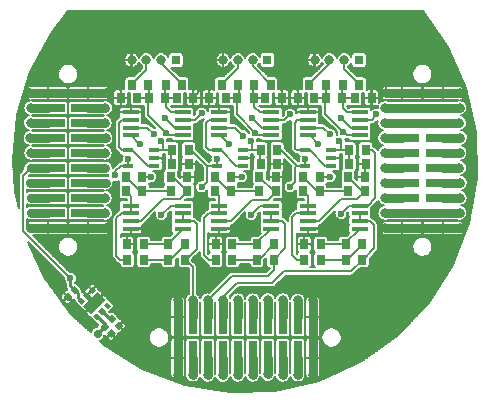
<source format=gtl>
G04 #@! TF.FileFunction,Copper,L1,Top,Signal*
%FSLAX46Y46*%
G04 Gerber Fmt 4.6, Leading zero omitted, Abs format (unit mm)*
G04 Created by KiCad (PCBNEW 4.0.2+e4-6225~38~ubuntu14.04.1-stable) date Mon 27 Jun 2016 21:58:16 BST*
%MOMM*%
G01*
G04 APERTURE LIST*
%ADD10C,0.100000*%
%ADD11R,0.800000X0.800000*%
%ADD12O,0.800000X0.800000*%
%ADD13R,1.450000X0.450000*%
%ADD14R,0.950000X0.400000*%
%ADD15R,2.920000X0.740000*%
%ADD16R,0.740000X2.920000*%
%ADD17R,0.750000X0.900000*%
%ADD18C,0.600000*%
%ADD19C,0.800000*%
%ADD20C,0.700000*%
%ADD21C,0.200000*%
%ADD22C,0.400000*%
%ADD23C,0.250000*%
%ADD24C,0.740000*%
%ADD25C,0.300000*%
G04 APERTURE END LIST*
D10*
D11*
X109625000Y-91500000D03*
D12*
X108375000Y-91500000D03*
X107125000Y-91500000D03*
X105875000Y-91500000D03*
D11*
X101875000Y-91500000D03*
D12*
X100625000Y-91500000D03*
X99375000Y-91500000D03*
X98125000Y-91500000D03*
D11*
X94125000Y-91500000D03*
D12*
X92875000Y-91500000D03*
X91625000Y-91500000D03*
X90375000Y-91500000D03*
D13*
X109700000Y-97875000D03*
X109700000Y-97225000D03*
X109700000Y-96575000D03*
X109700000Y-95925000D03*
X105300000Y-95925000D03*
X105300000Y-96575000D03*
X105300000Y-97225000D03*
X105300000Y-97875000D03*
D14*
X107300000Y-100450000D03*
X107300000Y-99800000D03*
X107300000Y-99150000D03*
X105100000Y-99150000D03*
X105100000Y-100450000D03*
D13*
X94700000Y-97875000D03*
X94700000Y-97225000D03*
X94700000Y-96575000D03*
X94700000Y-95925000D03*
X90300000Y-95925000D03*
X90300000Y-96575000D03*
X90300000Y-97225000D03*
X90300000Y-97875000D03*
D14*
X92300000Y-100450000D03*
X92300000Y-99800000D03*
X92300000Y-99150000D03*
X90100000Y-99150000D03*
X90100000Y-100450000D03*
D13*
X90300000Y-103825000D03*
X90300000Y-104475000D03*
X90300000Y-105125000D03*
X90300000Y-105775000D03*
X94700000Y-105775000D03*
X94700000Y-105125000D03*
X94700000Y-104475000D03*
X94700000Y-103825000D03*
X102200000Y-97875000D03*
X102200000Y-97225000D03*
X102200000Y-96575000D03*
X102200000Y-95925000D03*
X97800000Y-95925000D03*
X97800000Y-96575000D03*
X97800000Y-97225000D03*
X97800000Y-97875000D03*
D14*
X99800000Y-100450000D03*
X99800000Y-99800000D03*
X99800000Y-99150000D03*
X97600000Y-99150000D03*
X97600000Y-100450000D03*
D13*
X97800000Y-103825000D03*
X97800000Y-104475000D03*
X97800000Y-105125000D03*
X97800000Y-105775000D03*
X102200000Y-105775000D03*
X102200000Y-105125000D03*
X102200000Y-104475000D03*
X102200000Y-103825000D03*
X105300000Y-103825000D03*
X105300000Y-104475000D03*
X105300000Y-105125000D03*
X105300000Y-105775000D03*
X109700000Y-105775000D03*
X109700000Y-105125000D03*
X109700000Y-104475000D03*
X109700000Y-103825000D03*
D15*
X83285000Y-94285000D03*
X86715000Y-94285000D03*
X83285000Y-95555000D03*
X86715000Y-95555000D03*
X83285000Y-96825000D03*
X86715000Y-96825000D03*
X83285000Y-98095000D03*
X86715000Y-98095000D03*
X83285000Y-99365000D03*
X86715000Y-99365000D03*
X83285000Y-100635000D03*
X86715000Y-100635000D03*
X83285000Y-101905000D03*
X86715000Y-101905000D03*
X83285000Y-103175000D03*
X86715000Y-103175000D03*
X83285000Y-104445000D03*
X86715000Y-104445000D03*
X83285000Y-105715000D03*
X86715000Y-105715000D03*
X113285000Y-94285000D03*
X116715000Y-94285000D03*
X113285000Y-95555000D03*
X116715000Y-95555000D03*
X113285000Y-96825000D03*
X116715000Y-96825000D03*
X113285000Y-98095000D03*
X116715000Y-98095000D03*
X113285000Y-99365000D03*
X116715000Y-99365000D03*
X113285000Y-100635000D03*
X116715000Y-100635000D03*
X113285000Y-101905000D03*
X116715000Y-101905000D03*
X113285000Y-103175000D03*
X116715000Y-103175000D03*
X113285000Y-104445000D03*
X116715000Y-104445000D03*
X113285000Y-105715000D03*
X116715000Y-105715000D03*
D16*
X94285000Y-116715000D03*
X94285000Y-113285000D03*
X95555000Y-116715000D03*
X95555000Y-113285000D03*
X96825000Y-116715000D03*
X96825000Y-113285000D03*
X98095000Y-116715000D03*
X98095000Y-113285000D03*
X99365000Y-116715000D03*
X99365000Y-113285000D03*
X100635000Y-116715000D03*
X100635000Y-113285000D03*
X101905000Y-116715000D03*
X101905000Y-113285000D03*
X103175000Y-116715000D03*
X103175000Y-113285000D03*
X104445000Y-116715000D03*
X104445000Y-113285000D03*
X105715000Y-116715000D03*
X105715000Y-113285000D03*
D17*
X101000000Y-108400000D03*
X102400000Y-108400000D03*
X98900000Y-107100000D03*
X97500000Y-107100000D03*
X98800000Y-102600000D03*
X97400000Y-102600000D03*
X101200000Y-101400000D03*
X102600000Y-101400000D03*
X101700000Y-94700000D03*
X103100000Y-94700000D03*
X99325000Y-94700000D03*
X100725000Y-94700000D03*
X96950000Y-94700000D03*
X98350000Y-94700000D03*
X93500000Y-108400000D03*
X94900000Y-108400000D03*
X108500000Y-108400000D03*
X109900000Y-108400000D03*
X91400000Y-107100000D03*
X90000000Y-107100000D03*
X106400000Y-107100000D03*
X105000000Y-107100000D03*
X91300000Y-102600000D03*
X89900000Y-102600000D03*
X106300000Y-102600000D03*
X104900000Y-102600000D03*
X93700000Y-101400000D03*
X95100000Y-101400000D03*
X108700000Y-101400000D03*
X110100000Y-101400000D03*
X94200000Y-94700000D03*
X95600000Y-94700000D03*
X91825000Y-94700000D03*
X93225000Y-94700000D03*
X89450000Y-94700000D03*
X90850000Y-94700000D03*
X109300000Y-94700000D03*
X110700000Y-94700000D03*
X106825000Y-94700000D03*
X108225000Y-94700000D03*
X104450000Y-94700000D03*
X105850000Y-94700000D03*
X102400000Y-107100000D03*
X101000000Y-107100000D03*
X97500000Y-108400000D03*
X98900000Y-108400000D03*
X101200000Y-102600000D03*
X102600000Y-102600000D03*
X98800000Y-101400000D03*
X97400000Y-101400000D03*
X102700000Y-100300000D03*
X101300000Y-100300000D03*
X101300000Y-99100000D03*
X102700000Y-99100000D03*
X102150000Y-93600000D03*
X100750000Y-93600000D03*
X98000000Y-93600000D03*
X99400000Y-93600000D03*
X94900000Y-107100000D03*
X93500000Y-107100000D03*
X109900000Y-107100000D03*
X108500000Y-107100000D03*
X90000000Y-108400000D03*
X91400000Y-108400000D03*
X105000000Y-108400000D03*
X106400000Y-108400000D03*
X93700000Y-102600000D03*
X95100000Y-102600000D03*
X108700000Y-102600000D03*
X110100000Y-102600000D03*
X91300000Y-101400000D03*
X89900000Y-101400000D03*
X106300000Y-101400000D03*
X104900000Y-101400000D03*
X95200000Y-100300000D03*
X93800000Y-100300000D03*
X93800000Y-99100000D03*
X95200000Y-99100000D03*
X110200000Y-100300000D03*
X108800000Y-100300000D03*
X108800000Y-99100000D03*
X110200000Y-99100000D03*
X94650000Y-93600000D03*
X93250000Y-93600000D03*
X90400000Y-93600000D03*
X91800000Y-93600000D03*
X109650000Y-93600000D03*
X108250000Y-93600000D03*
X105400000Y-93600000D03*
X106800000Y-93600000D03*
D10*
G36*
X85547309Y-110613927D02*
X85915005Y-110981623D01*
X85547309Y-111349319D01*
X85179613Y-110981623D01*
X85547309Y-110613927D01*
X85547309Y-110613927D01*
G37*
G36*
X84981623Y-111179613D02*
X85349319Y-111547309D01*
X84981623Y-111915005D01*
X84613927Y-111547309D01*
X84981623Y-111179613D01*
X84981623Y-111179613D01*
G37*
G36*
X87725197Y-114092893D02*
X88092893Y-113725197D01*
X88460589Y-114092893D01*
X88092893Y-114460589D01*
X87725197Y-114092893D01*
X87725197Y-114092893D01*
G37*
G36*
X88290883Y-114658579D02*
X88658579Y-114290883D01*
X89026275Y-114658579D01*
X88658579Y-115026275D01*
X88290883Y-114658579D01*
X88290883Y-114658579D01*
G37*
G36*
X88349461Y-113417157D02*
X88717157Y-113049461D01*
X89084853Y-113417157D01*
X88717157Y-113784853D01*
X88349461Y-113417157D01*
X88349461Y-113417157D01*
G37*
G36*
X88915147Y-113982843D02*
X89282843Y-113615147D01*
X89650539Y-113982843D01*
X89282843Y-114350539D01*
X88915147Y-113982843D01*
X88915147Y-113982843D01*
G37*
G36*
X87723345Y-113228371D02*
X87440503Y-113511213D01*
X87108163Y-113178873D01*
X87391005Y-112896031D01*
X87723345Y-113228371D01*
X87723345Y-113228371D01*
G37*
G36*
X88182965Y-112768752D02*
X87900123Y-113051594D01*
X87567783Y-112719254D01*
X87850625Y-112436412D01*
X88182965Y-112768752D01*
X88182965Y-112768752D01*
G37*
G36*
X88642584Y-112309132D02*
X88359742Y-112591974D01*
X88027402Y-112259634D01*
X88310244Y-111976792D01*
X88642584Y-112309132D01*
X88642584Y-112309132D01*
G37*
G36*
X87348579Y-111015127D02*
X87065737Y-111297969D01*
X86733397Y-110965629D01*
X87016239Y-110682787D01*
X87348579Y-111015127D01*
X87348579Y-111015127D01*
G37*
G36*
X86888959Y-111474746D02*
X86606117Y-111757588D01*
X86273777Y-111425248D01*
X86556619Y-111142406D01*
X86888959Y-111474746D01*
X86888959Y-111474746D01*
G37*
G36*
X86429340Y-111934366D02*
X86146498Y-112217208D01*
X85814158Y-111884868D01*
X86097000Y-111602026D01*
X86429340Y-111934366D01*
X86429340Y-111934366D01*
G37*
G36*
X87334437Y-112344487D02*
X86980884Y-112698040D01*
X86627331Y-112344487D01*
X86980884Y-111990934D01*
X87334437Y-112344487D01*
X87334437Y-112344487D01*
G37*
G36*
X87829411Y-111849513D02*
X87475858Y-112203066D01*
X87122305Y-111849513D01*
X87475858Y-111495960D01*
X87829411Y-111849513D01*
X87829411Y-111849513D01*
G37*
G36*
X88165287Y-111831835D02*
X86963206Y-113033916D01*
X86291455Y-112362165D01*
X87493536Y-111160084D01*
X88165287Y-111831835D01*
X88165287Y-111831835D01*
G37*
D18*
X86100000Y-113200000D03*
X97500000Y-110000000D03*
X92500000Y-117500000D03*
X92500000Y-112500000D03*
X90000000Y-115000000D03*
X90000000Y-112500000D03*
X90000000Y-110000000D03*
X92500000Y-110000000D03*
X111000000Y-97250000D03*
X92500000Y-106000000D03*
X103500000Y-101250000D03*
X103800000Y-103500000D03*
X96000000Y-101250000D03*
X107500000Y-117500000D03*
X110000000Y-115000000D03*
X112500000Y-112500000D03*
X115000000Y-110000000D03*
X112500000Y-110000000D03*
X110000000Y-110000000D03*
X110000000Y-112500000D03*
X107500000Y-112500000D03*
X107500000Y-110000000D03*
X105000000Y-110000000D03*
X104000000Y-92000000D03*
X96000000Y-92000000D03*
X117500000Y-92500000D03*
X115000000Y-90000000D03*
X112500000Y-92500000D03*
X112500000Y-90000000D03*
X110000000Y-90000000D03*
X92500000Y-90000000D03*
X90000000Y-90000000D03*
X85000000Y-90000000D03*
X87500000Y-90000000D03*
X87500000Y-92500000D03*
X82500000Y-92500000D03*
X100050000Y-106000000D03*
X96300000Y-103500000D03*
X100310000Y-101960000D03*
X107790000Y-101970000D03*
X107355000Y-105775000D03*
X92690000Y-101920000D03*
D19*
X94285000Y-111815000D03*
X105715000Y-111815000D03*
X105715000Y-118185000D03*
X94285000Y-118185000D03*
X118185000Y-94285000D03*
X118185000Y-105715000D03*
X111815000Y-105715000D03*
X111885000Y-94285000D03*
X88185000Y-105715000D03*
X88185000Y-94285000D03*
D20*
X81815000Y-105715000D03*
D19*
X81815000Y-94285000D03*
D18*
X108300000Y-97600000D03*
X93250000Y-97650000D03*
D19*
X98095000Y-111805000D03*
X95555000Y-111845000D03*
D18*
X100850000Y-97650000D03*
D19*
X96825000Y-111825000D03*
D18*
X108100000Y-96400000D03*
X111100000Y-96100000D03*
X107200000Y-97800000D03*
X107200000Y-101400000D03*
D20*
X87500000Y-114700000D03*
D18*
X103800000Y-102250000D03*
X108100000Y-104500000D03*
X100500000Y-104600000D03*
X96300000Y-102250000D03*
X97600000Y-99850000D03*
X105100000Y-99900000D03*
X106200000Y-98600000D03*
X98600000Y-98600000D03*
X92900000Y-104600000D03*
X91100000Y-98600000D03*
X90100000Y-99850000D03*
X88970000Y-101270000D03*
X93200000Y-96400000D03*
X96300000Y-96000000D03*
X92000000Y-101400000D03*
X92300000Y-97800000D03*
X100600000Y-96400000D03*
X103800000Y-96100000D03*
X99700000Y-101400000D03*
X99800000Y-97900000D03*
D19*
X81855000Y-95555000D03*
X88155000Y-95555000D03*
X81825000Y-96825000D03*
X88125000Y-96825000D03*
X81805000Y-98095000D03*
X81865000Y-99365000D03*
X88135000Y-99365000D03*
D20*
X88165000Y-100635000D03*
X81805000Y-101905000D03*
X88195000Y-101905000D03*
X81875000Y-103175000D03*
D19*
X88125000Y-103175000D03*
D20*
X81845000Y-104445000D03*
D19*
X88155000Y-104445000D03*
X118155000Y-95555000D03*
X111855000Y-95555000D03*
X118125000Y-96825000D03*
X111825000Y-96825000D03*
X111805000Y-98095000D03*
X118195000Y-98095000D03*
X111835000Y-99365000D03*
X118165000Y-99365000D03*
X111835000Y-100635000D03*
X118135000Y-100635000D03*
X111805000Y-101905000D03*
X118195000Y-101905000D03*
X111875000Y-103175000D03*
X118175000Y-103175000D03*
X118155000Y-104445000D03*
X111845000Y-104445000D03*
X88195000Y-98095000D03*
X95555000Y-118155000D03*
X96825000Y-118175000D03*
X98095000Y-118195000D03*
X99365000Y-118165000D03*
X99365000Y-111835000D03*
X100635000Y-118165000D03*
X100635000Y-111835000D03*
X101905000Y-118105000D03*
X101905000Y-111805000D03*
X103175000Y-118175000D03*
X103175000Y-111825000D03*
X104445000Y-118155000D03*
X104445000Y-111855000D03*
D18*
X92850000Y-98400000D03*
X107950000Y-98350000D03*
X100450000Y-98350000D03*
X85200000Y-110000000D03*
D20*
X81835000Y-100635000D03*
D21*
X87203000Y-112097000D02*
X86100000Y-113200000D01*
X87228371Y-112097000D02*
X87203000Y-112097000D01*
X86581368Y-111431368D02*
X86250000Y-111100000D01*
X86581368Y-111449997D02*
X86581368Y-111431368D01*
D22*
X86581368Y-111449997D02*
X87228371Y-112097000D01*
D23*
X94285000Y-111785000D02*
X92500000Y-110000000D01*
X94285000Y-111815000D02*
X94285000Y-111785000D01*
D21*
X111000000Y-97975002D02*
X111000000Y-97250000D01*
X110200000Y-100300000D02*
X109625000Y-100300000D01*
X109550000Y-100225000D02*
X109550000Y-98474998D01*
X109625000Y-100300000D02*
X109550000Y-100225000D01*
X109550000Y-98474998D02*
X109624999Y-98399999D01*
X109624999Y-98399999D02*
X110575003Y-98399999D01*
X110575003Y-98399999D02*
X111000000Y-97975002D01*
X110100000Y-101400000D02*
X110100000Y-100400000D01*
X110100000Y-100400000D02*
X110200000Y-100300000D01*
X102600000Y-101400000D02*
X103250000Y-101400000D01*
X103250000Y-101400000D02*
X103350000Y-101400000D01*
X103800000Y-103500000D02*
X103800000Y-103075736D01*
X103800000Y-103075736D02*
X103225001Y-102500737D01*
X103225001Y-102500737D02*
X103225001Y-101424999D01*
X103225001Y-101424999D02*
X103250000Y-101400000D01*
X96300000Y-103500000D02*
X96300000Y-103064002D01*
X96300000Y-103064002D02*
X95749999Y-102514001D01*
X95749999Y-102514001D02*
X95749999Y-101400001D01*
X95749999Y-101400001D02*
X95750000Y-101400000D01*
X95100000Y-101400000D02*
X95750000Y-101400000D01*
X95750000Y-101400000D02*
X95850000Y-101400000D01*
X90300000Y-105775000D02*
X92275000Y-105775000D01*
X92275000Y-105775000D02*
X92500000Y-106000000D01*
X103350000Y-101400000D02*
X103500000Y-101250000D01*
X95850000Y-101400000D02*
X96000000Y-101250000D01*
X107500000Y-112500000D02*
X107500000Y-110000000D01*
X110000000Y-115000000D02*
X107500000Y-117500000D01*
X110000000Y-112500000D02*
X110000000Y-115000000D01*
X110000000Y-112500000D02*
X112500000Y-112500000D01*
X107500000Y-112500000D02*
X110000000Y-112500000D01*
X112500000Y-110000000D02*
X115000000Y-110000000D01*
X110000000Y-110000000D02*
X112500000Y-110000000D01*
X107500000Y-110000000D02*
X110000000Y-110000000D01*
X105000000Y-110000000D02*
X107500000Y-110000000D01*
X105715000Y-111815000D02*
X105715000Y-110715000D01*
X105715000Y-110715000D02*
X105000000Y-110000000D01*
X117500000Y-92500000D02*
X115000000Y-90000000D01*
X112500000Y-90000000D02*
X115000000Y-90000000D01*
X112500000Y-90000000D02*
X112500000Y-92500000D01*
X110000000Y-90000000D02*
X112500000Y-90000000D01*
X112500000Y-92500000D02*
X111885000Y-93115000D01*
X111885000Y-93115000D02*
X111885000Y-94285000D01*
X103100000Y-94700000D02*
X103100000Y-92900000D01*
X103100000Y-92900000D02*
X104000000Y-92000000D01*
X96000000Y-92000000D02*
X96000000Y-94300000D01*
X96000000Y-94300000D02*
X95600000Y-94700000D01*
X99825000Y-105775000D02*
X100050000Y-106000000D01*
X97800000Y-105775000D02*
X99825000Y-105775000D01*
X100350000Y-101010000D02*
X100350000Y-101920000D01*
X100350000Y-101920000D02*
X100310000Y-101960000D01*
X100590000Y-100770000D02*
X100350000Y-101010000D01*
X100590000Y-99850000D02*
X100590000Y-100770000D01*
X100540000Y-99800000D02*
X100590000Y-99850000D01*
X99800000Y-99800000D02*
X100540000Y-99800000D01*
X107800000Y-101050000D02*
X107800000Y-101960000D01*
X107800000Y-101960000D02*
X107790000Y-101970000D01*
X108090000Y-100760000D02*
X107800000Y-101050000D01*
X108090000Y-99870000D02*
X108090000Y-100760000D01*
X108020000Y-99800000D02*
X108090000Y-99870000D01*
X107300000Y-99800000D02*
X108020000Y-99800000D01*
X105300000Y-105775000D02*
X107355000Y-105775000D01*
X92730000Y-101130000D02*
X92730000Y-101880000D01*
X92730000Y-101880000D02*
X92690000Y-101920000D01*
X93140000Y-100720000D02*
X92730000Y-101130000D01*
X93140000Y-100060000D02*
X93140000Y-100720000D01*
X92880000Y-99800000D02*
X93140000Y-100060000D01*
X92300000Y-99800000D02*
X92880000Y-99800000D01*
D24*
X94285000Y-113285000D02*
X94285000Y-116715000D01*
X94285000Y-113285000D02*
X94285000Y-111815000D01*
X105715000Y-113285000D02*
X105715000Y-111815000D01*
X105715000Y-116715000D02*
X105715000Y-113285000D01*
X105715000Y-116715000D02*
X105715000Y-118185000D01*
X94285000Y-116715000D02*
X94285000Y-118185000D01*
X113285000Y-105715000D02*
X116715000Y-105715000D01*
X116715000Y-94285000D02*
X113285000Y-94285000D01*
X116715000Y-94285000D02*
X118185000Y-94285000D01*
X116715000Y-105715000D02*
X118185000Y-105715000D01*
X113285000Y-105715000D02*
X111815000Y-105715000D01*
X113285000Y-94285000D02*
X111885000Y-94285000D01*
X86715000Y-94285000D02*
X83285000Y-94285000D01*
X86715000Y-105715000D02*
X83285000Y-105715000D01*
X86715000Y-105715000D02*
X88185000Y-105715000D01*
X86715000Y-94285000D02*
X88185000Y-94285000D01*
X83285000Y-105715000D02*
X81815000Y-105715000D01*
X83285000Y-94285000D02*
X81815000Y-94285000D01*
D23*
X87040988Y-110990378D02*
X87040988Y-110959012D01*
D21*
X108300000Y-97600000D02*
X106775000Y-96075000D01*
X109700000Y-97875000D02*
X108575000Y-97875000D01*
X108575000Y-97875000D02*
X108300000Y-97600000D01*
X106775000Y-96075000D02*
X106775000Y-94700000D01*
X106775000Y-94700000D02*
X106850000Y-94625000D01*
X106850000Y-94625000D02*
X106850000Y-93600000D01*
X106775000Y-94700000D02*
X105900000Y-94700000D01*
X108200000Y-93600000D02*
X108200000Y-94625000D01*
X108200000Y-94625000D02*
X108275000Y-94700000D01*
X109250000Y-94700000D02*
X108275000Y-94700000D01*
X108625000Y-95925000D02*
X108275000Y-95575000D01*
X108275000Y-95575000D02*
X108275000Y-94700000D01*
X109700000Y-95925000D02*
X108625000Y-95925000D01*
X93250000Y-97650000D02*
X91775000Y-96175000D01*
X93475000Y-97875000D02*
X93250000Y-97650000D01*
X94700000Y-97875000D02*
X93475000Y-97875000D01*
X91775000Y-96175000D02*
X91775000Y-94700000D01*
X91775000Y-94700000D02*
X90900000Y-94700000D01*
X91850000Y-93600000D02*
X91850000Y-94625000D01*
X91850000Y-94625000D02*
X91775000Y-94700000D01*
X93275000Y-94700000D02*
X94150000Y-94700000D01*
X93200000Y-93600000D02*
X93200000Y-94625000D01*
X93725000Y-95925000D02*
X93275000Y-95475000D01*
X93275000Y-95475000D02*
X93275000Y-94700000D01*
X94700000Y-95925000D02*
X93725000Y-95925000D01*
X93200000Y-94625000D02*
X93275000Y-94700000D01*
X110100000Y-102600000D02*
X109900000Y-102600000D01*
X109900000Y-102600000D02*
X108700000Y-101400000D01*
X106275000Y-105125000D02*
X108099999Y-103300001D01*
X108099999Y-103300001D02*
X109474999Y-103300001D01*
X110100000Y-102675000D02*
X110100000Y-102600000D01*
X109474999Y-103300001D02*
X110100000Y-102675000D01*
X105300000Y-105125000D02*
X106275000Y-105125000D01*
X91175000Y-105125000D02*
X92999999Y-103300001D01*
X92999999Y-103300001D02*
X94474999Y-103300001D01*
X94474999Y-103300001D02*
X95100000Y-102675000D01*
X95100000Y-102675000D02*
X95100000Y-102600000D01*
X93700000Y-101400000D02*
X93900000Y-101400000D01*
X93900000Y-101400000D02*
X95100000Y-102600000D01*
X91175000Y-105125000D02*
X90300000Y-105125000D01*
X106300000Y-102600000D02*
X106100000Y-102600000D01*
X106100000Y-102600000D02*
X104900000Y-101400000D01*
X106350000Y-102600000D02*
X108650000Y-102600000D01*
X106350000Y-102550000D02*
X106350000Y-102600000D01*
X104000000Y-104800000D02*
X104325000Y-104475000D01*
X104325000Y-104475000D02*
X105300000Y-104475000D01*
X104000000Y-108000000D02*
X104000000Y-104800000D01*
X104400000Y-108400000D02*
X104000000Y-108000000D01*
X104950000Y-108400000D02*
X104400000Y-108400000D01*
X105300000Y-103825000D02*
X105300000Y-103050000D01*
X105300000Y-103050000D02*
X104850000Y-102600000D01*
X105300000Y-104475000D02*
X105300000Y-103825000D01*
X91300000Y-102600000D02*
X91100000Y-102600000D01*
X91100000Y-102600000D02*
X89900000Y-101400000D01*
X93650000Y-102600000D02*
X91350000Y-102600000D01*
X90300000Y-103825000D02*
X90300000Y-103050000D01*
X90300000Y-103050000D02*
X89850000Y-102600000D01*
X89950000Y-108400000D02*
X89400000Y-108400000D01*
X89400000Y-108400000D02*
X89100000Y-108100000D01*
X89100000Y-108100000D02*
X89100000Y-104900000D01*
X89100000Y-104900000D02*
X89525000Y-104475000D01*
X89525000Y-104475000D02*
X90300000Y-104475000D01*
X90300000Y-104475000D02*
X90300000Y-103825000D01*
X90300000Y-103825000D02*
X90300000Y-103650000D01*
X108450000Y-107100000D02*
X108450000Y-107025000D01*
X108450000Y-107025000D02*
X109700000Y-105775000D01*
X106450000Y-107100000D02*
X108450000Y-107100000D01*
X93450000Y-107100000D02*
X94700000Y-105850000D01*
X94700000Y-105850000D02*
X94700000Y-105775000D01*
X91450000Y-107100000D02*
X93450000Y-107100000D01*
X108450000Y-108400000D02*
X108650000Y-108400000D01*
X108650000Y-108400000D02*
X109950000Y-107100000D01*
X106450000Y-108400000D02*
X108450000Y-108400000D01*
X98095000Y-111805000D02*
X98095000Y-111605000D01*
X98095000Y-111605000D02*
X99300000Y-110400000D01*
X99300000Y-110400000D02*
X102300000Y-110400000D01*
X102300000Y-110400000D02*
X103300000Y-109400000D01*
X103300000Y-109400000D02*
X108950000Y-109400000D01*
X108950000Y-109400000D02*
X109950000Y-108400000D01*
X110900000Y-105500000D02*
X110900000Y-107450000D01*
X110900000Y-107450000D02*
X109950000Y-108400000D01*
X110525000Y-105125000D02*
X110900000Y-105500000D01*
X109700000Y-105125000D02*
X110525000Y-105125000D01*
X109700000Y-104475000D02*
X109700000Y-105125000D01*
D24*
X98095000Y-113285000D02*
X98095000Y-111805000D01*
D21*
X91450000Y-108400000D02*
X93450000Y-108400000D01*
X93450000Y-108400000D02*
X93650000Y-108400000D01*
X93650000Y-108400000D02*
X94950000Y-107100000D01*
X94700000Y-105125000D02*
X95625000Y-105125000D01*
X95625000Y-105125000D02*
X95900000Y-105400000D01*
X95900000Y-105400000D02*
X95900000Y-107500000D01*
X95900000Y-107500000D02*
X95000000Y-108400000D01*
X95000000Y-108400000D02*
X94950000Y-108400000D01*
X94700000Y-104475000D02*
X94700000Y-105125000D01*
X95555000Y-111845000D02*
X95555000Y-109005000D01*
X95555000Y-109005000D02*
X94950000Y-108400000D01*
D24*
X95555000Y-113285000D02*
X95555000Y-111845000D01*
D21*
X100850000Y-97650000D02*
X99275000Y-96075000D01*
X101075000Y-97875000D02*
X100850000Y-97650000D01*
X102200000Y-97875000D02*
X101075000Y-97875000D01*
X99275000Y-96075000D02*
X99275000Y-94700000D01*
X99275000Y-94700000D02*
X98400000Y-94700000D01*
X99450000Y-93600000D02*
X99450000Y-94525000D01*
X99450000Y-94525000D02*
X99275000Y-94700000D01*
X101225000Y-95925000D02*
X100775000Y-95475000D01*
X100775000Y-95475000D02*
X100775000Y-94700000D01*
X102200000Y-95925000D02*
X101225000Y-95925000D01*
X101650000Y-94700000D02*
X100775000Y-94700000D01*
X100700000Y-93600000D02*
X100700000Y-94625000D01*
X100700000Y-94625000D02*
X100775000Y-94700000D01*
X102600000Y-102600000D02*
X102400000Y-102600000D01*
X102400000Y-102600000D02*
X101200000Y-101400000D01*
X98775000Y-105125000D02*
X100550001Y-103349999D01*
X100550001Y-103349999D02*
X101925001Y-103349999D01*
X101925001Y-103349999D02*
X102600000Y-102675000D01*
X102600000Y-102675000D02*
X102600000Y-102600000D01*
X97800000Y-105125000D02*
X98775000Y-105125000D01*
X98800000Y-102600000D02*
X98600000Y-102600000D01*
X98600000Y-102600000D02*
X97400000Y-101400000D01*
X98850000Y-102600000D02*
X101150000Y-102600000D01*
X98850000Y-102550000D02*
X98850000Y-102600000D01*
X96500000Y-104900000D02*
X96925000Y-104475000D01*
X96925000Y-104475000D02*
X97800000Y-104475000D01*
X96500000Y-108000000D02*
X96500000Y-104900000D01*
X96900000Y-108400000D02*
X96500000Y-108000000D01*
X97450000Y-108400000D02*
X96900000Y-108400000D01*
X97800000Y-103825000D02*
X97800000Y-103050000D01*
X97800000Y-103050000D02*
X97350000Y-102600000D01*
X97800000Y-104475000D02*
X97800000Y-103825000D01*
X100950000Y-107100000D02*
X100950000Y-107025000D01*
X100950000Y-107025000D02*
X102200000Y-105775000D01*
X98950000Y-107100000D02*
X100950000Y-107100000D01*
X100950000Y-108400000D02*
X101150000Y-108400000D01*
X101150000Y-108400000D02*
X102450000Y-107100000D01*
X100950000Y-108400000D02*
X98950000Y-108400000D01*
X103400000Y-105400000D02*
X103400000Y-107450000D01*
X103400000Y-107450000D02*
X102450000Y-108400000D01*
X103125000Y-105125000D02*
X103400000Y-105400000D01*
X102200000Y-105125000D02*
X103125000Y-105125000D01*
X101900000Y-109800000D02*
X98850000Y-109800000D01*
X98850000Y-109800000D02*
X96825000Y-111825000D01*
X102450000Y-109250000D02*
X101900000Y-109800000D01*
X102450000Y-108400000D02*
X102450000Y-109250000D01*
X102200000Y-104475000D02*
X102200000Y-105125000D01*
D24*
X96825000Y-113285000D02*
X96825000Y-111825000D01*
D21*
X108100000Y-96400000D02*
X108925000Y-97225000D01*
X108925000Y-97225000D02*
X109700000Y-97225000D01*
X111100000Y-96200000D02*
X111100000Y-96100000D01*
X110725000Y-96575000D02*
X111100000Y-96200000D01*
X109700000Y-96575000D02*
X110725000Y-96575000D01*
X106750000Y-100450000D02*
X105450000Y-99150000D01*
X105450000Y-99150000D02*
X105100000Y-99150000D01*
X107300000Y-100450000D02*
X106750000Y-100450000D01*
X104200000Y-96800000D02*
X104425000Y-96575000D01*
X104425000Y-96575000D02*
X105300000Y-96575000D01*
X104200000Y-99000000D02*
X104200000Y-96800000D01*
X104350000Y-99150000D02*
X104200000Y-99000000D01*
X105100000Y-99150000D02*
X104350000Y-99150000D01*
X105300000Y-97225000D02*
X106625000Y-97225000D01*
X106625000Y-97225000D02*
X107200000Y-97800000D01*
X107000000Y-101400000D02*
X107200000Y-101400000D01*
X106350000Y-101400000D02*
X107000000Y-101400000D01*
D25*
X88092893Y-114107107D02*
X87500000Y-114700000D01*
X88092893Y-114092893D02*
X88092893Y-114107107D01*
X88092893Y-114092893D02*
X88092893Y-113880761D01*
X88092893Y-113880761D02*
X87415754Y-113203622D01*
D21*
X105100000Y-99900000D02*
X105100000Y-100450000D01*
X97600000Y-100450000D02*
X97600000Y-99850000D01*
X104200000Y-101850000D02*
X104200000Y-100600000D01*
X104200000Y-100600000D02*
X104350000Y-100450000D01*
X103800000Y-102250000D02*
X104200000Y-101850000D01*
X96300000Y-102250000D02*
X96750000Y-101800000D01*
X96750000Y-101800000D02*
X96750000Y-100450000D01*
X111000000Y-99400000D02*
X110700000Y-99100000D01*
X110700000Y-99100000D02*
X110250000Y-99100000D01*
X111000000Y-103200000D02*
X111000000Y-99400000D01*
X110375000Y-103825000D02*
X111000000Y-103200000D01*
X109700000Y-103825000D02*
X110375000Y-103825000D01*
X95250000Y-99100000D02*
X95400000Y-99100000D01*
X95400000Y-99100000D02*
X96750000Y-100450000D01*
X103000000Y-99100000D02*
X104350000Y-100450000D01*
X102750000Y-99100000D02*
X103000000Y-99100000D01*
X105100000Y-100450000D02*
X104350000Y-100450000D01*
X108775000Y-103825000D02*
X108100000Y-104500000D01*
X109700000Y-103825000D02*
X108775000Y-103825000D01*
X101275000Y-103825000D02*
X100500000Y-104600000D01*
X102200000Y-103825000D02*
X101275000Y-103825000D01*
X97600000Y-100450000D02*
X96750000Y-100450000D01*
X105475000Y-97875000D02*
X106200000Y-98600000D01*
X105300000Y-97875000D02*
X105475000Y-97875000D01*
X97875000Y-97875000D02*
X98600000Y-98600000D01*
X97800000Y-97875000D02*
X97875000Y-97875000D01*
X93675000Y-103825000D02*
X92900000Y-104600000D01*
X94700000Y-103825000D02*
X93675000Y-103825000D01*
X88970000Y-100930000D02*
X89450000Y-100450000D01*
X89450000Y-100450000D02*
X90100000Y-100450000D01*
X88970000Y-101270000D02*
X88970000Y-100930000D01*
X91100000Y-98600000D02*
X91025000Y-98600000D01*
X91025000Y-98600000D02*
X90300000Y-97875000D01*
X90100000Y-99900000D02*
X90100000Y-99800000D01*
X90100000Y-100450000D02*
X90100000Y-99900000D01*
X94700000Y-97225000D02*
X94025000Y-97225000D01*
X94025000Y-97225000D02*
X93200000Y-96400000D01*
X95725000Y-96575000D02*
X96300000Y-96000000D01*
X94700000Y-96575000D02*
X95725000Y-96575000D01*
X89300000Y-98900000D02*
X89550000Y-99150000D01*
X89550000Y-99150000D02*
X90100000Y-99150000D01*
X89300000Y-96800000D02*
X89300000Y-98900000D01*
X89525000Y-96575000D02*
X89300000Y-96800000D01*
X90300000Y-96575000D02*
X89525000Y-96575000D01*
X91750000Y-100450000D02*
X90450000Y-99150000D01*
X90450000Y-99150000D02*
X90100000Y-99150000D01*
X92300000Y-100450000D02*
X91750000Y-100450000D01*
X91350000Y-101400000D02*
X92000000Y-101400000D01*
X91725000Y-97225000D02*
X92300000Y-97800000D01*
X91125000Y-97225000D02*
X91725000Y-97225000D01*
X90300000Y-97225000D02*
X91125000Y-97225000D01*
X102200000Y-97225000D02*
X101425000Y-97225000D01*
X101425000Y-97225000D02*
X100600000Y-96400000D01*
X103325000Y-96575000D02*
X103800000Y-96100000D01*
X102200000Y-96575000D02*
X103325000Y-96575000D01*
X99250000Y-100450000D02*
X97950000Y-99150000D01*
X97950000Y-99150000D02*
X97600000Y-99150000D01*
X99800000Y-100450000D02*
X99250000Y-100450000D01*
X96700000Y-96800000D02*
X96925000Y-96575000D01*
X96925000Y-96575000D02*
X97800000Y-96575000D01*
X96700000Y-98900000D02*
X96700000Y-96800000D01*
X96950000Y-99150000D02*
X96700000Y-98900000D01*
X97600000Y-99150000D02*
X96950000Y-99150000D01*
X99700000Y-101400000D02*
X98850000Y-101400000D01*
X99125000Y-97225000D02*
X99800000Y-97900000D01*
X97800000Y-97225000D02*
X99125000Y-97225000D01*
D24*
X83285000Y-95555000D02*
X81855000Y-95555000D01*
X86715000Y-95555000D02*
X88155000Y-95555000D01*
X83285000Y-96825000D02*
X81825000Y-96825000D01*
X86715000Y-96825000D02*
X88125000Y-96825000D01*
X83285000Y-98095000D02*
X81805000Y-98095000D01*
X83285000Y-99365000D02*
X81865000Y-99365000D01*
X86715000Y-99365000D02*
X88135000Y-99365000D01*
X86715000Y-100635000D02*
X88165000Y-100635000D01*
X83285000Y-101905000D02*
X81805000Y-101905000D01*
X86715000Y-101905000D02*
X88195000Y-101905000D01*
X83285000Y-103175000D02*
X81875000Y-103175000D01*
X86715000Y-103175000D02*
X88125000Y-103175000D01*
X83285000Y-104445000D02*
X81845000Y-104445000D01*
X86715000Y-104445000D02*
X88155000Y-104445000D01*
X116715000Y-95555000D02*
X113285000Y-95555000D01*
X116715000Y-95555000D02*
X118155000Y-95555000D01*
X113285000Y-95555000D02*
X111855000Y-95555000D01*
X113285000Y-96825000D02*
X116715000Y-96825000D01*
X116715000Y-96825000D02*
X118125000Y-96825000D01*
X113285000Y-96825000D02*
X111825000Y-96825000D01*
X113285000Y-98095000D02*
X111805000Y-98095000D01*
X116715000Y-98095000D02*
X118195000Y-98095000D01*
X113285000Y-99365000D02*
X111835000Y-99365000D01*
X116715000Y-99365000D02*
X118165000Y-99365000D01*
X113285000Y-100635000D02*
X111835000Y-100635000D01*
X116715000Y-100635000D02*
X118135000Y-100635000D01*
X113285000Y-101905000D02*
X111805000Y-101905000D01*
X116715000Y-101905000D02*
X118195000Y-101905000D01*
X113285000Y-103175000D02*
X111875000Y-103175000D01*
X116715000Y-103175000D02*
X118175000Y-103175000D01*
X116715000Y-104445000D02*
X113285000Y-104445000D01*
X116715000Y-104445000D02*
X118155000Y-104445000D01*
X113285000Y-104445000D02*
X111845000Y-104445000D01*
X86715000Y-98095000D02*
X88195000Y-98095000D01*
X95555000Y-116715000D02*
X95555000Y-118155000D01*
X96825000Y-116715000D02*
X96825000Y-118175000D01*
X98095000Y-116715000D02*
X98095000Y-118195000D01*
X99365000Y-116715000D02*
X99365000Y-118165000D01*
X99365000Y-113285000D02*
X99365000Y-111835000D01*
X100635000Y-116715000D02*
X100635000Y-118165000D01*
X100635000Y-113285000D02*
X100635000Y-111835000D01*
X101905000Y-116715000D02*
X101905000Y-118105000D01*
X101905000Y-113285000D02*
X101905000Y-111805000D01*
X103175000Y-116715000D02*
X103175000Y-118175000D01*
X103175000Y-113285000D02*
X103175000Y-111825000D01*
X104445000Y-116715000D02*
X104445000Y-118155000D01*
X104445000Y-113285000D02*
X104445000Y-111855000D01*
D21*
X90350000Y-93600000D02*
X91625000Y-92325000D01*
X91625000Y-92325000D02*
X91625000Y-91500000D01*
X94700000Y-93600000D02*
X92875000Y-91775000D01*
X92875000Y-91775000D02*
X92875000Y-91500000D01*
X105350000Y-93600000D02*
X107125000Y-91825000D01*
X107125000Y-91825000D02*
X107125000Y-91500000D01*
X109700000Y-93600000D02*
X108375000Y-92275000D01*
X108375000Y-92275000D02*
X108375000Y-91500000D01*
X97950000Y-93600000D02*
X99375000Y-92175000D01*
X99375000Y-92175000D02*
X99375000Y-91500000D01*
X102200000Y-93600000D02*
X100625000Y-92025000D01*
X100625000Y-92025000D02*
X100625000Y-91500000D01*
X93000000Y-99150000D02*
X93700000Y-99150000D01*
X92300000Y-99150000D02*
X93000000Y-99150000D01*
X93000000Y-99150000D02*
X93000000Y-98550000D01*
X93000000Y-98550000D02*
X92850000Y-98400000D01*
X93750000Y-100300000D02*
X93750000Y-99100000D01*
X93700000Y-99150000D02*
X93750000Y-99100000D01*
X108150000Y-99150000D02*
X108700000Y-99150000D01*
X107300000Y-99150000D02*
X108150000Y-99150000D01*
X108150000Y-99150000D02*
X108150000Y-98550000D01*
X108150000Y-98550000D02*
X107950000Y-98350000D01*
X108750000Y-99100000D02*
X108750000Y-100300000D01*
X108700000Y-99150000D02*
X108750000Y-99100000D01*
X100600000Y-99150000D02*
X101200000Y-99150000D01*
X99800000Y-99150000D02*
X100600000Y-99150000D01*
X100600000Y-99150000D02*
X100600000Y-98500000D01*
X100600000Y-98500000D02*
X100450000Y-98350000D01*
X101250000Y-99100000D02*
X101250000Y-100300000D01*
X101200000Y-99150000D02*
X101250000Y-99100000D01*
D23*
X85800000Y-111250000D02*
X85800000Y-111587868D01*
X85800000Y-111587868D02*
X86121749Y-111909617D01*
X85547309Y-110997309D02*
X85800000Y-111250000D01*
X85547309Y-110981623D02*
X85547309Y-110997309D01*
X85200000Y-110000000D02*
X85200000Y-110634314D01*
X85200000Y-110634314D02*
X85547309Y-110981623D01*
X86121749Y-111909617D02*
X86109617Y-111909617D01*
D21*
X81835000Y-100635000D02*
X81184990Y-101285010D01*
X81184990Y-101285010D02*
X81184990Y-105984990D01*
X81184990Y-105984990D02*
X85200000Y-110000000D01*
X85200000Y-110000000D02*
X85208326Y-109991674D01*
D24*
X83285000Y-100635000D02*
X81835000Y-100635000D01*
D23*
X88717157Y-113417157D02*
X88548528Y-113417157D01*
X88548528Y-113417157D02*
X87875374Y-112744003D01*
X87875374Y-112744003D02*
X87875374Y-112775374D01*
D21*
X84963044Y-87325000D02*
X115030596Y-87325000D01*
X84850329Y-87474200D02*
X115134831Y-87474200D01*
X84737614Y-87623400D02*
X115239066Y-87623400D01*
X84624900Y-87772600D02*
X115343301Y-87772600D01*
X84512185Y-87921800D02*
X115447536Y-87921800D01*
X84399471Y-88071000D02*
X115551771Y-88071000D01*
X84286756Y-88220200D02*
X115656006Y-88220200D01*
X84174041Y-88369400D02*
X115760241Y-88369400D01*
X84061327Y-88518600D02*
X115864476Y-88518600D01*
X83948612Y-88667800D02*
X115968711Y-88667800D01*
X83835898Y-88817000D02*
X116072946Y-88817000D01*
X83723183Y-88966200D02*
X116177181Y-88966200D01*
X83612234Y-89115400D02*
X116281416Y-89115400D01*
X83532903Y-89264600D02*
X116385651Y-89264600D01*
X83453572Y-89413800D02*
X116489886Y-89413800D01*
X83374241Y-89563000D02*
X116594121Y-89563000D01*
X83294910Y-89712200D02*
X116698356Y-89712200D01*
X83215579Y-89861400D02*
X116802591Y-89861400D01*
X83136248Y-90010600D02*
X116906826Y-90010600D01*
X83056916Y-90159800D02*
X117011061Y-90159800D01*
X82977585Y-90309000D02*
X117115296Y-90309000D01*
X82898254Y-90458200D02*
X117194100Y-90458200D01*
X82818923Y-90607400D02*
X117259716Y-90607400D01*
X82739592Y-90756600D02*
X117325332Y-90756600D01*
X82660261Y-90905800D02*
X90116686Y-90905800D01*
X90352002Y-90905800D02*
X90397999Y-90905800D01*
X90633315Y-90905800D02*
X91361455Y-90905800D01*
X91890097Y-90905800D02*
X92611455Y-90905800D01*
X93140097Y-90905800D02*
X93567701Y-90905800D01*
X94680566Y-90905800D02*
X97866686Y-90905800D01*
X98102002Y-90905800D02*
X98147999Y-90905800D01*
X98383315Y-90905800D02*
X99111455Y-90905800D01*
X99640097Y-90905800D02*
X100361455Y-90905800D01*
X100890097Y-90905800D02*
X101317701Y-90905800D01*
X102430566Y-90905800D02*
X105616686Y-90905800D01*
X105852002Y-90905800D02*
X105897999Y-90905800D01*
X106133315Y-90905800D02*
X106861455Y-90905800D01*
X107390097Y-90905800D02*
X108111455Y-90905800D01*
X108640097Y-90905800D02*
X109067701Y-90905800D01*
X110180566Y-90905800D02*
X117390948Y-90905800D01*
X82580930Y-91055000D02*
X89904550Y-91055000D01*
X90365000Y-91055000D02*
X90385000Y-91055000D01*
X90845451Y-91055000D02*
X91150424Y-91055000D01*
X92100417Y-91055000D02*
X92400424Y-91055000D01*
X93350417Y-91055000D02*
X93480187Y-91055000D01*
X94771428Y-91055000D02*
X97654550Y-91055000D01*
X98115000Y-91055000D02*
X98135000Y-91055000D01*
X98595451Y-91055000D02*
X98900424Y-91055000D01*
X99850417Y-91055000D02*
X100150424Y-91055000D01*
X101100417Y-91055000D02*
X101230187Y-91055000D01*
X102521428Y-91055000D02*
X105404550Y-91055000D01*
X105865000Y-91055000D02*
X105885000Y-91055000D01*
X106345451Y-91055000D02*
X106650424Y-91055000D01*
X107600417Y-91055000D02*
X107900424Y-91055000D01*
X108850417Y-91055000D02*
X108980187Y-91055000D01*
X110271428Y-91055000D02*
X117456564Y-91055000D01*
X82501599Y-91204200D02*
X89799132Y-91204200D01*
X90365000Y-91204200D02*
X90385000Y-91204200D01*
X90950869Y-91204200D02*
X91046389Y-91204200D01*
X92203470Y-91204200D02*
X92296389Y-91204200D01*
X93453471Y-91204200D02*
X93473791Y-91204200D01*
X94776209Y-91204200D02*
X97549132Y-91204200D01*
X98115000Y-91204200D02*
X98135000Y-91204200D01*
X98700869Y-91204200D02*
X98796389Y-91204200D01*
X99953470Y-91204200D02*
X100046389Y-91204200D01*
X101203471Y-91204200D02*
X101223791Y-91204200D01*
X102526209Y-91204200D02*
X105299132Y-91204200D01*
X105865000Y-91204200D02*
X105885000Y-91204200D01*
X106450869Y-91204200D02*
X106546389Y-91204200D01*
X107703470Y-91204200D02*
X107796389Y-91204200D01*
X108953471Y-91204200D02*
X108973791Y-91204200D01*
X110276209Y-91204200D02*
X117522180Y-91204200D01*
X82422268Y-91353400D02*
X89742215Y-91353400D01*
X90365000Y-91353400D02*
X90385000Y-91353400D01*
X94776209Y-91353400D02*
X97492215Y-91353400D01*
X98115000Y-91353400D02*
X98135000Y-91353400D01*
X102526209Y-91353400D02*
X105242215Y-91353400D01*
X105865000Y-91353400D02*
X105885000Y-91353400D01*
X110276209Y-91353400D02*
X117587796Y-91353400D01*
X82342937Y-91502600D02*
X90405000Y-91502600D01*
X94776209Y-91502600D02*
X98155000Y-91502600D01*
X102526209Y-91502600D02*
X105905000Y-91502600D01*
X110276209Y-91502600D02*
X117653411Y-91502600D01*
X82263606Y-91651800D02*
X89743928Y-91651800D01*
X90365000Y-91651800D02*
X90385000Y-91651800D01*
X94776209Y-91651800D02*
X97493928Y-91651800D01*
X98115000Y-91651800D02*
X98135000Y-91651800D01*
X102526209Y-91651800D02*
X105243928Y-91651800D01*
X105865000Y-91651800D02*
X105885000Y-91651800D01*
X110276209Y-91651800D02*
X117719027Y-91651800D01*
X82184275Y-91801000D02*
X89802072Y-91801000D01*
X90365000Y-91801000D02*
X90385000Y-91801000D01*
X90947927Y-91801000D02*
X91049248Y-91801000D01*
X94776209Y-91801000D02*
X97552072Y-91801000D01*
X98115000Y-91801000D02*
X98135000Y-91801000D01*
X98697927Y-91801000D02*
X98799248Y-91801000D01*
X101200799Y-91801000D02*
X101223791Y-91801000D01*
X102526209Y-91801000D02*
X105302072Y-91801000D01*
X105865000Y-91801000D02*
X105885000Y-91801000D01*
X106447927Y-91801000D02*
X106549248Y-91801000D01*
X108950799Y-91801000D02*
X108973791Y-91801000D01*
X110276209Y-91801000D02*
X117784643Y-91801000D01*
X82104943Y-91950200D02*
X84585775Y-91950200D01*
X85415902Y-91950200D02*
X89909028Y-91950200D01*
X90365000Y-91950200D02*
X90385000Y-91950200D01*
X90840971Y-91950200D02*
X91153764Y-91950200D01*
X94769074Y-91950200D02*
X97659028Y-91950200D01*
X98115000Y-91950200D02*
X98135000Y-91950200D01*
X98590971Y-91950200D02*
X98903764Y-91950200D01*
X101095274Y-91950200D02*
X101230183Y-91950200D01*
X102519074Y-91950200D02*
X105409028Y-91950200D01*
X105865000Y-91950200D02*
X105885000Y-91950200D01*
X106340971Y-91950200D02*
X106504826Y-91950200D01*
X108845274Y-91950200D02*
X108980183Y-91950200D01*
X110269074Y-91950200D02*
X114585775Y-91950200D01*
X115415902Y-91950200D02*
X117850259Y-91950200D01*
X82025612Y-92099400D02*
X84393285Y-92099400D01*
X85606503Y-92099400D02*
X90126999Y-92099400D01*
X90342025Y-92099400D02*
X90407974Y-92099400D01*
X90623000Y-92099400D02*
X91275000Y-92099400D01*
X94674407Y-92099400D02*
X97876999Y-92099400D01*
X98092025Y-92099400D02*
X98157974Y-92099400D01*
X98373000Y-92099400D02*
X98955626Y-92099400D01*
X101194375Y-92099400D02*
X101325536Y-92099400D01*
X102424407Y-92099400D02*
X105626999Y-92099400D01*
X105842025Y-92099400D02*
X105907974Y-92099400D01*
X106123000Y-92099400D02*
X106355626Y-92099400D01*
X108725000Y-92099400D02*
X109075536Y-92099400D01*
X110174407Y-92099400D02*
X114393285Y-92099400D01*
X115606503Y-92099400D02*
X117915875Y-92099400D01*
X81946281Y-92248600D02*
X84275451Y-92248600D01*
X85723962Y-92248600D02*
X91206426Y-92248600D01*
X93843575Y-92248600D02*
X98806426Y-92248600D01*
X101343575Y-92248600D02*
X106206426Y-92248600D01*
X108843574Y-92248600D02*
X114275451Y-92248600D01*
X115723962Y-92248600D02*
X117981491Y-92248600D01*
X81866950Y-92397800D02*
X84202558Y-92397800D01*
X85796913Y-92397800D02*
X91057226Y-92397800D01*
X93992775Y-92397800D02*
X98657226Y-92397800D01*
X101492775Y-92397800D02*
X106057226Y-92397800D01*
X108992774Y-92397800D02*
X114202558Y-92397800D01*
X115796913Y-92397800D02*
X118047107Y-92397800D01*
X81797723Y-92547000D02*
X84162432Y-92547000D01*
X85837236Y-92547000D02*
X90908026Y-92547000D01*
X94141975Y-92547000D02*
X98508026Y-92547000D01*
X101641975Y-92547000D02*
X105908026Y-92547000D01*
X109141974Y-92547000D02*
X114162432Y-92547000D01*
X115837236Y-92547000D02*
X118112723Y-92547000D01*
X81752676Y-92696200D02*
X84149864Y-92696200D01*
X85848856Y-92696200D02*
X90758826Y-92696200D01*
X94291175Y-92696200D02*
X98358826Y-92696200D01*
X101791175Y-92696200D02*
X105758826Y-92696200D01*
X109291174Y-92696200D02*
X114149864Y-92696200D01*
X115848856Y-92696200D02*
X118178338Y-92696200D01*
X81707630Y-92845400D02*
X84163368Y-92845400D01*
X85837528Y-92845400D02*
X90609626Y-92845400D01*
X94440375Y-92845400D02*
X98209626Y-92845400D01*
X101940375Y-92845400D02*
X105609626Y-92845400D01*
X109440374Y-92845400D02*
X114163368Y-92845400D01*
X115837528Y-92845400D02*
X118243954Y-92845400D01*
X81662584Y-92994600D02*
X84204382Y-92994600D01*
X85797090Y-92994600D02*
X89830660Y-92994600D01*
X95220452Y-92994600D02*
X97430660Y-92994600D01*
X102720452Y-92994600D02*
X104830660Y-92994600D01*
X110220452Y-92994600D02*
X114204382Y-92994600D01*
X115797090Y-92994600D02*
X118309570Y-92994600D01*
X81617538Y-93143800D02*
X84277965Y-93143800D01*
X85723658Y-93143800D02*
X89774673Y-93143800D01*
X95275715Y-93143800D02*
X97374673Y-93143800D01*
X102775715Y-93143800D02*
X104774673Y-93143800D01*
X110275715Y-93143800D02*
X114277965Y-93143800D01*
X115723658Y-93143800D02*
X118375186Y-93143800D01*
X81572492Y-93293000D02*
X84395791Y-93293000D01*
X85604654Y-93293000D02*
X89773791Y-93293000D01*
X95276209Y-93293000D02*
X97373791Y-93293000D01*
X102776209Y-93293000D02*
X104773791Y-93293000D01*
X110276209Y-93293000D02*
X114395791Y-93293000D01*
X115604654Y-93293000D02*
X118440802Y-93293000D01*
X81527445Y-93442200D02*
X84587034Y-93442200D01*
X85409002Y-93442200D02*
X89773791Y-93442200D01*
X95276209Y-93442200D02*
X97373791Y-93442200D01*
X102776209Y-93442200D02*
X104773791Y-93442200D01*
X110276209Y-93442200D02*
X114587034Y-93442200D01*
X115409002Y-93442200D02*
X118506418Y-93442200D01*
X81482399Y-93591400D02*
X89773791Y-93591400D01*
X95276209Y-93591400D02*
X97373791Y-93591400D01*
X102776209Y-93591400D02*
X104773791Y-93591400D01*
X110276209Y-93591400D02*
X118572034Y-93591400D01*
X81437353Y-93740600D02*
X81645846Y-93740600D01*
X83275000Y-93740600D02*
X83295000Y-93740600D01*
X84924154Y-93740600D02*
X85075846Y-93740600D01*
X86705000Y-93740600D02*
X86725000Y-93740600D01*
X88354154Y-93740600D02*
X89773791Y-93740600D01*
X95276209Y-93740600D02*
X97373791Y-93740600D01*
X102776209Y-93740600D02*
X104773791Y-93740600D01*
X110276209Y-93740600D02*
X111645846Y-93740600D01*
X113275000Y-93740600D02*
X113295000Y-93740600D01*
X114924154Y-93740600D02*
X115075846Y-93740600D01*
X116705000Y-93740600D02*
X116725000Y-93740600D01*
X118354154Y-93740600D02*
X118637650Y-93740600D01*
X81392307Y-93889800D02*
X81575115Y-93889800D01*
X83275000Y-93889800D02*
X83295000Y-93889800D01*
X84994886Y-93889800D02*
X85005115Y-93889800D01*
X86705000Y-93889800D02*
X86725000Y-93889800D01*
X88424886Y-93889800D02*
X89773791Y-93889800D01*
X95276209Y-93889800D02*
X97373791Y-93889800D01*
X102776209Y-93889800D02*
X104773791Y-93889800D01*
X110276209Y-93889800D02*
X111575115Y-93889800D01*
X113275000Y-93889800D02*
X113295000Y-93889800D01*
X114994886Y-93889800D02*
X115005115Y-93889800D01*
X116705000Y-93889800D02*
X116725000Y-93889800D01*
X118424886Y-93889800D02*
X118700013Y-93889800D01*
X81347261Y-94039000D02*
X81575000Y-94039000D01*
X83275000Y-94039000D02*
X83295000Y-94039000D01*
X84995000Y-94039000D02*
X85005000Y-94039000D01*
X86705000Y-94039000D02*
X86725000Y-94039000D01*
X88425000Y-94039000D02*
X88940796Y-94039000D01*
X89416500Y-94039000D02*
X89483500Y-94039000D01*
X95566500Y-94039000D02*
X95633500Y-94039000D01*
X96109205Y-94039000D02*
X96440796Y-94039000D01*
X96916500Y-94039000D02*
X96983500Y-94039000D01*
X103066500Y-94039000D02*
X103133500Y-94039000D01*
X103609205Y-94039000D02*
X103940796Y-94039000D01*
X104416500Y-94039000D02*
X104483500Y-94039000D01*
X110666500Y-94039000D02*
X110733500Y-94039000D01*
X111209205Y-94039000D02*
X111575000Y-94039000D01*
X113275000Y-94039000D02*
X113295000Y-94039000D01*
X114995000Y-94039000D02*
X115005000Y-94039000D01*
X116705000Y-94039000D02*
X116725000Y-94039000D01*
X118425000Y-94039000D02*
X118733196Y-94039000D01*
X81302215Y-94188200D02*
X81575000Y-94188200D01*
X83275000Y-94188200D02*
X83295000Y-94188200D01*
X84995000Y-94188200D02*
X85005000Y-94188200D01*
X86705000Y-94188200D02*
X86725000Y-94188200D01*
X88425000Y-94188200D02*
X88832395Y-94188200D01*
X89440000Y-94188200D02*
X89460000Y-94188200D01*
X95590000Y-94188200D02*
X95610000Y-94188200D01*
X96217606Y-94188200D02*
X96332395Y-94188200D01*
X96940000Y-94188200D02*
X96960000Y-94188200D01*
X103090000Y-94188200D02*
X103110000Y-94188200D01*
X103717606Y-94188200D02*
X103832395Y-94188200D01*
X104440000Y-94188200D02*
X104460000Y-94188200D01*
X110690000Y-94188200D02*
X110710000Y-94188200D01*
X111317606Y-94188200D02*
X111575000Y-94188200D01*
X113275000Y-94188200D02*
X113295000Y-94188200D01*
X114995000Y-94188200D02*
X115005000Y-94188200D01*
X116705000Y-94188200D02*
X116725000Y-94188200D01*
X118425000Y-94188200D02*
X118766380Y-94188200D01*
X81257169Y-94337400D02*
X81595100Y-94337400D01*
X83275000Y-94337400D02*
X83295000Y-94337400D01*
X84974900Y-94337400D02*
X85025100Y-94337400D01*
X86705000Y-94337400D02*
X86725000Y-94337400D01*
X88404900Y-94337400D02*
X88825000Y-94337400D01*
X89440000Y-94337400D02*
X89460000Y-94337400D01*
X90075000Y-94337400D02*
X90223791Y-94337400D01*
X94826209Y-94337400D02*
X94975000Y-94337400D01*
X95590000Y-94337400D02*
X95610000Y-94337400D01*
X96225000Y-94337400D02*
X96325000Y-94337400D01*
X96940000Y-94337400D02*
X96960000Y-94337400D01*
X97575000Y-94337400D02*
X97723791Y-94337400D01*
X102326209Y-94337400D02*
X102475000Y-94337400D01*
X103090000Y-94337400D02*
X103110000Y-94337400D01*
X103725000Y-94337400D02*
X103825000Y-94337400D01*
X104440000Y-94337400D02*
X104460000Y-94337400D01*
X105075000Y-94337400D02*
X105223791Y-94337400D01*
X109926209Y-94337400D02*
X110075000Y-94337400D01*
X110690000Y-94337400D02*
X110710000Y-94337400D01*
X111325000Y-94337400D02*
X111595100Y-94337400D01*
X113275000Y-94337400D02*
X113295000Y-94337400D01*
X114974900Y-94337400D02*
X115025100Y-94337400D01*
X116705000Y-94337400D02*
X116725000Y-94337400D01*
X118404900Y-94337400D02*
X118799564Y-94337400D01*
X81212122Y-94486600D02*
X81575000Y-94486600D01*
X83275000Y-94486600D02*
X83295000Y-94486600D01*
X84995000Y-94486600D02*
X85005000Y-94486600D01*
X86705000Y-94486600D02*
X86725000Y-94486600D01*
X88425000Y-94486600D02*
X88825000Y-94486600D01*
X89440000Y-94486600D02*
X89460000Y-94486600D01*
X90075000Y-94486600D02*
X90223791Y-94486600D01*
X94826209Y-94486600D02*
X94975000Y-94486600D01*
X95590000Y-94486600D02*
X95610000Y-94486600D01*
X96225000Y-94486600D02*
X96325000Y-94486600D01*
X96940000Y-94486600D02*
X96960000Y-94486600D01*
X97575000Y-94486600D02*
X97723791Y-94486600D01*
X102326209Y-94486600D02*
X102475000Y-94486600D01*
X103090000Y-94486600D02*
X103110000Y-94486600D01*
X103725000Y-94486600D02*
X103825000Y-94486600D01*
X104440000Y-94486600D02*
X104460000Y-94486600D01*
X105075000Y-94486600D02*
X105223791Y-94486600D01*
X109926209Y-94486600D02*
X110075000Y-94486600D01*
X110690000Y-94486600D02*
X110710000Y-94486600D01*
X111325000Y-94486600D02*
X111575000Y-94486600D01*
X113275000Y-94486600D02*
X113295000Y-94486600D01*
X114995000Y-94486600D02*
X115005000Y-94486600D01*
X116705000Y-94486600D02*
X116725000Y-94486600D01*
X118425000Y-94486600D02*
X118832748Y-94486600D01*
X81167076Y-94635800D02*
X81575000Y-94635800D01*
X83275000Y-94635800D02*
X83295000Y-94635800D01*
X84995000Y-94635800D02*
X85005000Y-94635800D01*
X86705000Y-94635800D02*
X86725000Y-94635800D01*
X88425000Y-94635800D02*
X88833300Y-94635800D01*
X89440000Y-94635800D02*
X89460000Y-94635800D01*
X90066700Y-94635800D02*
X90223791Y-94635800D01*
X94826209Y-94635800D02*
X94983300Y-94635800D01*
X95590000Y-94635800D02*
X95610000Y-94635800D01*
X96216700Y-94635800D02*
X96333300Y-94635800D01*
X96940000Y-94635800D02*
X96960000Y-94635800D01*
X97566700Y-94635800D02*
X97723791Y-94635800D01*
X102326209Y-94635800D02*
X102483300Y-94635800D01*
X103090000Y-94635800D02*
X103110000Y-94635800D01*
X103716700Y-94635800D02*
X103833300Y-94635800D01*
X104440000Y-94635800D02*
X104460000Y-94635800D01*
X105066700Y-94635800D02*
X105223791Y-94635800D01*
X109926209Y-94635800D02*
X110083300Y-94635800D01*
X110690000Y-94635800D02*
X110710000Y-94635800D01*
X111316700Y-94635800D02*
X111575000Y-94635800D01*
X113275000Y-94635800D02*
X113295000Y-94635800D01*
X114995000Y-94635800D02*
X115005000Y-94635800D01*
X116705000Y-94635800D02*
X116725000Y-94635800D01*
X118425000Y-94635800D02*
X118865932Y-94635800D01*
X81122030Y-94785000D02*
X81611190Y-94785000D01*
X83275000Y-94785000D02*
X83295000Y-94785000D01*
X84958809Y-94785000D02*
X85041190Y-94785000D01*
X86705000Y-94785000D02*
X86725000Y-94785000D01*
X88388809Y-94785000D02*
X88825000Y-94785000D01*
X89440000Y-94785000D02*
X89460000Y-94785000D01*
X90075000Y-94785000D02*
X90223791Y-94785000D01*
X94826209Y-94785000D02*
X94975000Y-94785000D01*
X95590000Y-94785000D02*
X95610000Y-94785000D01*
X96225000Y-94785000D02*
X96325000Y-94785000D01*
X96940000Y-94785000D02*
X96960000Y-94785000D01*
X97575000Y-94785000D02*
X97723791Y-94785000D01*
X102326209Y-94785000D02*
X102475000Y-94785000D01*
X103090000Y-94785000D02*
X103110000Y-94785000D01*
X103725000Y-94785000D02*
X103825000Y-94785000D01*
X104440000Y-94785000D02*
X104460000Y-94785000D01*
X105075000Y-94785000D02*
X105223791Y-94785000D01*
X109926209Y-94785000D02*
X110075000Y-94785000D01*
X110690000Y-94785000D02*
X110710000Y-94785000D01*
X111325000Y-94785000D02*
X111611190Y-94785000D01*
X113275000Y-94785000D02*
X113295000Y-94785000D01*
X114958809Y-94785000D02*
X115041190Y-94785000D01*
X116705000Y-94785000D02*
X116725000Y-94785000D01*
X118388809Y-94785000D02*
X118899116Y-94785000D01*
X81076984Y-94934200D02*
X81656307Y-94934200D01*
X84747878Y-94934200D02*
X85249872Y-94934200D01*
X88355598Y-94934200D02*
X88825000Y-94934200D01*
X89440000Y-94934200D02*
X89460000Y-94934200D01*
X90075000Y-94934200D02*
X90223791Y-94934200D01*
X94826209Y-94934200D02*
X94975000Y-94934200D01*
X95590000Y-94934200D02*
X95610000Y-94934200D01*
X96225000Y-94934200D02*
X96325000Y-94934200D01*
X96940000Y-94934200D02*
X96960000Y-94934200D01*
X97575000Y-94934200D02*
X97723791Y-94934200D01*
X102326209Y-94934200D02*
X102475000Y-94934200D01*
X103090000Y-94934200D02*
X103110000Y-94934200D01*
X103725000Y-94934200D02*
X103825000Y-94934200D01*
X104440000Y-94934200D02*
X104460000Y-94934200D01*
X105075000Y-94934200D02*
X105223791Y-94934200D01*
X109926209Y-94934200D02*
X110075000Y-94934200D01*
X110690000Y-94934200D02*
X110710000Y-94934200D01*
X111325000Y-94934200D02*
X111656307Y-94934200D01*
X114747878Y-94934200D02*
X115249872Y-94934200D01*
X118355598Y-94934200D02*
X118932299Y-94934200D01*
X81031938Y-95083400D02*
X81407524Y-95083400D01*
X84973900Y-95083400D02*
X85027988Y-95083400D01*
X88602767Y-95083400D02*
X88825000Y-95083400D01*
X89440000Y-95083400D02*
X89460000Y-95083400D01*
X90075000Y-95083400D02*
X90223791Y-95083400D01*
X94826209Y-95083400D02*
X94975000Y-95083400D01*
X95590000Y-95083400D02*
X95610000Y-95083400D01*
X96225000Y-95083400D02*
X96325000Y-95083400D01*
X96940000Y-95083400D02*
X96960000Y-95083400D01*
X97575000Y-95083400D02*
X97723791Y-95083400D01*
X102326209Y-95083400D02*
X102475000Y-95083400D01*
X103090000Y-95083400D02*
X103110000Y-95083400D01*
X103725000Y-95083400D02*
X103825000Y-95083400D01*
X104440000Y-95083400D02*
X104460000Y-95083400D01*
X105075000Y-95083400D02*
X105223791Y-95083400D01*
X109926209Y-95083400D02*
X110075000Y-95083400D01*
X110690000Y-95083400D02*
X110710000Y-95083400D01*
X111325000Y-95083400D02*
X111407524Y-95083400D01*
X118602767Y-95083400D02*
X118965483Y-95083400D01*
X80986892Y-95232600D02*
X81287949Y-95232600D01*
X84996209Y-95232600D02*
X85003791Y-95232600D01*
X88721218Y-95232600D02*
X88838615Y-95232600D01*
X89440000Y-95232600D02*
X89460000Y-95232600D01*
X90061384Y-95232600D02*
X90240216Y-95232600D01*
X94810576Y-95232600D02*
X94988615Y-95232600D01*
X95590000Y-95232600D02*
X95610000Y-95232600D01*
X96211384Y-95232600D02*
X96338615Y-95232600D01*
X96940000Y-95232600D02*
X96960000Y-95232600D01*
X97561384Y-95232600D02*
X97740216Y-95232600D01*
X102310576Y-95232600D02*
X102488615Y-95232600D01*
X103090000Y-95232600D02*
X103110000Y-95232600D01*
X103711384Y-95232600D02*
X103838615Y-95232600D01*
X104440000Y-95232600D02*
X104460000Y-95232600D01*
X105061384Y-95232600D02*
X105240216Y-95232600D01*
X109910576Y-95232600D02*
X110088615Y-95232600D01*
X110690000Y-95232600D02*
X110710000Y-95232600D01*
X118721218Y-95232600D02*
X118998667Y-95232600D01*
X80941846Y-95381800D02*
X81227265Y-95381800D01*
X84996209Y-95381800D02*
X85003791Y-95381800D01*
X88783354Y-95381800D02*
X88981332Y-95381800D01*
X89395700Y-95381800D02*
X89504300Y-95381800D01*
X89918667Y-95381800D02*
X90384021Y-95381800D01*
X91317233Y-95381800D02*
X91359022Y-95381800D01*
X93692232Y-95381800D02*
X93734022Y-95381800D01*
X94667233Y-95381800D02*
X95131332Y-95381800D01*
X95545700Y-95381800D02*
X95654300Y-95381800D01*
X96068667Y-95381800D02*
X96481332Y-95381800D01*
X96895700Y-95381800D02*
X97004300Y-95381800D01*
X97418667Y-95381800D02*
X97884021Y-95381800D01*
X98817233Y-95381800D02*
X98859022Y-95381800D01*
X101192232Y-95381800D02*
X101234022Y-95381800D01*
X102167233Y-95381800D02*
X102631332Y-95381800D01*
X103045700Y-95381800D02*
X103154300Y-95381800D01*
X103568667Y-95381800D02*
X103981332Y-95381800D01*
X104395700Y-95381800D02*
X104504300Y-95381800D01*
X104918667Y-95381800D02*
X105384021Y-95381800D01*
X106317233Y-95381800D02*
X106359022Y-95381800D01*
X108692233Y-95381800D02*
X108834021Y-95381800D01*
X109767233Y-95381800D02*
X110231332Y-95381800D01*
X110645700Y-95381800D02*
X110754300Y-95381800D01*
X111168667Y-95381800D02*
X111227265Y-95381800D01*
X118783354Y-95381800D02*
X119031851Y-95381800D01*
X80896800Y-95531000D02*
X81205244Y-95531000D01*
X84996209Y-95531000D02*
X85003791Y-95531000D01*
X88804473Y-95531000D02*
X89390446Y-95531000D01*
X90290000Y-95531000D02*
X90310000Y-95531000D01*
X91209554Y-95531000D02*
X91425000Y-95531000D01*
X95610133Y-95531000D02*
X96012215Y-95531000D01*
X96588281Y-95531000D02*
X96890446Y-95531000D01*
X97790000Y-95531000D02*
X97810000Y-95531000D01*
X98709554Y-95531000D02*
X98925000Y-95531000D01*
X103110133Y-95531000D02*
X104390446Y-95531000D01*
X105290000Y-95531000D02*
X105310000Y-95531000D01*
X106209554Y-95531000D02*
X106425000Y-95531000D01*
X108725975Y-95531000D02*
X108792251Y-95531000D01*
X110610133Y-95531000D02*
X111205245Y-95531000D01*
X118804473Y-95531000D02*
X119065035Y-95531000D01*
X80851754Y-95680200D02*
X81217093Y-95680200D01*
X84996209Y-95680200D02*
X85003791Y-95680200D01*
X88793148Y-95680200D02*
X89325000Y-95680200D01*
X90290000Y-95680200D02*
X90310000Y-95680200D01*
X91275000Y-95680200D02*
X91425000Y-95680200D01*
X95674630Y-95680200D02*
X95852369Y-95680200D01*
X96747881Y-95680200D02*
X96825000Y-95680200D01*
X97790000Y-95680200D02*
X97810000Y-95680200D01*
X98775000Y-95680200D02*
X98925000Y-95680200D01*
X103174630Y-95680200D02*
X103442560Y-95680200D01*
X104158271Y-95680200D02*
X104325000Y-95680200D01*
X105290000Y-95680200D02*
X105310000Y-95680200D01*
X106275000Y-95680200D02*
X106425000Y-95680200D01*
X110674630Y-95680200D02*
X110742560Y-95680200D01*
X118793148Y-95680200D02*
X119098219Y-95680200D01*
X80806708Y-95829400D02*
X81264520Y-95829400D01*
X84996209Y-95829400D02*
X85003791Y-95829400D01*
X88744373Y-95829400D02*
X89325000Y-95829400D01*
X90290000Y-95829400D02*
X90310000Y-95829400D01*
X91275000Y-95829400D02*
X91425000Y-95829400D01*
X95676209Y-95829400D02*
X95774706Y-95829400D01*
X96824596Y-95829400D02*
X96825000Y-95829400D01*
X97790000Y-95829400D02*
X97810000Y-95829400D01*
X98775000Y-95829400D02*
X98925000Y-95829400D01*
X103176209Y-95829400D02*
X103318681Y-95829400D01*
X104280569Y-95829400D02*
X104325000Y-95829400D01*
X105290000Y-95829400D02*
X105310000Y-95829400D01*
X106275000Y-95829400D02*
X106425000Y-95829400D01*
X118744373Y-95829400D02*
X119131402Y-95829400D01*
X80761662Y-95978600D02*
X81360420Y-95978600D01*
X84988591Y-95978600D02*
X85011236Y-95978600D01*
X88651669Y-95978600D02*
X89343900Y-95978600D01*
X91256100Y-95978600D02*
X91425000Y-95978600D01*
X95676209Y-95978600D02*
X95750222Y-95978600D01*
X98756100Y-95978600D02*
X98925000Y-95978600D01*
X103176209Y-95978600D02*
X103263494Y-95978600D01*
X104336665Y-95978600D02*
X104343900Y-95978600D01*
X106256100Y-95978600D02*
X106425000Y-95978600D01*
X118651669Y-95978600D02*
X119164586Y-95978600D01*
X80716616Y-96127800D02*
X81542434Y-96127800D01*
X84889247Y-96127800D02*
X85109525Y-96127800D01*
X88465541Y-96127800D02*
X89325000Y-96127800D01*
X91275000Y-96127800D02*
X91425000Y-96127800D01*
X95676209Y-96127800D02*
X95677226Y-96127800D01*
X98775000Y-96127800D02*
X98929959Y-96127800D01*
X103176209Y-96127800D02*
X103249535Y-96127800D01*
X106275000Y-96127800D02*
X106429959Y-96127800D01*
X118465541Y-96127800D02*
X119197770Y-96127800D01*
X80691601Y-96277000D02*
X81475304Y-96277000D01*
X84919573Y-96277000D02*
X85079921Y-96277000D01*
X88474997Y-96277000D02*
X89335097Y-96277000D01*
X91262756Y-96277000D02*
X91441901Y-96277000D01*
X98762756Y-96277000D02*
X98990257Y-96277000D01*
X106262756Y-96277000D02*
X106490257Y-96277000D01*
X118474997Y-96277000D02*
X119230954Y-96277000D01*
X80676972Y-96426200D02*
X81310260Y-96426200D01*
X84993913Y-96426200D02*
X85007884Y-96426200D01*
X88640458Y-96426200D02*
X89178826Y-96426200D01*
X91276209Y-96426200D02*
X91531226Y-96426200D01*
X98776209Y-96426200D02*
X99131226Y-96426200D01*
X106276209Y-96426200D02*
X106631226Y-96426200D01*
X118640458Y-96426200D02*
X119264138Y-96426200D01*
X80662343Y-96575400D02*
X81224763Y-96575400D01*
X84996209Y-96575400D02*
X85003791Y-96575400D01*
X88725201Y-96575400D02*
X89033714Y-96575400D01*
X91276209Y-96575400D02*
X91680426Y-96575400D01*
X98776209Y-96575400D02*
X99280426Y-96575400D01*
X106276209Y-96575400D02*
X106780426Y-96575400D01*
X118725201Y-96575400D02*
X119297322Y-96575400D01*
X80647714Y-96724600D02*
X81181791Y-96724600D01*
X84996209Y-96724600D02*
X85003791Y-96724600D01*
X88767769Y-96724600D02*
X88958483Y-96724600D01*
X91276209Y-96724600D02*
X91829626Y-96724600D01*
X98776209Y-96724600D02*
X99429626Y-96724600D01*
X106276209Y-96724600D02*
X106929626Y-96724600D01*
X118767769Y-96724600D02*
X119330505Y-96724600D01*
X80633085Y-96873800D02*
X81174228Y-96873800D01*
X84996209Y-96873800D02*
X85003791Y-96873800D01*
X88773456Y-96873800D02*
X88950000Y-96873800D01*
X91264543Y-96873800D02*
X91978826Y-96873800D01*
X98764543Y-96873800D02*
X99578826Y-96873800D01*
X106264543Y-96873800D02*
X107078826Y-96873800D01*
X118773456Y-96873800D02*
X119363689Y-96873800D01*
X80618455Y-97023000D02*
X81204271Y-97023000D01*
X84996209Y-97023000D02*
X85003791Y-97023000D01*
X88746609Y-97023000D02*
X88950000Y-97023000D01*
X92017974Y-97023000D02*
X92128026Y-97023000D01*
X99417974Y-97023000D02*
X99728026Y-97023000D01*
X106917974Y-97023000D02*
X107228026Y-97023000D01*
X118746609Y-97023000D02*
X119396873Y-97023000D01*
X80603826Y-97172200D02*
X81275434Y-97172200D01*
X84996209Y-97172200D02*
X85003791Y-97172200D01*
X88675563Y-97172200D02*
X88950000Y-97172200D01*
X92167174Y-97172200D02*
X92277226Y-97172200D01*
X99567174Y-97172200D02*
X99877226Y-97172200D01*
X107067174Y-97172200D02*
X107377226Y-97172200D01*
X118675563Y-97172200D02*
X119430057Y-97172200D01*
X80589197Y-97321400D02*
X81400723Y-97321400D01*
X84960833Y-97321400D02*
X85040439Y-97321400D01*
X88546317Y-97321400D02*
X88950000Y-97321400D01*
X99716374Y-97321400D02*
X100026426Y-97321400D01*
X107474048Y-97321400D02*
X107526426Y-97321400D01*
X118546317Y-97321400D02*
X119463241Y-97321400D01*
X80574568Y-97470600D02*
X81615217Y-97470600D01*
X81995875Y-97470600D02*
X88005217Y-97470600D01*
X88385875Y-97470600D02*
X88950000Y-97470600D01*
X100146991Y-97470600D02*
X100175626Y-97470600D01*
X107641503Y-97470600D02*
X107675626Y-97470600D01*
X118385875Y-97470600D02*
X119496425Y-97470600D01*
X80559939Y-97619800D02*
X81361201Y-97619800D01*
X84972785Y-97619800D02*
X85029611Y-97619800D01*
X88639192Y-97619800D02*
X88950000Y-97619800D01*
X100274191Y-97619800D02*
X100300345Y-97619800D01*
X107720639Y-97619800D02*
X107749647Y-97619800D01*
X118639192Y-97619800D02*
X119529608Y-97619800D01*
X80545309Y-97769000D02*
X81240414Y-97769000D01*
X84996209Y-97769000D02*
X85003791Y-97769000D01*
X88758826Y-97769000D02*
X88950000Y-97769000D01*
X107749702Y-97769000D02*
X107775346Y-97769000D01*
X118758826Y-97769000D02*
X119533739Y-97769000D01*
X80530680Y-97918200D02*
X81178030Y-97918200D01*
X84996209Y-97918200D02*
X85003791Y-97918200D01*
X88822641Y-97918200D02*
X88950000Y-97918200D01*
X118822641Y-97918200D02*
X119537227Y-97918200D01*
X80516051Y-98067400D02*
X81155295Y-98067400D01*
X84996209Y-98067400D02*
X85003791Y-98067400D01*
X88844523Y-98067400D02*
X88950000Y-98067400D01*
X118844523Y-98067400D02*
X119540714Y-98067400D01*
X80501422Y-98216600D02*
X81166432Y-98216600D01*
X84996209Y-98216600D02*
X85003791Y-98216600D01*
X88833966Y-98216600D02*
X88950000Y-98216600D01*
X118833966Y-98216600D02*
X119544202Y-98216600D01*
X80486793Y-98365800D02*
X81213094Y-98365800D01*
X84996209Y-98365800D02*
X85003791Y-98365800D01*
X88785976Y-98365800D02*
X88950000Y-98365800D01*
X118785976Y-98365800D02*
X119547690Y-98365800D01*
X80472164Y-98515000D02*
X81306944Y-98515000D01*
X84989103Y-98515000D02*
X85010121Y-98515000D01*
X88694209Y-98515000D02*
X88950000Y-98515000D01*
X118694209Y-98515000D02*
X119551178Y-98515000D01*
X80457534Y-98664200D02*
X81484997Y-98664200D01*
X84894711Y-98664200D02*
X85105301Y-98664200D01*
X88511214Y-98664200D02*
X88950000Y-98664200D01*
X118511214Y-98664200D02*
X119554666Y-98664200D01*
X80442905Y-98813400D02*
X81520806Y-98813400D01*
X84915349Y-98813400D02*
X85082990Y-98813400D01*
X88479659Y-98813400D02*
X88950000Y-98813400D01*
X118509659Y-98813400D02*
X119558154Y-98813400D01*
X80428276Y-98962600D02*
X81352725Y-98962600D01*
X84993626Y-98962600D02*
X85008396Y-98962600D01*
X88648066Y-98962600D02*
X88955817Y-98962600D01*
X118678066Y-98962600D02*
X119561641Y-98962600D01*
X80413647Y-99111800D02*
X81266306Y-99111800D01*
X84996209Y-99111800D02*
X85003791Y-99111800D01*
X88733717Y-99111800D02*
X89023250Y-99111800D01*
X118763717Y-99111800D02*
X119565129Y-99111800D01*
X80399018Y-99261000D02*
X81222556Y-99261000D01*
X84996209Y-99261000D02*
X85003791Y-99261000D01*
X88777056Y-99261000D02*
X89166025Y-99261000D01*
X118807056Y-99261000D02*
X119568617Y-99261000D01*
X80384388Y-99410200D02*
X81214278Y-99410200D01*
X84996209Y-99410200D02*
X85003791Y-99410200D01*
X88783506Y-99410200D02*
X89317989Y-99410200D01*
X118813506Y-99410200D02*
X119572105Y-99410200D01*
X80369759Y-99559400D02*
X81242846Y-99559400D01*
X84996209Y-99559400D02*
X85003791Y-99559400D01*
X88757426Y-99559400D02*
X89487269Y-99559400D01*
X118787426Y-99559400D02*
X119575593Y-99559400D01*
X80355130Y-99708600D02*
X81313114Y-99708600D01*
X84996209Y-99708600D02*
X85003791Y-99708600D01*
X88688103Y-99708600D02*
X89567745Y-99708600D01*
X118718103Y-99708600D02*
X119579080Y-99708600D01*
X80340501Y-99857800D02*
X81437246Y-99857800D01*
X84962455Y-99857800D02*
X85038066Y-99857800D01*
X88560097Y-99857800D02*
X89549814Y-99857800D01*
X118590097Y-99857800D02*
X119582568Y-99857800D01*
X80325872Y-100007000D02*
X81757873Y-100007000D01*
X81967398Y-100007000D02*
X88027873Y-100007000D01*
X88237400Y-100007000D02*
X89568935Y-100007000D01*
X118308338Y-100007000D02*
X119586056Y-100007000D01*
X80335308Y-100156200D02*
X81445782Y-100156200D01*
X84971159Y-100156200D02*
X85031234Y-100156200D01*
X88554334Y-100156200D02*
X89259888Y-100156200D01*
X118575617Y-100156200D02*
X119589544Y-100156200D01*
X80345400Y-100305400D02*
X81311752Y-100305400D01*
X84996209Y-100305400D02*
X85003791Y-100305400D01*
X88688964Y-100305400D02*
X89099626Y-100305400D01*
X118696434Y-100305400D02*
X119593032Y-100305400D01*
X80355492Y-100454600D02*
X81244916Y-100454600D01*
X84996209Y-100454600D02*
X85003791Y-100454600D01*
X88755116Y-100454600D02*
X88950426Y-100454600D01*
X118761928Y-100454600D02*
X119596519Y-100454600D01*
X80365584Y-100603800D02*
X81217840Y-100603800D01*
X84996209Y-100603800D02*
X85003791Y-100603800D01*
X88781752Y-100603800D02*
X88801226Y-100603800D01*
X118784573Y-100603800D02*
X119600007Y-100603800D01*
X80375676Y-100753000D02*
X81222026Y-100753000D01*
X84996209Y-100753000D02*
X85003791Y-100753000D01*
X118774784Y-100753000D02*
X119603495Y-100753000D01*
X80385768Y-100902200D02*
X81072826Y-100902200D01*
X84996209Y-100902200D02*
X85003791Y-100902200D01*
X118727579Y-100902200D02*
X119606983Y-100902200D01*
X80395859Y-101051400D02*
X80926105Y-101051400D01*
X84989614Y-101051400D02*
X85009006Y-101051400D01*
X118636748Y-101051400D02*
X119610471Y-101051400D01*
X80405951Y-101200600D02*
X80846332Y-101200600D01*
X84900174Y-101200600D02*
X85101077Y-101200600D01*
X88415593Y-101200600D02*
X88422440Y-101200600D01*
X118456887Y-101200600D02*
X119613959Y-101200600D01*
X80416043Y-101349800D02*
X80834990Y-101349800D01*
X84911126Y-101349800D02*
X85086058Y-101349800D01*
X118534322Y-101349800D02*
X119617446Y-101349800D01*
X80426135Y-101499000D02*
X80834990Y-101499000D01*
X84993338Y-101499000D02*
X85008908Y-101499000D01*
X118705674Y-101499000D02*
X119613590Y-101499000D01*
X80436227Y-101648200D02*
X80834990Y-101648200D01*
X84996209Y-101648200D02*
X85003791Y-101648200D01*
X118792233Y-101648200D02*
X119587656Y-101648200D01*
X80446319Y-101797400D02*
X80834990Y-101797400D01*
X84996209Y-101797400D02*
X85003791Y-101797400D01*
X88804799Y-101797400D02*
X88807352Y-101797400D01*
X89131259Y-101797400D02*
X89273791Y-101797400D01*
X118836343Y-101797400D02*
X119561721Y-101797400D01*
X80456410Y-101946600D02*
X80834990Y-101946600D01*
X84996209Y-101946600D02*
X85003791Y-101946600D01*
X88811067Y-101946600D02*
X89294552Y-101946600D01*
X118843557Y-101946600D02*
X119535787Y-101946600D01*
X80466502Y-102095800D02*
X80834990Y-102095800D01*
X84996209Y-102095800D02*
X85003791Y-102095800D01*
X88781865Y-102095800D02*
X89281494Y-102095800D01*
X118818244Y-102095800D02*
X119509852Y-102095800D01*
X80476594Y-102245000D02*
X80834990Y-102245000D01*
X84996209Y-102245000D02*
X85003791Y-102245000D01*
X88712625Y-102245000D02*
X89273791Y-102245000D01*
X118750642Y-102245000D02*
X119483918Y-102245000D01*
X80486686Y-102394200D02*
X80834990Y-102394200D01*
X84964078Y-102394200D02*
X85035694Y-102394200D01*
X88571466Y-102394200D02*
X89273791Y-102394200D01*
X118623878Y-102394200D02*
X119457983Y-102394200D01*
X80496778Y-102543400D02*
X80834990Y-102543400D01*
X81534990Y-102543400D02*
X87966953Y-102543400D01*
X88280800Y-102543400D02*
X89273791Y-102543400D01*
X118330802Y-102543400D02*
X119432049Y-102543400D01*
X80515002Y-102692600D02*
X80834990Y-102692600D01*
X84968787Y-102692600D02*
X85032857Y-102692600D01*
X88562042Y-102692600D02*
X89273791Y-102692600D01*
X118612042Y-102692600D02*
X119406114Y-102692600D01*
X80550379Y-102841800D02*
X80834990Y-102841800D01*
X84996209Y-102841800D02*
X85003791Y-102841800D01*
X88684042Y-102841800D02*
X89273791Y-102841800D01*
X118734042Y-102841800D02*
X119380180Y-102841800D01*
X80585756Y-102991000D02*
X80834990Y-102991000D01*
X84996209Y-102991000D02*
X85003791Y-102991000D01*
X88751215Y-102991000D02*
X89273791Y-102991000D01*
X118801215Y-102991000D02*
X119354245Y-102991000D01*
X80621133Y-103140200D02*
X80834990Y-103140200D01*
X84996209Y-103140200D02*
X85003791Y-103140200D01*
X88774623Y-103140200D02*
X89292570Y-103140200D01*
X118824623Y-103140200D02*
X119328311Y-103140200D01*
X80656511Y-103289400D02*
X80834990Y-103289400D01*
X84996209Y-103289400D02*
X85003791Y-103289400D01*
X88765602Y-103289400D02*
X89450882Y-103289400D01*
X118815602Y-103289400D02*
X119302376Y-103289400D01*
X80691888Y-103438600D02*
X80834990Y-103438600D01*
X84996209Y-103438600D02*
X85003791Y-103438600D01*
X88719181Y-103438600D02*
X89385773Y-103438600D01*
X111254787Y-103438600D02*
X111280244Y-103438600D01*
X118769181Y-103438600D02*
X119276442Y-103438600D01*
X80727265Y-103587800D02*
X80834990Y-103587800D01*
X84990126Y-103587800D02*
X85007891Y-103587800D01*
X88629288Y-103587800D02*
X89325525Y-103587800D01*
X111107174Y-103587800D02*
X111369991Y-103587800D01*
X118679288Y-103587800D02*
X119250507Y-103587800D01*
X80762642Y-103737000D02*
X80834990Y-103737000D01*
X81534990Y-103737000D02*
X81616451Y-103737000D01*
X84905637Y-103737000D02*
X85096853Y-103737000D01*
X88452559Y-103737000D02*
X89323791Y-103737000D01*
X110957974Y-103737000D02*
X111544637Y-103737000D01*
X118502559Y-103737000D02*
X119224573Y-103737000D01*
X80798019Y-103886200D02*
X80834990Y-103886200D01*
X81534990Y-103886200D02*
X81581619Y-103886200D01*
X84906902Y-103886200D02*
X85089507Y-103886200D01*
X88488985Y-103886200D02*
X89323791Y-103886200D01*
X110808774Y-103886200D02*
X111511809Y-103886200D01*
X118488985Y-103886200D02*
X119198638Y-103886200D01*
X80833396Y-104035400D02*
X80834990Y-104035400D01*
X84993051Y-104035400D02*
X85009419Y-104035400D01*
X88663282Y-104035400D02*
X89323791Y-104035400D01*
X110676209Y-104035400D02*
X111337655Y-104035400D01*
X118663282Y-104035400D02*
X119172704Y-104035400D01*
X84996209Y-104184600D02*
X85003791Y-104184600D01*
X88750749Y-104184600D02*
X89329938Y-104184600D01*
X110665110Y-104184600D02*
X111249392Y-104184600D01*
X118750749Y-104184600D02*
X119146769Y-104184600D01*
X84996209Y-104333800D02*
X85003791Y-104333800D01*
X88795630Y-104333800D02*
X89171226Y-104333800D01*
X93661174Y-104333800D02*
X93723791Y-104333800D01*
X110676209Y-104333800D02*
X111204087Y-104333800D01*
X118795630Y-104333800D02*
X119120835Y-104333800D01*
X84996209Y-104483000D02*
X85003791Y-104483000D01*
X88803607Y-104483000D02*
X89022026Y-104483000D01*
X92311974Y-104483000D02*
X92362558Y-104483000D01*
X93511974Y-104483000D02*
X93723791Y-104483000D01*
X110676209Y-104483000D02*
X111194379Y-104483000D01*
X118803607Y-104483000D02*
X119094900Y-104483000D01*
X84996209Y-104632200D02*
X85003791Y-104632200D01*
X88779062Y-104632200D02*
X88872826Y-104632200D01*
X92162774Y-104632200D02*
X92349474Y-104632200D01*
X93448820Y-104632200D02*
X93723791Y-104632200D01*
X110676209Y-104632200D02*
X111219995Y-104632200D01*
X118779062Y-104632200D02*
X119068966Y-104632200D01*
X84996209Y-104781400D02*
X85003791Y-104781400D01*
X88713182Y-104781400D02*
X88772015Y-104781400D01*
X92013574Y-104781400D02*
X92380256Y-104781400D01*
X93421311Y-104781400D02*
X93739845Y-104781400D01*
X110661117Y-104781400D02*
X111288474Y-104781400D01*
X118713182Y-104781400D02*
X119043031Y-104781400D01*
X84965701Y-104930600D02*
X85033322Y-104930600D01*
X88587658Y-104930600D02*
X88750000Y-104930600D01*
X91864374Y-104930600D02*
X92458708Y-104930600D01*
X93339891Y-104930600D02*
X93723791Y-104930600D01*
X110825574Y-104930600D02*
X111410293Y-104930600D01*
X118587658Y-104930600D02*
X119017097Y-104930600D01*
X81534990Y-105079800D02*
X88015124Y-105079800D01*
X88298231Y-105079800D02*
X88750000Y-105079800D01*
X91715174Y-105079800D02*
X92626594Y-105079800D01*
X93170450Y-105079800D02*
X93723791Y-105079800D01*
X110974774Y-105079800D02*
X111705124Y-105079800D01*
X111988232Y-105079800D02*
X118015124Y-105079800D01*
X118298231Y-105079800D02*
X118991162Y-105079800D01*
X81534990Y-105229000D02*
X81602451Y-105229000D01*
X83275000Y-105229000D02*
X83295000Y-105229000D01*
X84967550Y-105229000D02*
X85032451Y-105229000D01*
X86705000Y-105229000D02*
X86725000Y-105229000D01*
X88397550Y-105229000D02*
X88750000Y-105229000D01*
X91565974Y-105229000D02*
X93723791Y-105229000D01*
X111123974Y-105229000D02*
X111602451Y-105229000D01*
X113275000Y-105229000D02*
X113295000Y-105229000D01*
X114967550Y-105229000D02*
X115032451Y-105229000D01*
X116705000Y-105229000D02*
X116725000Y-105229000D01*
X118397550Y-105229000D02*
X118965228Y-105229000D01*
X81534990Y-105378200D02*
X81575000Y-105378200D01*
X83275000Y-105378200D02*
X83295000Y-105378200D01*
X84995000Y-105378200D02*
X85005000Y-105378200D01*
X86705000Y-105378200D02*
X86725000Y-105378200D01*
X88425000Y-105378200D02*
X88750000Y-105378200D01*
X91416150Y-105378200D02*
X93726040Y-105378200D01*
X111227347Y-105378200D02*
X111575000Y-105378200D01*
X113275000Y-105378200D02*
X113295000Y-105378200D01*
X114995000Y-105378200D02*
X115005000Y-105378200D01*
X116705000Y-105378200D02*
X116725000Y-105378200D01*
X118425000Y-105378200D02*
X118911114Y-105378200D01*
X81534990Y-105527400D02*
X81575000Y-105527400D01*
X83275000Y-105527400D02*
X83295000Y-105527400D01*
X84995000Y-105527400D02*
X85005000Y-105527400D01*
X86705000Y-105527400D02*
X86725000Y-105527400D01*
X88425000Y-105527400D02*
X88750000Y-105527400D01*
X91275000Y-105527400D02*
X93727003Y-105527400D01*
X111250000Y-105527400D02*
X111575000Y-105527400D01*
X113275000Y-105527400D02*
X113295000Y-105527400D01*
X114995000Y-105527400D02*
X115005000Y-105527400D01*
X116705000Y-105527400D02*
X116725000Y-105527400D01*
X118425000Y-105527400D02*
X118853659Y-105527400D01*
X81534990Y-105676600D02*
X81609100Y-105676600D01*
X83275000Y-105676600D02*
X83295000Y-105676600D01*
X84960900Y-105676600D02*
X85039100Y-105676600D01*
X86705000Y-105676600D02*
X86725000Y-105676600D01*
X88390900Y-105676600D02*
X88750000Y-105676600D01*
X91275000Y-105676600D02*
X93723791Y-105676600D01*
X111250000Y-105676600D02*
X111609100Y-105676600D01*
X113275000Y-105676600D02*
X113295000Y-105676600D01*
X114960900Y-105676600D02*
X115039100Y-105676600D01*
X116705000Y-105676600D02*
X116725000Y-105676600D01*
X118390900Y-105676600D02*
X118796205Y-105676600D01*
X81534990Y-105825800D02*
X81575000Y-105825800D01*
X83275000Y-105825800D02*
X83295000Y-105825800D01*
X84995000Y-105825800D02*
X85005000Y-105825800D01*
X86705000Y-105825800D02*
X86725000Y-105825800D01*
X88425000Y-105825800D02*
X88750000Y-105825800D01*
X90290000Y-105825800D02*
X90310000Y-105825800D01*
X91253300Y-105825800D02*
X93723791Y-105825800D01*
X111250000Y-105825800D02*
X111575000Y-105825800D01*
X113275000Y-105825800D02*
X113295000Y-105825800D01*
X114995000Y-105825800D02*
X115005000Y-105825800D01*
X116705000Y-105825800D02*
X116725000Y-105825800D01*
X118425000Y-105825800D02*
X118738750Y-105825800D01*
X83275000Y-105975000D02*
X83295000Y-105975000D01*
X84995000Y-105975000D02*
X85005000Y-105975000D01*
X86705000Y-105975000D02*
X86725000Y-105975000D01*
X88425000Y-105975000D02*
X88750000Y-105975000D01*
X90290000Y-105975000D02*
X90310000Y-105975000D01*
X91275000Y-105975000D02*
X93723791Y-105975000D01*
X111250000Y-105975000D02*
X111575000Y-105975000D01*
X113275000Y-105975000D02*
X113295000Y-105975000D01*
X114995000Y-105975000D02*
X115005000Y-105975000D01*
X116705000Y-105975000D02*
X116725000Y-105975000D01*
X118425000Y-105975000D02*
X118681296Y-105975000D01*
X83275000Y-106124200D02*
X83295000Y-106124200D01*
X84992100Y-106124200D02*
X85007899Y-106124200D01*
X86705000Y-106124200D02*
X86725000Y-106124200D01*
X88422100Y-106124200D02*
X88750000Y-106124200D01*
X90290000Y-106124200D02*
X90310000Y-106124200D01*
X91242684Y-106124200D02*
X93758989Y-106124200D01*
X111250000Y-106124200D02*
X111577899Y-106124200D01*
X113275000Y-106124200D02*
X113295000Y-106124200D01*
X114992100Y-106124200D02*
X115007899Y-106124200D01*
X116705000Y-106124200D02*
X116725000Y-106124200D01*
X118422100Y-106124200D02*
X118623842Y-106124200D01*
X83274100Y-106273400D02*
X83295900Y-106273400D01*
X84910154Y-106273400D02*
X85089846Y-106273400D01*
X86704100Y-106273400D02*
X86725900Y-106273400D01*
X88340154Y-106273400D02*
X88750000Y-106273400D01*
X89450000Y-106273400D02*
X93781626Y-106273400D01*
X111250000Y-106273400D02*
X111659846Y-106273400D01*
X113274100Y-106273400D02*
X113295900Y-106273400D01*
X114910154Y-106273400D02*
X115089846Y-106273400D01*
X116704100Y-106273400D02*
X116725900Y-106273400D01*
X118340154Y-106273400D02*
X118566387Y-106273400D01*
X82117575Y-106422600D02*
X88750000Y-106422600D01*
X89450000Y-106422600D02*
X89520711Y-106422600D01*
X89950100Y-106422600D02*
X90049900Y-106422600D01*
X90479290Y-106422600D02*
X90918559Y-106422600D01*
X91875740Y-106422600D02*
X93018559Y-106422600D01*
X111250000Y-106422600D02*
X118508933Y-106422600D01*
X82266775Y-106571800D02*
X84568049Y-106571800D01*
X85433100Y-106571800D02*
X88750000Y-106571800D01*
X89990000Y-106571800D02*
X90010000Y-106571800D01*
X90613207Y-106571800D02*
X90787441Y-106571800D01*
X92011146Y-106571800D02*
X92887441Y-106571800D01*
X111250000Y-106571800D02*
X114568049Y-106571800D01*
X115433100Y-106571800D02*
X118451478Y-106571800D01*
X82415975Y-106721000D02*
X84381439Y-106721000D01*
X85618022Y-106721000D02*
X88750000Y-106721000D01*
X89990000Y-106721000D02*
X90010000Y-106721000D01*
X90625000Y-106721000D02*
X90773791Y-106721000D01*
X92026209Y-106721000D02*
X92873791Y-106721000D01*
X111250000Y-106721000D02*
X114381439Y-106721000D01*
X115618022Y-106721000D02*
X118394024Y-106721000D01*
X82565175Y-106870200D02*
X84267508Y-106870200D01*
X85731669Y-106870200D02*
X88750000Y-106870200D01*
X89990000Y-106870200D02*
X90010000Y-106870200D01*
X90625000Y-106870200D02*
X90773791Y-106870200D01*
X111250000Y-106870200D02*
X114267508Y-106870200D01*
X115731669Y-106870200D02*
X118336570Y-106870200D01*
X81680015Y-107019400D02*
X81724425Y-107019400D01*
X82714375Y-107019400D02*
X84197586Y-107019400D01*
X85801695Y-107019400D02*
X88750000Y-107019400D01*
X89990000Y-107019400D02*
X90010000Y-107019400D01*
X90625000Y-107019400D02*
X90773791Y-107019400D01*
X111250000Y-107019400D02*
X114197586Y-107019400D01*
X115801695Y-107019400D02*
X118279115Y-107019400D01*
X81748133Y-107168600D02*
X81873625Y-107168600D01*
X82863575Y-107168600D02*
X84159966Y-107168600D01*
X85839533Y-107168600D02*
X88750000Y-107168600D01*
X90621100Y-107168600D02*
X90773791Y-107168600D01*
X111250000Y-107168600D02*
X114159966Y-107168600D01*
X115839533Y-107168600D02*
X118221661Y-107168600D01*
X81816250Y-107317800D02*
X82022825Y-107317800D01*
X83012775Y-107317800D02*
X84149702Y-107317800D01*
X85848694Y-107317800D02*
X88750000Y-107317800D01*
X90625000Y-107317800D02*
X90773791Y-107317800D01*
X111250000Y-107317800D02*
X114149702Y-107317800D01*
X115848694Y-107317800D02*
X118164206Y-107317800D01*
X81884368Y-107467000D02*
X82172025Y-107467000D01*
X83161975Y-107467000D02*
X84165497Y-107467000D01*
X85834893Y-107467000D02*
X88750000Y-107467000D01*
X90625000Y-107467000D02*
X90773791Y-107467000D01*
X111248607Y-107467000D02*
X114165497Y-107467000D01*
X115834893Y-107467000D02*
X118106752Y-107467000D01*
X81952486Y-107616200D02*
X82321225Y-107616200D01*
X83311175Y-107616200D02*
X84208975Y-107616200D01*
X85791925Y-107616200D02*
X88750000Y-107616200D01*
X90616730Y-107616200D02*
X90785138Y-107616200D01*
X111206128Y-107616200D02*
X114208975Y-107616200D01*
X115791925Y-107616200D02*
X118049298Y-107616200D01*
X82020603Y-107765400D02*
X82470425Y-107765400D01*
X83460375Y-107765400D02*
X84285441Y-107765400D01*
X85715475Y-107765400D02*
X88750000Y-107765400D01*
X90541829Y-107765400D02*
X90855546Y-107765400D01*
X111079574Y-107765400D02*
X114285441Y-107765400D01*
X115715475Y-107765400D02*
X117991843Y-107765400D01*
X82088721Y-107914600D02*
X82619625Y-107914600D01*
X83609575Y-107914600D02*
X84406993Y-107914600D01*
X85592473Y-107914600D02*
X88750000Y-107914600D01*
X90623386Y-107914600D02*
X90778822Y-107914600D01*
X110930374Y-107914600D02*
X114406993Y-107914600D01*
X115592473Y-107914600D02*
X117934389Y-107914600D01*
X82156838Y-108063800D02*
X82768825Y-108063800D01*
X83758775Y-108063800D02*
X84613585Y-108063800D01*
X85390723Y-108063800D02*
X88750000Y-108063800D01*
X90626209Y-108063800D02*
X90773791Y-108063800D01*
X110781174Y-108063800D02*
X114613585Y-108063800D01*
X115390723Y-108063800D02*
X117876934Y-108063800D01*
X82224956Y-108213000D02*
X82918025Y-108213000D01*
X83907975Y-108213000D02*
X88770097Y-108213000D01*
X90626209Y-108213000D02*
X90773791Y-108213000D01*
X110631974Y-108213000D02*
X117819480Y-108213000D01*
X82293073Y-108362200D02*
X83067225Y-108362200D01*
X84057175Y-108362200D02*
X88867226Y-108362200D01*
X90626209Y-108362200D02*
X90773791Y-108362200D01*
X94182774Y-108362200D02*
X94273791Y-108362200D01*
X110526209Y-108362200D02*
X117762026Y-108362200D01*
X82361191Y-108511400D02*
X83216425Y-108511400D01*
X84206375Y-108511400D02*
X89016426Y-108511400D01*
X90626209Y-108511400D02*
X90773791Y-108511400D01*
X94126209Y-108511400D02*
X94273791Y-108511400D01*
X110526209Y-108511400D02*
X117704571Y-108511400D01*
X82429308Y-108660600D02*
X83365625Y-108660600D01*
X84355575Y-108660600D02*
X89168477Y-108660600D01*
X90626209Y-108660600D02*
X90773791Y-108660600D01*
X94126209Y-108660600D02*
X94273791Y-108660600D01*
X110526209Y-108660600D02*
X117647117Y-108660600D01*
X82497426Y-108809800D02*
X83514825Y-108809800D01*
X84504775Y-108809800D02*
X89373791Y-108809800D01*
X90626209Y-108809800D02*
X90773791Y-108809800D01*
X92026209Y-108809800D02*
X92873791Y-108809800D01*
X94126209Y-108809800D02*
X94273791Y-108809800D01*
X110526209Y-108809800D02*
X117589662Y-108809800D01*
X82565544Y-108959000D02*
X83664025Y-108959000D01*
X84653975Y-108959000D02*
X89398973Y-108959000D01*
X90598676Y-108959000D02*
X90798973Y-108959000D01*
X91998676Y-108959000D02*
X92898973Y-108959000D01*
X94098676Y-108959000D02*
X94298973Y-108959000D01*
X110498676Y-108959000D02*
X117499986Y-108959000D01*
X82633661Y-109108200D02*
X83813225Y-109108200D01*
X84803175Y-109108200D02*
X95163225Y-109108200D01*
X109736774Y-109108200D02*
X117405808Y-109108200D01*
X82701779Y-109257400D02*
X83962425Y-109257400D01*
X84952375Y-109257400D02*
X95205000Y-109257400D01*
X109587574Y-109257400D02*
X117311631Y-109257400D01*
X82769896Y-109406600D02*
X84111625Y-109406600D01*
X85101575Y-109406600D02*
X95205000Y-109406600D01*
X109438374Y-109406600D02*
X117217453Y-109406600D01*
X82838014Y-109555800D02*
X84260825Y-109555800D01*
X85525049Y-109555800D02*
X95205000Y-109555800D01*
X109289174Y-109555800D02*
X117123275Y-109555800D01*
X82906131Y-109705000D02*
X84410025Y-109705000D01*
X85664358Y-109705000D02*
X95205000Y-109705000D01*
X109118505Y-109705000D02*
X117029098Y-109705000D01*
X82974249Y-109854200D02*
X84559225Y-109854200D01*
X85731833Y-109854200D02*
X95205000Y-109854200D01*
X103340774Y-109854200D02*
X116934920Y-109854200D01*
X83075204Y-110003400D02*
X84649876Y-110003400D01*
X85749222Y-110003400D02*
X95205000Y-110003400D01*
X103191574Y-110003400D02*
X116840742Y-110003400D01*
X83182569Y-110152600D02*
X84668853Y-110152600D01*
X85729370Y-110152600D02*
X95205000Y-110152600D01*
X103042374Y-110152600D02*
X116746564Y-110152600D01*
X83289935Y-110301800D02*
X84740148Y-110301800D01*
X85660207Y-110301800D02*
X95205000Y-110301800D01*
X102893174Y-110301800D02*
X116652387Y-110301800D01*
X83397301Y-110451000D02*
X84825000Y-110451000D01*
X85739646Y-110451000D02*
X86922540Y-110451000D01*
X87109939Y-110451000D02*
X95205000Y-110451000D01*
X102743974Y-110451000D02*
X116558209Y-110451000D01*
X83504667Y-110600200D02*
X84825000Y-110600200D01*
X85888846Y-110600200D02*
X86749306Y-110600200D01*
X87287206Y-110600200D02*
X95205000Y-110600200D01*
X102594774Y-110600200D02*
X116464031Y-110600200D01*
X83612032Y-110749400D02*
X84844794Y-110749400D01*
X86038046Y-110749400D02*
X86596072Y-110749400D01*
X86785868Y-110749400D02*
X86814152Y-110749400D01*
X87267824Y-110749400D02*
X87296108Y-110749400D01*
X87436406Y-110749400D02*
X95205000Y-110749400D01*
X102306118Y-110749400D02*
X116369854Y-110749400D01*
X83719398Y-110898600D02*
X84933967Y-110898600D01*
X86149511Y-110898600D02*
X86491832Y-110898600D01*
X86935068Y-110898600D02*
X86963352Y-110898600D01*
X87118624Y-110898600D02*
X87146908Y-110898600D01*
X87570912Y-110898600D02*
X95205000Y-110898600D01*
X99296375Y-110898600D02*
X116275676Y-110898600D01*
X83826764Y-111047800D02*
X84759883Y-111047800D01*
X86155310Y-111047800D02*
X86297671Y-111047800D01*
X86969424Y-111047800D02*
X86997708Y-111047800D01*
X87734806Y-111047800D02*
X95205000Y-111047800D01*
X99147175Y-111047800D02*
X116181498Y-111047800D01*
X83934130Y-111197000D02*
X84672264Y-111197000D01*
X86314229Y-111197000D02*
X86342513Y-111197000D01*
X86820224Y-111197000D02*
X86848507Y-111197000D01*
X87884006Y-111197000D02*
X95205000Y-111197000D01*
X98997975Y-111197000D02*
X99240503Y-111197000D01*
X99489622Y-111197000D02*
X100510503Y-111197000D01*
X100759622Y-111197000D02*
X101674626Y-111197000D01*
X102136049Y-111197000D02*
X102998082Y-111197000D01*
X103348338Y-111197000D02*
X116087320Y-111197000D01*
X84041495Y-111346200D02*
X84461483Y-111346200D01*
X84766372Y-111346200D02*
X84794656Y-111346200D01*
X86463429Y-111346200D02*
X86491713Y-111346200D01*
X86671023Y-111346200D02*
X86699307Y-111346200D01*
X87954923Y-111346200D02*
X95135300Y-111346200D01*
X98848775Y-111346200D02*
X98935088Y-111346200D01*
X99795687Y-111346200D02*
X100205088Y-111346200D01*
X101065687Y-111346200D02*
X101444453Y-111346200D01*
X102365478Y-111346200D02*
X102734877Y-111346200D01*
X103615617Y-111346200D02*
X104035512Y-111346200D01*
X104853113Y-111346200D02*
X115993143Y-111346200D01*
X84148861Y-111495400D02*
X84369355Y-111495400D01*
X84915572Y-111495400D02*
X84943856Y-111495400D01*
X87815829Y-111495400D02*
X87844113Y-111495400D01*
X88182406Y-111495400D02*
X95006573Y-111495400D01*
X98699575Y-111495400D02*
X98809726Y-111495400D01*
X99919790Y-111495400D02*
X100079726Y-111495400D01*
X101189790Y-111495400D02*
X101330479Y-111495400D01*
X102479722Y-111495400D02*
X102612878Y-111495400D01*
X103736434Y-111495400D02*
X103903420Y-111495400D01*
X104986502Y-111495400D02*
X115898965Y-111495400D01*
X84256227Y-111644600D02*
X84383628Y-111644600D01*
X84870190Y-111644600D02*
X84898474Y-111644600D01*
X85064772Y-111644600D02*
X85093056Y-111644600D01*
X87666629Y-111644600D02*
X87694913Y-111644600D01*
X88331606Y-111644600D02*
X93741846Y-111644600D01*
X94275000Y-111644600D02*
X94295000Y-111644600D01*
X94828154Y-111644600D02*
X94933675Y-111644600D01*
X98725888Y-111644600D02*
X98740921Y-111644600D01*
X99989601Y-111644600D02*
X100010921Y-111644600D01*
X101259601Y-111644600D02*
X101274545Y-111644600D01*
X102535888Y-111644600D02*
X102548796Y-111644600D01*
X103801928Y-111644600D02*
X103827961Y-111644600D01*
X105061357Y-111644600D02*
X105171846Y-111644600D01*
X105705000Y-111644600D02*
X105725000Y-111644600D01*
X106258154Y-111644600D02*
X115804787Y-111644600D01*
X84363593Y-111793800D02*
X84506865Y-111793800D01*
X84720990Y-111793800D02*
X84749274Y-111793800D01*
X85213972Y-111793800D02*
X85242256Y-111793800D01*
X85456381Y-111793800D02*
X85486809Y-111793800D01*
X87517429Y-111793800D02*
X87545713Y-111793800D01*
X88481588Y-111793800D02*
X93666309Y-111793800D01*
X94275000Y-111793800D02*
X94295000Y-111793800D01*
X94903692Y-111793800D02*
X94905624Y-111793800D01*
X105094992Y-111793800D02*
X105096309Y-111793800D01*
X105705000Y-111793800D02*
X105725000Y-111793800D01*
X106333692Y-111793800D02*
X115710610Y-111793800D01*
X84470959Y-111943000D02*
X84672264Y-111943000D01*
X85290982Y-111943000D02*
X85570228Y-111943000D01*
X87368229Y-111943000D02*
X87396513Y-111943000D01*
X88631716Y-111943000D02*
X93665000Y-111943000D01*
X94275000Y-111943000D02*
X94295000Y-111943000D01*
X94905000Y-111943000D02*
X94912101Y-111943000D01*
X105091600Y-111943000D02*
X105095000Y-111943000D01*
X105705000Y-111943000D02*
X105725000Y-111943000D01*
X106335000Y-111943000D02*
X115616432Y-111943000D01*
X84578324Y-112092200D02*
X84805265Y-112092200D01*
X85157981Y-112092200D02*
X85666226Y-112092200D01*
X87219029Y-112092200D02*
X87247313Y-112092200D01*
X88780916Y-112092200D02*
X93665000Y-112092200D01*
X94275000Y-112092200D02*
X94295000Y-112092200D01*
X94905000Y-112092200D02*
X94933791Y-112092200D01*
X96176209Y-112092200D02*
X96203791Y-112092200D01*
X97446209Y-112092200D02*
X97473791Y-112092200D01*
X98716209Y-112092200D02*
X98743791Y-112092200D01*
X99986209Y-112092200D02*
X100013791Y-112092200D01*
X101256209Y-112092200D02*
X101283791Y-112092200D01*
X102526209Y-112092200D02*
X102553791Y-112092200D01*
X103796209Y-112092200D02*
X103823791Y-112092200D01*
X105066209Y-112092200D02*
X105095000Y-112092200D01*
X105705000Y-112092200D02*
X105725000Y-112092200D01*
X106335000Y-112092200D02*
X115516845Y-112092200D01*
X84685690Y-112241400D02*
X85815426Y-112241400D01*
X87069829Y-112241400D02*
X87098113Y-112241400D01*
X88882879Y-112241400D02*
X93665000Y-112241400D01*
X94275000Y-112241400D02*
X94295000Y-112241400D01*
X94905000Y-112241400D02*
X94933791Y-112241400D01*
X96176209Y-112241400D02*
X96203791Y-112241400D01*
X97446209Y-112241400D02*
X97473791Y-112241400D01*
X98716209Y-112241400D02*
X98743791Y-112241400D01*
X99986209Y-112241400D02*
X100013791Y-112241400D01*
X101256209Y-112241400D02*
X101283791Y-112241400D01*
X102526209Y-112241400D02*
X102553791Y-112241400D01*
X103796209Y-112241400D02*
X103823791Y-112241400D01*
X105066209Y-112241400D02*
X105095000Y-112241400D01*
X105705000Y-112241400D02*
X105725000Y-112241400D01*
X106335000Y-112241400D02*
X115375453Y-112241400D01*
X84793055Y-112390600D02*
X85964626Y-112390600D01*
X86920629Y-112390600D02*
X86948913Y-112390600D01*
X88879746Y-112390600D02*
X93665000Y-112390600D01*
X94275000Y-112390600D02*
X94295000Y-112390600D01*
X94905000Y-112390600D02*
X94933791Y-112390600D01*
X96176209Y-112390600D02*
X96203791Y-112390600D01*
X97446209Y-112390600D02*
X97473791Y-112390600D01*
X98716209Y-112390600D02*
X98743791Y-112390600D01*
X99986209Y-112390600D02*
X100013791Y-112390600D01*
X101256209Y-112390600D02*
X101283791Y-112390600D01*
X102526209Y-112390600D02*
X102553791Y-112390600D01*
X103796209Y-112390600D02*
X103823791Y-112390600D01*
X105066209Y-112390600D02*
X105095000Y-112390600D01*
X105705000Y-112390600D02*
X105725000Y-112390600D01*
X106335000Y-112390600D02*
X115234061Y-112390600D01*
X84900421Y-112539800D02*
X86115536Y-112539800D01*
X86771429Y-112539800D02*
X86799713Y-112539800D01*
X88767180Y-112539800D02*
X93665000Y-112539800D01*
X94275000Y-112539800D02*
X94295000Y-112539800D01*
X94905000Y-112539800D02*
X94933791Y-112539800D01*
X96176209Y-112539800D02*
X96203791Y-112539800D01*
X97446209Y-112539800D02*
X97473791Y-112539800D01*
X98716209Y-112539800D02*
X98743791Y-112539800D01*
X99986209Y-112539800D02*
X100013791Y-112539800D01*
X101256209Y-112539800D02*
X101283791Y-112539800D01*
X102526209Y-112539800D02*
X102553791Y-112539800D01*
X103796209Y-112539800D02*
X103823791Y-112539800D01*
X105066209Y-112539800D02*
X105095000Y-112539800D01*
X105705000Y-112539800D02*
X105725000Y-112539800D01*
X106335000Y-112539800D02*
X115092669Y-112539800D01*
X85007786Y-112689000D02*
X86264736Y-112689000D01*
X86622229Y-112689000D02*
X86650513Y-112689000D01*
X88617980Y-112689000D02*
X93665000Y-112689000D01*
X94275000Y-112689000D02*
X94295000Y-112689000D01*
X94905000Y-112689000D02*
X94933791Y-112689000D01*
X96176209Y-112689000D02*
X96203791Y-112689000D01*
X97446209Y-112689000D02*
X97473791Y-112689000D01*
X98716209Y-112689000D02*
X98743791Y-112689000D01*
X99986209Y-112689000D02*
X100013791Y-112689000D01*
X101256209Y-112689000D02*
X101283791Y-112689000D01*
X102526209Y-112689000D02*
X102553791Y-112689000D01*
X103796209Y-112689000D02*
X103823791Y-112689000D01*
X105066209Y-112689000D02*
X105095000Y-112689000D01*
X105705000Y-112689000D02*
X105725000Y-112689000D01*
X106335000Y-112689000D02*
X114951278Y-112689000D01*
X85115152Y-112838200D02*
X86501819Y-112838200D01*
X88499901Y-112838200D02*
X88584297Y-112838200D01*
X88849741Y-112838200D02*
X93665000Y-112838200D01*
X94275000Y-112838200D02*
X94295000Y-112838200D01*
X94905000Y-112838200D02*
X94933791Y-112838200D01*
X96176209Y-112838200D02*
X96203791Y-112838200D01*
X97446209Y-112838200D02*
X97473791Y-112838200D01*
X98716209Y-112838200D02*
X98743791Y-112838200D01*
X99986209Y-112838200D02*
X100013791Y-112838200D01*
X101256209Y-112838200D02*
X101283791Y-112838200D01*
X102526209Y-112838200D02*
X102553791Y-112838200D01*
X103796209Y-112838200D02*
X103823791Y-112838200D01*
X105066209Y-112838200D02*
X105095000Y-112838200D01*
X105705000Y-112838200D02*
X105725000Y-112838200D01*
X106335000Y-112838200D02*
X114809886Y-112838200D01*
X85222517Y-112987400D02*
X86563136Y-112987400D01*
X89010360Y-112987400D02*
X93665000Y-112987400D01*
X94275000Y-112987400D02*
X94295000Y-112987400D01*
X94905000Y-112987400D02*
X94933791Y-112987400D01*
X96176209Y-112987400D02*
X96203791Y-112987400D01*
X97446209Y-112987400D02*
X97473791Y-112987400D01*
X98716209Y-112987400D02*
X98743791Y-112987400D01*
X99986209Y-112987400D02*
X100013791Y-112987400D01*
X101256209Y-112987400D02*
X101283791Y-112987400D01*
X102526209Y-112987400D02*
X102553791Y-112987400D01*
X103796209Y-112987400D02*
X103823791Y-112987400D01*
X105066209Y-112987400D02*
X105095000Y-112987400D01*
X105705000Y-112987400D02*
X105725000Y-112987400D01*
X106335000Y-112987400D02*
X114668494Y-112987400D01*
X85379420Y-113136600D02*
X86712336Y-113136600D01*
X89159560Y-113136600D02*
X93665000Y-113136600D01*
X94275000Y-113136600D02*
X94295000Y-113136600D01*
X94905000Y-113136600D02*
X94933791Y-113136600D01*
X96176209Y-113136600D02*
X96203791Y-113136600D01*
X97446209Y-113136600D02*
X97473791Y-113136600D01*
X98716209Y-113136600D02*
X98743791Y-113136600D01*
X99986209Y-113136600D02*
X100013791Y-113136600D01*
X101256209Y-113136600D02*
X101283791Y-113136600D01*
X102526209Y-113136600D02*
X102553791Y-113136600D01*
X103796209Y-113136600D02*
X103823791Y-113136600D01*
X105066209Y-113136600D02*
X105095000Y-113136600D01*
X105705000Y-113136600D02*
X105725000Y-113136600D01*
X106335000Y-113136600D02*
X114527102Y-113136600D01*
X85539077Y-113285800D02*
X86882706Y-113285800D01*
X89297244Y-113285800D02*
X94933791Y-113285800D01*
X96176209Y-113285800D02*
X96203791Y-113285800D01*
X97446209Y-113285800D02*
X97473791Y-113285800D01*
X98716209Y-113285800D02*
X98743791Y-113285800D01*
X99986209Y-113285800D02*
X100013791Y-113285800D01*
X101256209Y-113285800D02*
X101283791Y-113285800D01*
X102526209Y-113285800D02*
X102553791Y-113285800D01*
X103796209Y-113285800D02*
X103823791Y-113285800D01*
X105066209Y-113285800D02*
X114385710Y-113285800D01*
X85698734Y-113435000D02*
X87009026Y-113435000D01*
X89456249Y-113435000D02*
X93665000Y-113435000D01*
X94275000Y-113435000D02*
X94295000Y-113435000D01*
X94905000Y-113435000D02*
X94933791Y-113435000D01*
X96176209Y-113435000D02*
X96203791Y-113435000D01*
X97446209Y-113435000D02*
X97473791Y-113435000D01*
X98716209Y-113435000D02*
X98743791Y-113435000D01*
X99986209Y-113435000D02*
X100013791Y-113435000D01*
X101256209Y-113435000D02*
X101283791Y-113435000D01*
X102526209Y-113435000D02*
X102553791Y-113435000D01*
X103796209Y-113435000D02*
X103823791Y-113435000D01*
X105066209Y-113435000D02*
X105095000Y-113435000D01*
X105705000Y-113435000D02*
X105725000Y-113435000D01*
X106335000Y-113435000D02*
X114244318Y-113435000D01*
X85858391Y-113584200D02*
X87158226Y-113584200D01*
X89592202Y-113584200D02*
X93665000Y-113584200D01*
X94275000Y-113584200D02*
X94295000Y-113584200D01*
X94905000Y-113584200D02*
X94933791Y-113584200D01*
X96176209Y-113584200D02*
X96203791Y-113584200D01*
X97446209Y-113584200D02*
X97473791Y-113584200D01*
X98716209Y-113584200D02*
X98743791Y-113584200D01*
X99986209Y-113584200D02*
X100013791Y-113584200D01*
X101256209Y-113584200D02*
X101283791Y-113584200D01*
X102526209Y-113584200D02*
X102553791Y-113584200D01*
X103796209Y-113584200D02*
X103823791Y-113584200D01*
X105066209Y-113584200D02*
X105095000Y-113584200D01*
X105705000Y-113584200D02*
X105725000Y-113584200D01*
X106335000Y-113584200D02*
X114102926Y-113584200D01*
X86018048Y-113733400D02*
X87328649Y-113733400D01*
X89518144Y-113733400D02*
X89546428Y-113733400D01*
X89754649Y-113733400D02*
X93665000Y-113733400D01*
X94275000Y-113733400D02*
X94295000Y-113733400D01*
X94905000Y-113733400D02*
X94933791Y-113733400D01*
X96176209Y-113733400D02*
X96203791Y-113733400D01*
X97446209Y-113733400D02*
X97473791Y-113733400D01*
X98716209Y-113733400D02*
X98743791Y-113733400D01*
X99986209Y-113733400D02*
X100013791Y-113733400D01*
X101256209Y-113733400D02*
X101283791Y-113733400D01*
X102526209Y-113733400D02*
X102553791Y-113733400D01*
X103796209Y-113733400D02*
X103823791Y-113733400D01*
X105066209Y-113733400D02*
X105095000Y-113733400D01*
X105705000Y-113733400D02*
X105725000Y-113733400D01*
X106335000Y-113733400D02*
X113961534Y-113733400D01*
X86177705Y-113882600D02*
X87529046Y-113882600D01*
X89368944Y-113882600D02*
X89397228Y-113882600D01*
X89879615Y-113882600D02*
X93665000Y-113882600D01*
X94275000Y-113882600D02*
X94295000Y-113882600D01*
X94905000Y-113882600D02*
X94933791Y-113882600D01*
X96176209Y-113882600D02*
X96203791Y-113882600D01*
X97446209Y-113882600D02*
X97473791Y-113882600D01*
X98716209Y-113882600D02*
X98743791Y-113882600D01*
X99986209Y-113882600D02*
X100013791Y-113882600D01*
X101256209Y-113882600D02*
X101283791Y-113882600D01*
X102526209Y-113882600D02*
X102553791Y-113882600D01*
X103796209Y-113882600D02*
X103823791Y-113882600D01*
X105066209Y-113882600D02*
X105095000Y-113882600D01*
X105705000Y-113882600D02*
X105725000Y-113882600D01*
X106335000Y-113882600D02*
X113820142Y-113882600D01*
X86337362Y-114031800D02*
X87483846Y-114031800D01*
X89317658Y-114031800D02*
X89345942Y-114031800D01*
X89895698Y-114031800D02*
X93665000Y-114031800D01*
X94275000Y-114031800D02*
X94295000Y-114031800D01*
X94905000Y-114031800D02*
X94933791Y-114031800D01*
X96176209Y-114031800D02*
X96203791Y-114031800D01*
X97446209Y-114031800D02*
X97473791Y-114031800D01*
X98716209Y-114031800D02*
X98743791Y-114031800D01*
X99986209Y-114031800D02*
X100013791Y-114031800D01*
X101256209Y-114031800D02*
X101283791Y-114031800D01*
X102526209Y-114031800D02*
X102553791Y-114031800D01*
X103796209Y-114031800D02*
X103823791Y-114031800D01*
X105066209Y-114031800D02*
X105095000Y-114031800D01*
X105705000Y-114031800D02*
X105725000Y-114031800D01*
X106335000Y-114031800D02*
X113678751Y-114031800D01*
X86497019Y-114181000D02*
X87197305Y-114181000D01*
X89466858Y-114181000D02*
X89495142Y-114181000D01*
X89805935Y-114181000D02*
X92452950Y-114181000D01*
X92932544Y-114181000D02*
X93665000Y-114181000D01*
X94275000Y-114181000D02*
X94295000Y-114181000D01*
X94905000Y-114181000D02*
X94933791Y-114181000D01*
X96176209Y-114181000D02*
X96203791Y-114181000D01*
X97446209Y-114181000D02*
X97473791Y-114181000D01*
X98716209Y-114181000D02*
X98743791Y-114181000D01*
X99986209Y-114181000D02*
X100013791Y-114181000D01*
X101256209Y-114181000D02*
X101283791Y-114181000D01*
X102526209Y-114181000D02*
X102553791Y-114181000D01*
X103796209Y-114181000D02*
X103823791Y-114181000D01*
X105066209Y-114181000D02*
X105095000Y-114181000D01*
X105705000Y-114181000D02*
X105725000Y-114181000D01*
X106335000Y-114181000D02*
X107062950Y-114181000D01*
X107542544Y-114181000D02*
X113537359Y-114181000D01*
X86656676Y-114330200D02*
X87026004Y-114330200D01*
X89592202Y-114330200D02*
X92166163Y-114330200D01*
X93222094Y-114330200D02*
X93665000Y-114330200D01*
X94275000Y-114330200D02*
X94295000Y-114330200D01*
X94905000Y-114330200D02*
X94933791Y-114330200D01*
X96176209Y-114330200D02*
X96203791Y-114330200D01*
X97446209Y-114330200D02*
X97473791Y-114330200D01*
X98716209Y-114330200D02*
X98743791Y-114330200D01*
X99986209Y-114330200D02*
X100013791Y-114330200D01*
X101256209Y-114330200D02*
X101283791Y-114330200D01*
X102526209Y-114330200D02*
X102553791Y-114330200D01*
X103796209Y-114330200D02*
X103823791Y-114330200D01*
X105066209Y-114330200D02*
X105095000Y-114330200D01*
X105705000Y-114330200D02*
X105725000Y-114330200D01*
X106335000Y-114330200D02*
X106776163Y-114330200D01*
X107832094Y-114330200D02*
X113395967Y-114330200D01*
X86816333Y-114479400D02*
X86941734Y-114479400D01*
X89507535Y-114479400D02*
X92021257Y-114479400D01*
X93369663Y-114479400D02*
X93665000Y-114479400D01*
X94275000Y-114479400D02*
X94295000Y-114479400D01*
X94905000Y-114479400D02*
X94933791Y-114479400D01*
X96176209Y-114479400D02*
X96203791Y-114479400D01*
X97446209Y-114479400D02*
X97473791Y-114479400D01*
X98716209Y-114479400D02*
X98743791Y-114479400D01*
X99986209Y-114479400D02*
X100013791Y-114479400D01*
X101256209Y-114479400D02*
X101283791Y-114479400D01*
X102526209Y-114479400D02*
X102553791Y-114479400D01*
X103796209Y-114479400D02*
X103823791Y-114479400D01*
X105066209Y-114479400D02*
X105095000Y-114479400D01*
X105705000Y-114479400D02*
X105725000Y-114479400D01*
X106335000Y-114479400D02*
X106631257Y-114479400D01*
X107979663Y-114479400D02*
X113254575Y-114479400D01*
X89275210Y-114628600D02*
X91929361Y-114628600D01*
X93461330Y-114628600D02*
X93665000Y-114628600D01*
X94275000Y-114628600D02*
X94295000Y-114628600D01*
X94905000Y-114628600D02*
X94933791Y-114628600D01*
X96176209Y-114628600D02*
X96203791Y-114628600D01*
X97446209Y-114628600D02*
X97473791Y-114628600D01*
X98716209Y-114628600D02*
X98743791Y-114628600D01*
X99986209Y-114628600D02*
X100013791Y-114628600D01*
X101256209Y-114628600D02*
X101283791Y-114628600D01*
X102526209Y-114628600D02*
X102553791Y-114628600D01*
X103796209Y-114628600D02*
X103823791Y-114628600D01*
X105066209Y-114628600D02*
X105095000Y-114628600D01*
X105705000Y-114628600D02*
X105725000Y-114628600D01*
X106335000Y-114628600D02*
X106539361Y-114628600D01*
X108071330Y-114628600D02*
X113113183Y-114628600D01*
X88525216Y-114777800D02*
X88553500Y-114777800D01*
X88763658Y-114777800D02*
X88791942Y-114777800D01*
X89247286Y-114777800D02*
X91873203Y-114777800D01*
X93517544Y-114777800D02*
X93666626Y-114777800D01*
X94275000Y-114777800D02*
X94295000Y-114777800D01*
X94903373Y-114777800D02*
X94936406Y-114777800D01*
X96171547Y-114777800D02*
X96206406Y-114777800D01*
X97441547Y-114777800D02*
X97476406Y-114777800D01*
X98711547Y-114777800D02*
X98746406Y-114777800D01*
X99981547Y-114777800D02*
X100016406Y-114777800D01*
X101251547Y-114777800D02*
X101286406Y-114777800D01*
X102521547Y-114777800D02*
X102556406Y-114777800D01*
X103791547Y-114777800D02*
X103826406Y-114777800D01*
X105061547Y-114777800D02*
X105096626Y-114777800D01*
X105705000Y-114777800D02*
X105725000Y-114777800D01*
X106333373Y-114777800D02*
X106483203Y-114777800D01*
X108127544Y-114777800D02*
X112971791Y-114777800D01*
X88055742Y-114927000D02*
X88205751Y-114927000D01*
X88376016Y-114927000D02*
X88404300Y-114927000D01*
X88912858Y-114927000D02*
X88941142Y-114927000D01*
X89111407Y-114927000D02*
X91845900Y-114927000D01*
X93544892Y-114927000D02*
X93743446Y-114927000D01*
X94275000Y-114927000D02*
X94295000Y-114927000D01*
X94826554Y-114927000D02*
X95015120Y-114927000D01*
X96096670Y-114927000D02*
X96285120Y-114927000D01*
X97366670Y-114927000D02*
X97555120Y-114927000D01*
X98636670Y-114927000D02*
X98825120Y-114927000D01*
X99906670Y-114927000D02*
X100095120Y-114927000D01*
X101176670Y-114927000D02*
X101365120Y-114927000D01*
X102446670Y-114927000D02*
X102635120Y-114927000D01*
X103716670Y-114927000D02*
X103905120Y-114927000D01*
X104986670Y-114927000D02*
X105173446Y-114927000D01*
X105705000Y-114927000D02*
X105725000Y-114927000D01*
X106256554Y-114927000D02*
X106455900Y-114927000D01*
X108154892Y-114927000D02*
X112800415Y-114927000D01*
X87968915Y-115076200D02*
X88354951Y-115076200D01*
X88962207Y-115076200D02*
X91844750Y-115076200D01*
X93542808Y-115076200D02*
X93740246Y-115076200D01*
X94275000Y-115076200D02*
X94295000Y-115076200D01*
X94829754Y-115076200D02*
X95010603Y-115076200D01*
X96098635Y-115076200D02*
X96280603Y-115076200D01*
X97368635Y-115076200D02*
X97550603Y-115076200D01*
X98638635Y-115076200D02*
X98820603Y-115076200D01*
X99908635Y-115076200D02*
X100090603Y-115076200D01*
X101178635Y-115076200D02*
X101360603Y-115076200D01*
X102448635Y-115076200D02*
X102630603Y-115076200D01*
X103718635Y-115076200D02*
X103900603Y-115076200D01*
X104988635Y-115076200D02*
X105170246Y-115076200D01*
X105705000Y-115076200D02*
X105725000Y-115076200D01*
X106259754Y-115076200D02*
X106454750Y-115076200D01*
X108152808Y-115076200D02*
X112589997Y-115076200D01*
X87791914Y-115225400D02*
X88506603Y-115225400D01*
X88810554Y-115225400D02*
X91872134Y-115225400D01*
X93515488Y-115225400D02*
X93665990Y-115225400D01*
X94275000Y-115225400D02*
X94295000Y-115225400D01*
X94904011Y-115225400D02*
X94937998Y-115225400D01*
X96173849Y-115225400D02*
X96207998Y-115225400D01*
X97443849Y-115225400D02*
X97477998Y-115225400D01*
X98713849Y-115225400D02*
X98747998Y-115225400D01*
X99983849Y-115225400D02*
X100017998Y-115225400D01*
X101253849Y-115225400D02*
X101287998Y-115225400D01*
X102523849Y-115225400D02*
X102557998Y-115225400D01*
X103793849Y-115225400D02*
X103827998Y-115225400D01*
X105063849Y-115225400D02*
X105095990Y-115225400D01*
X105705000Y-115225400D02*
X105725000Y-115225400D01*
X106334011Y-115225400D02*
X106482134Y-115225400D01*
X108125489Y-115225400D02*
X112379579Y-115225400D01*
X87774276Y-115374600D02*
X91929077Y-115374600D01*
X93458698Y-115374600D02*
X93665000Y-115374600D01*
X94275000Y-115374600D02*
X94295000Y-115374600D01*
X94905000Y-115374600D02*
X94933791Y-115374600D01*
X96176209Y-115374600D02*
X96203791Y-115374600D01*
X97446209Y-115374600D02*
X97473791Y-115374600D01*
X98716209Y-115374600D02*
X98743791Y-115374600D01*
X99986209Y-115374600D02*
X100013791Y-115374600D01*
X101256209Y-115374600D02*
X101283791Y-115374600D01*
X102526209Y-115374600D02*
X102553791Y-115374600D01*
X103796209Y-115374600D02*
X103823791Y-115374600D01*
X105066209Y-115374600D02*
X105095000Y-115374600D01*
X105705000Y-115374600D02*
X105725000Y-115374600D01*
X106335000Y-115374600D02*
X106539077Y-115374600D01*
X108068698Y-115374600D02*
X112169162Y-115374600D01*
X87933933Y-115523800D02*
X92021299Y-115523800D01*
X93365751Y-115523800D02*
X93665000Y-115523800D01*
X94275000Y-115523800D02*
X94295000Y-115523800D01*
X94905000Y-115523800D02*
X94933791Y-115523800D01*
X96176209Y-115523800D02*
X96203791Y-115523800D01*
X97446209Y-115523800D02*
X97473791Y-115523800D01*
X98716209Y-115523800D02*
X98743791Y-115523800D01*
X99986209Y-115523800D02*
X100013791Y-115523800D01*
X101256209Y-115523800D02*
X101283791Y-115523800D01*
X102526209Y-115523800D02*
X102553791Y-115523800D01*
X103796209Y-115523800D02*
X103823791Y-115523800D01*
X105066209Y-115523800D02*
X105095000Y-115523800D01*
X105705000Y-115523800D02*
X105725000Y-115523800D01*
X106335000Y-115523800D02*
X106631299Y-115523800D01*
X107975751Y-115523800D02*
X111958744Y-115523800D01*
X88123789Y-115673000D02*
X92173891Y-115673000D01*
X93220896Y-115673000D02*
X93665000Y-115673000D01*
X94275000Y-115673000D02*
X94295000Y-115673000D01*
X94905000Y-115673000D02*
X94933791Y-115673000D01*
X96176209Y-115673000D02*
X96203791Y-115673000D01*
X97446209Y-115673000D02*
X97473791Y-115673000D01*
X98716209Y-115673000D02*
X98743791Y-115673000D01*
X99986209Y-115673000D02*
X100013791Y-115673000D01*
X101256209Y-115673000D02*
X101283791Y-115673000D01*
X102526209Y-115673000D02*
X102553791Y-115673000D01*
X103796209Y-115673000D02*
X103823791Y-115673000D01*
X105066209Y-115673000D02*
X105095000Y-115673000D01*
X105705000Y-115673000D02*
X105725000Y-115673000D01*
X106335000Y-115673000D02*
X106783891Y-115673000D01*
X107830896Y-115673000D02*
X111748326Y-115673000D01*
X88363855Y-115822200D02*
X92476047Y-115822200D01*
X92925848Y-115822200D02*
X93665000Y-115822200D01*
X94275000Y-115822200D02*
X94295000Y-115822200D01*
X94905000Y-115822200D02*
X94933791Y-115822200D01*
X96176209Y-115822200D02*
X96203791Y-115822200D01*
X97446209Y-115822200D02*
X97473791Y-115822200D01*
X98716209Y-115822200D02*
X98743791Y-115822200D01*
X99986209Y-115822200D02*
X100013791Y-115822200D01*
X101256209Y-115822200D02*
X101283791Y-115822200D01*
X102526209Y-115822200D02*
X102553791Y-115822200D01*
X103796209Y-115822200D02*
X103823791Y-115822200D01*
X105066209Y-115822200D02*
X105095000Y-115822200D01*
X105705000Y-115822200D02*
X105725000Y-115822200D01*
X106335000Y-115822200D02*
X107086047Y-115822200D01*
X107535848Y-115822200D02*
X111537909Y-115822200D01*
X88603920Y-115971400D02*
X93665000Y-115971400D01*
X94275000Y-115971400D02*
X94295000Y-115971400D01*
X94905000Y-115971400D02*
X94933791Y-115971400D01*
X96176209Y-115971400D02*
X96203791Y-115971400D01*
X97446209Y-115971400D02*
X97473791Y-115971400D01*
X98716209Y-115971400D02*
X98743791Y-115971400D01*
X99986209Y-115971400D02*
X100013791Y-115971400D01*
X101256209Y-115971400D02*
X101283791Y-115971400D01*
X102526209Y-115971400D02*
X102553791Y-115971400D01*
X103796209Y-115971400D02*
X103823791Y-115971400D01*
X105066209Y-115971400D02*
X105095000Y-115971400D01*
X105705000Y-115971400D02*
X105725000Y-115971400D01*
X106335000Y-115971400D02*
X111327491Y-115971400D01*
X88843986Y-116120600D02*
X93665000Y-116120600D01*
X94275000Y-116120600D02*
X94295000Y-116120600D01*
X94905000Y-116120600D02*
X94933791Y-116120600D01*
X96176209Y-116120600D02*
X96203791Y-116120600D01*
X97446209Y-116120600D02*
X97473791Y-116120600D01*
X98716209Y-116120600D02*
X98743791Y-116120600D01*
X99986209Y-116120600D02*
X100013791Y-116120600D01*
X101256209Y-116120600D02*
X101283791Y-116120600D01*
X102526209Y-116120600D02*
X102553791Y-116120600D01*
X103796209Y-116120600D02*
X103823791Y-116120600D01*
X105066209Y-116120600D02*
X105095000Y-116120600D01*
X105705000Y-116120600D02*
X105725000Y-116120600D01*
X106335000Y-116120600D02*
X111117073Y-116120600D01*
X89084051Y-116269800D02*
X93665000Y-116269800D01*
X94275000Y-116269800D02*
X94295000Y-116269800D01*
X94905000Y-116269800D02*
X94933791Y-116269800D01*
X96176209Y-116269800D02*
X96203791Y-116269800D01*
X97446209Y-116269800D02*
X97473791Y-116269800D01*
X98716209Y-116269800D02*
X98743791Y-116269800D01*
X99986209Y-116269800D02*
X100013791Y-116269800D01*
X101256209Y-116269800D02*
X101283791Y-116269800D01*
X102526209Y-116269800D02*
X102553791Y-116269800D01*
X103796209Y-116269800D02*
X103823791Y-116269800D01*
X105066209Y-116269800D02*
X105095000Y-116269800D01*
X105705000Y-116269800D02*
X105725000Y-116269800D01*
X106335000Y-116269800D02*
X110906655Y-116269800D01*
X89324117Y-116419000D02*
X93665000Y-116419000D01*
X94275000Y-116419000D02*
X94295000Y-116419000D01*
X94905000Y-116419000D02*
X94933791Y-116419000D01*
X96176209Y-116419000D02*
X96203791Y-116419000D01*
X97446209Y-116419000D02*
X97473791Y-116419000D01*
X98716209Y-116419000D02*
X98743791Y-116419000D01*
X99986209Y-116419000D02*
X100013791Y-116419000D01*
X101256209Y-116419000D02*
X101283791Y-116419000D01*
X102526209Y-116419000D02*
X102553791Y-116419000D01*
X103796209Y-116419000D02*
X103823791Y-116419000D01*
X105066209Y-116419000D02*
X105095000Y-116419000D01*
X105705000Y-116419000D02*
X105725000Y-116419000D01*
X106335000Y-116419000D02*
X110696238Y-116419000D01*
X89564183Y-116568200D02*
X93665000Y-116568200D01*
X94275000Y-116568200D02*
X94295000Y-116568200D01*
X94905000Y-116568200D02*
X94933791Y-116568200D01*
X96176209Y-116568200D02*
X96203791Y-116568200D01*
X97446209Y-116568200D02*
X97473791Y-116568200D01*
X98716209Y-116568200D02*
X98743791Y-116568200D01*
X99986209Y-116568200D02*
X100013791Y-116568200D01*
X101256209Y-116568200D02*
X101283791Y-116568200D01*
X102526209Y-116568200D02*
X102553791Y-116568200D01*
X103796209Y-116568200D02*
X103823791Y-116568200D01*
X105066209Y-116568200D02*
X105095000Y-116568200D01*
X105705000Y-116568200D02*
X105725000Y-116568200D01*
X106335000Y-116568200D02*
X110485820Y-116568200D01*
X89804248Y-116717400D02*
X94933791Y-116717400D01*
X96176209Y-116717400D02*
X96203791Y-116717400D01*
X97446209Y-116717400D02*
X97473791Y-116717400D01*
X98716209Y-116717400D02*
X98743791Y-116717400D01*
X99986209Y-116717400D02*
X100013791Y-116717400D01*
X101256209Y-116717400D02*
X101283791Y-116717400D01*
X102526209Y-116717400D02*
X102553791Y-116717400D01*
X103796209Y-116717400D02*
X103823791Y-116717400D01*
X105066209Y-116717400D02*
X110275402Y-116717400D01*
X90044314Y-116866600D02*
X93665000Y-116866600D01*
X94275000Y-116866600D02*
X94295000Y-116866600D01*
X94905000Y-116866600D02*
X94933791Y-116866600D01*
X96176209Y-116866600D02*
X96203791Y-116866600D01*
X97446209Y-116866600D02*
X97473791Y-116866600D01*
X98716209Y-116866600D02*
X98743791Y-116866600D01*
X99986209Y-116866600D02*
X100013791Y-116866600D01*
X101256209Y-116866600D02*
X101283791Y-116866600D01*
X102526209Y-116866600D02*
X102553791Y-116866600D01*
X103796209Y-116866600D02*
X103823791Y-116866600D01*
X105066209Y-116866600D02*
X105095000Y-116866600D01*
X105705000Y-116866600D02*
X105725000Y-116866600D01*
X106335000Y-116866600D02*
X110064985Y-116866600D01*
X90284379Y-117015800D02*
X93665000Y-117015800D01*
X94275000Y-117015800D02*
X94295000Y-117015800D01*
X94905000Y-117015800D02*
X94933791Y-117015800D01*
X96176209Y-117015800D02*
X96203791Y-117015800D01*
X97446209Y-117015800D02*
X97473791Y-117015800D01*
X98716209Y-117015800D02*
X98743791Y-117015800D01*
X99986209Y-117015800D02*
X100013791Y-117015800D01*
X101256209Y-117015800D02*
X101283791Y-117015800D01*
X102526209Y-117015800D02*
X102553791Y-117015800D01*
X103796209Y-117015800D02*
X103823791Y-117015800D01*
X105066209Y-117015800D02*
X105095000Y-117015800D01*
X105705000Y-117015800D02*
X105725000Y-117015800D01*
X106335000Y-117015800D02*
X109854567Y-117015800D01*
X90524444Y-117165000D02*
X93665000Y-117165000D01*
X94275000Y-117165000D02*
X94295000Y-117165000D01*
X94905000Y-117165000D02*
X94933791Y-117165000D01*
X96176209Y-117165000D02*
X96203791Y-117165000D01*
X97446209Y-117165000D02*
X97473791Y-117165000D01*
X98716209Y-117165000D02*
X98743791Y-117165000D01*
X99986209Y-117165000D02*
X100013791Y-117165000D01*
X101256209Y-117165000D02*
X101283791Y-117165000D01*
X102526209Y-117165000D02*
X102553791Y-117165000D01*
X103796209Y-117165000D02*
X103823791Y-117165000D01*
X105066209Y-117165000D02*
X105095000Y-117165000D01*
X105705000Y-117165000D02*
X105725000Y-117165000D01*
X106335000Y-117165000D02*
X109576960Y-117165000D01*
X90764510Y-117314200D02*
X93665000Y-117314200D01*
X94275000Y-117314200D02*
X94295000Y-117314200D01*
X94905000Y-117314200D02*
X94933791Y-117314200D01*
X96176209Y-117314200D02*
X96203791Y-117314200D01*
X97446209Y-117314200D02*
X97473791Y-117314200D01*
X98716209Y-117314200D02*
X98743791Y-117314200D01*
X99986209Y-117314200D02*
X100013791Y-117314200D01*
X101256209Y-117314200D02*
X101283791Y-117314200D01*
X102526209Y-117314200D02*
X102553791Y-117314200D01*
X103796209Y-117314200D02*
X103823791Y-117314200D01*
X105066209Y-117314200D02*
X105095000Y-117314200D01*
X105705000Y-117314200D02*
X105725000Y-117314200D01*
X106335000Y-117314200D02*
X109244030Y-117314200D01*
X91004575Y-117463400D02*
X93665000Y-117463400D01*
X94275000Y-117463400D02*
X94295000Y-117463400D01*
X94905000Y-117463400D02*
X94933791Y-117463400D01*
X96176209Y-117463400D02*
X96203791Y-117463400D01*
X97446209Y-117463400D02*
X97473791Y-117463400D01*
X98716209Y-117463400D02*
X98743791Y-117463400D01*
X99986209Y-117463400D02*
X100013791Y-117463400D01*
X101256209Y-117463400D02*
X101283791Y-117463400D01*
X102526209Y-117463400D02*
X102553791Y-117463400D01*
X103796209Y-117463400D02*
X103823791Y-117463400D01*
X105066209Y-117463400D02*
X105095000Y-117463400D01*
X105705000Y-117463400D02*
X105725000Y-117463400D01*
X106335000Y-117463400D02*
X108911100Y-117463400D01*
X91244640Y-117612600D02*
X93665000Y-117612600D01*
X94275000Y-117612600D02*
X94295000Y-117612600D01*
X94905000Y-117612600D02*
X94933791Y-117612600D01*
X96176209Y-117612600D02*
X96203791Y-117612600D01*
X97446209Y-117612600D02*
X97473791Y-117612600D01*
X98716209Y-117612600D02*
X98743791Y-117612600D01*
X99986209Y-117612600D02*
X100013791Y-117612600D01*
X101256209Y-117612600D02*
X101283791Y-117612600D01*
X102526209Y-117612600D02*
X102553791Y-117612600D01*
X103796209Y-117612600D02*
X103823791Y-117612600D01*
X105066209Y-117612600D02*
X105095000Y-117612600D01*
X105705000Y-117612600D02*
X105725000Y-117612600D01*
X106335000Y-117612600D02*
X108578170Y-117612600D01*
X91607744Y-117761800D02*
X93665000Y-117761800D01*
X94275000Y-117761800D02*
X94295000Y-117761800D01*
X94905000Y-117761800D02*
X94933791Y-117761800D01*
X96176209Y-117761800D02*
X96203791Y-117761800D01*
X97446209Y-117761800D02*
X97473791Y-117761800D01*
X98716209Y-117761800D02*
X98743791Y-117761800D01*
X99986209Y-117761800D02*
X100013791Y-117761800D01*
X101256209Y-117761800D02*
X101283791Y-117761800D01*
X102526209Y-117761800D02*
X102553791Y-117761800D01*
X103796209Y-117761800D02*
X103823791Y-117761800D01*
X105066209Y-117761800D02*
X105095000Y-117761800D01*
X105705000Y-117761800D02*
X105725000Y-117761800D01*
X106335000Y-117761800D02*
X108245240Y-117761800D01*
X92003407Y-117911000D02*
X93665000Y-117911000D01*
X94275000Y-117911000D02*
X94295000Y-117911000D01*
X94905000Y-117911000D02*
X94933791Y-117911000D01*
X96176209Y-117911000D02*
X96203791Y-117911000D01*
X97446209Y-117911000D02*
X97473791Y-117911000D01*
X98716209Y-117911000D02*
X98743791Y-117911000D01*
X99986209Y-117911000D02*
X100013791Y-117911000D01*
X101256209Y-117911000D02*
X101281686Y-117911000D01*
X102528117Y-117911000D02*
X102553791Y-117911000D01*
X103796209Y-117911000D02*
X103823791Y-117911000D01*
X105066209Y-117911000D02*
X105095000Y-117911000D01*
X105705000Y-117911000D02*
X105725000Y-117911000D01*
X106335000Y-117911000D02*
X107912310Y-117911000D01*
X92399071Y-118060200D02*
X93665000Y-118060200D01*
X94275000Y-118060200D02*
X94295000Y-118060200D01*
X94905000Y-118060200D02*
X94910601Y-118060200D01*
X105088877Y-118060200D02*
X105095000Y-118060200D01*
X105705000Y-118060200D02*
X105725000Y-118060200D01*
X106335000Y-118060200D02*
X107579380Y-118060200D01*
X92794734Y-118209400D02*
X93666944Y-118209400D01*
X94275000Y-118209400D02*
X94295000Y-118209400D01*
X94903055Y-118209400D02*
X94904150Y-118209400D01*
X105093378Y-118209400D02*
X105096944Y-118209400D01*
X105705000Y-118209400D02*
X105725000Y-118209400D01*
X106333055Y-118209400D02*
X107246450Y-118209400D01*
X93190398Y-118358600D02*
X93745046Y-118358600D01*
X94275000Y-118358600D02*
X94295000Y-118358600D01*
X94824954Y-118358600D02*
X94936488Y-118358600D01*
X96175336Y-118358600D02*
X96198570Y-118358600D01*
X97449880Y-118358600D02*
X97464141Y-118358600D01*
X98724424Y-118358600D02*
X98742529Y-118358600D01*
X99987608Y-118358600D02*
X100012529Y-118358600D01*
X101257608Y-118358600D02*
X101306284Y-118358600D01*
X102503634Y-118358600D02*
X102548570Y-118358600D01*
X103799880Y-118358600D02*
X103826488Y-118358600D01*
X105065336Y-118358600D02*
X105175046Y-118358600D01*
X105705000Y-118358600D02*
X105725000Y-118358600D01*
X106254954Y-118358600D02*
X106913520Y-118358600D01*
X93586061Y-118507800D02*
X95009043Y-118507800D01*
X96101613Y-118507800D02*
X96266154Y-118507800D01*
X97385721Y-118507800D02*
X97523264Y-118507800D01*
X98667276Y-118507800D02*
X98812598Y-118507800D01*
X99918667Y-118507800D02*
X100082598Y-118507800D01*
X101188667Y-118507800D02*
X101391266Y-118507800D01*
X102416342Y-118507800D02*
X102616154Y-118507800D01*
X103735721Y-118507800D02*
X103899043Y-118507800D01*
X104991613Y-118507800D02*
X106580590Y-118507800D01*
X93981724Y-118657000D02*
X95138309Y-118657000D01*
X95970436Y-118657000D02*
X96386817Y-118657000D01*
X97261438Y-118657000D02*
X97637503Y-118657000D01*
X98552441Y-118657000D02*
X98936474Y-118657000D01*
X99790937Y-118657000D02*
X100206474Y-118657000D01*
X101060937Y-118657000D02*
X101560249Y-118657000D01*
X102248317Y-118657000D02*
X102736817Y-118657000D01*
X103611438Y-118657000D02*
X104028309Y-118657000D01*
X104860436Y-118657000D02*
X106240166Y-118657000D01*
X94377388Y-118806200D02*
X95604154Y-118806200D01*
X95605222Y-118806200D02*
X96668750Y-118806200D01*
X96988649Y-118806200D02*
X97870328Y-118806200D01*
X98316753Y-118806200D02*
X99254234Y-118806200D01*
X99471935Y-118806200D02*
X100524234Y-118806200D01*
X100741935Y-118806200D02*
X103018750Y-118806200D01*
X103338649Y-118806200D02*
X104494154Y-118806200D01*
X104495222Y-118806200D02*
X105590763Y-118806200D01*
X94773051Y-118955400D02*
X104941361Y-118955400D01*
X95523601Y-119104600D02*
X104291959Y-119104600D01*
X96418944Y-119253800D02*
X103642556Y-119253800D01*
X97314286Y-119403000D02*
X102993154Y-119403000D01*
X98209629Y-119552200D02*
X101230661Y-119552200D01*
X101223791Y-104371184D02*
X101223791Y-104371184D01*
X99874590Y-104520384D02*
X99954612Y-104520384D01*
X101074590Y-104520384D02*
X101223791Y-104520384D01*
X99725390Y-104669584D02*
X99953560Y-104669584D01*
X101048230Y-104669584D02*
X101223791Y-104669584D01*
X99576190Y-104818784D02*
X99995057Y-104818784D01*
X101004666Y-104818784D02*
X101238800Y-104818784D01*
X99426990Y-104967984D02*
X100090735Y-104967984D01*
X100911154Y-104967984D02*
X101223791Y-104967984D01*
X99277790Y-105117184D02*
X100309927Y-105117184D01*
X100687597Y-105117184D02*
X101223791Y-105117184D01*
X99128590Y-105266384D02*
X101223791Y-105266384D01*
X98969837Y-105415584D02*
X101234947Y-105415584D01*
X98775000Y-105564784D02*
X101223791Y-105564784D01*
X98763516Y-105713984D02*
X101223791Y-105713984D01*
X97790000Y-105863184D02*
X97810000Y-105863184D01*
X98775000Y-105863184D02*
X101223791Y-105863184D01*
X97790000Y-106012384D02*
X97810000Y-106012384D01*
X98775000Y-106012384D02*
X101224778Y-106012384D01*
X96850000Y-106161584D02*
X96883030Y-106161584D01*
X97790000Y-106161584D02*
X97810000Y-106161584D01*
X98716970Y-106161584D02*
X101283623Y-106161584D01*
X96850000Y-106310784D02*
X101169242Y-106310784D01*
X96850000Y-106459984D02*
X96961462Y-106459984D01*
X97487484Y-106459984D02*
X97512516Y-106459984D01*
X98038538Y-106459984D02*
X98361352Y-106459984D01*
X99435475Y-106459984D02*
X100461352Y-106459984D01*
X96850000Y-106609184D02*
X96878221Y-106609184D01*
X97490000Y-106609184D02*
X97510000Y-106609184D01*
X98121780Y-106609184D02*
X98279592Y-106609184D01*
X99522723Y-106609184D02*
X100379592Y-106609184D01*
X96850000Y-106758384D02*
X96875000Y-106758384D01*
X97490000Y-106758384D02*
X97510000Y-106758384D01*
X98125000Y-106758384D02*
X98273791Y-106758384D01*
X96850000Y-106907584D02*
X96875000Y-106907584D01*
X97490000Y-106907584D02*
X97510000Y-106907584D01*
X98125000Y-106907584D02*
X98273791Y-106907584D01*
X96850000Y-107056784D02*
X96904284Y-107056784D01*
X97490000Y-107056784D02*
X97510000Y-107056784D01*
X98095716Y-107056784D02*
X98273791Y-107056784D01*
X96850000Y-107205984D02*
X96875000Y-107205984D01*
X98125000Y-107205984D02*
X98273791Y-107205984D01*
X96850000Y-107355184D02*
X96875000Y-107355184D01*
X98125000Y-107355184D02*
X98273791Y-107355184D01*
X96850000Y-107504384D02*
X96875000Y-107504384D01*
X98125000Y-107504384D02*
X98273791Y-107504384D01*
X96850000Y-107653584D02*
X96897307Y-107653584D01*
X98102692Y-107653584D02*
X98296715Y-107653584D01*
X96092190Y-107802784D02*
X96150000Y-107802784D01*
X96850000Y-107802784D02*
X96923685Y-107802784D01*
X98075845Y-107802784D02*
X98323685Y-107802784D01*
X95942990Y-107951984D02*
X96150000Y-107951984D01*
X98126209Y-107951984D02*
X98273791Y-107951984D01*
X95793790Y-108101184D02*
X96166664Y-108101184D01*
X98126209Y-108101184D02*
X98273791Y-108101184D01*
X95644590Y-108250384D02*
X96255409Y-108250384D01*
X98126209Y-108250384D02*
X98273791Y-108250384D01*
X95526209Y-108399584D02*
X96404609Y-108399584D01*
X98126209Y-108399584D02*
X98273791Y-108399584D01*
X101645390Y-108399584D02*
X101773791Y-108399584D01*
X95593759Y-108548784D02*
X96553809Y-108548784D01*
X98126209Y-108548784D02*
X98273791Y-108548784D01*
X101626209Y-108548784D02*
X101773791Y-108548784D01*
X95742959Y-108697984D02*
X96718612Y-108697984D01*
X98126209Y-108697984D02*
X98273791Y-108697984D01*
X101626209Y-108697984D02*
X101773791Y-108697984D01*
X95865596Y-108847184D02*
X96873791Y-108847184D01*
X98126209Y-108847184D02*
X98273791Y-108847184D01*
X99526209Y-108847184D02*
X100373791Y-108847184D01*
X101626209Y-108847184D02*
X101773791Y-108847184D01*
X95904156Y-108996384D02*
X96923607Y-108996384D01*
X98077024Y-108996384D02*
X98323607Y-108996384D01*
X99477024Y-108996384D02*
X100423607Y-108996384D01*
X101577024Y-108996384D02*
X101823607Y-108996384D01*
X95905000Y-109145584D02*
X102059442Y-109145584D01*
X95905000Y-109294784D02*
X101910242Y-109294784D01*
X95905000Y-109443984D02*
X101761042Y-109443984D01*
X95905000Y-109593184D02*
X98561841Y-109593184D01*
X95905000Y-109742384D02*
X98412641Y-109742384D01*
X95905000Y-109891584D02*
X98263441Y-109891584D01*
X95905000Y-110040784D02*
X98114241Y-110040784D01*
X95905000Y-110189984D02*
X97965041Y-110189984D01*
X95905000Y-110339184D02*
X97815841Y-110339184D01*
X95905000Y-110488384D02*
X97666641Y-110488384D01*
X95905000Y-110637584D02*
X97517441Y-110637584D01*
X95905000Y-110786784D02*
X97368241Y-110786784D01*
X95905000Y-110935984D02*
X97219041Y-110935984D01*
X95905000Y-111085184D02*
X97069841Y-111085184D01*
X95905000Y-111234384D02*
X96551600Y-111234384D01*
X96012881Y-111383584D02*
X96346701Y-111383584D01*
X96127984Y-111532784D02*
X96243028Y-111532784D01*
X96185370Y-111681984D02*
X96190849Y-111681984D01*
X107581555Y-104313420D02*
X107581555Y-104313420D01*
X107432354Y-104462620D02*
X107550445Y-104462620D01*
X108649791Y-104462620D02*
X108723791Y-104462620D01*
X107283154Y-104611820D02*
X107561312Y-104611820D01*
X108638635Y-104611820D02*
X108723791Y-104611820D01*
X107133954Y-104761020D02*
X107613867Y-104761020D01*
X108585861Y-104761020D02*
X108733534Y-104761020D01*
X106984754Y-104910220D02*
X107731521Y-104910220D01*
X108466801Y-104910220D02*
X108723791Y-104910220D01*
X106835554Y-105059420D02*
X108723791Y-105059420D01*
X106686354Y-105208620D02*
X108723791Y-105208620D01*
X106537154Y-105357820D02*
X108724414Y-105357820D01*
X106271349Y-105507020D02*
X108729900Y-105507020D01*
X106275000Y-105656220D02*
X108723791Y-105656220D01*
X105290000Y-105805420D02*
X105310000Y-105805420D01*
X106232920Y-105805420D02*
X108723791Y-105805420D01*
X105290000Y-105954620D02*
X105310000Y-105954620D01*
X106275000Y-105954620D02*
X108723791Y-105954620D01*
X105290000Y-106103820D02*
X105310000Y-106103820D01*
X106252594Y-106103820D02*
X108746788Y-106103820D01*
X104350000Y-106253020D02*
X108727006Y-106253020D01*
X104350000Y-106402220D02*
X104589216Y-106402220D01*
X104929720Y-106402220D02*
X105070280Y-106402220D01*
X105410785Y-106402220D02*
X105984369Y-106402220D01*
X106799129Y-106402220D02*
X108084369Y-106402220D01*
X104350000Y-106551420D02*
X104395236Y-106551420D01*
X104990000Y-106551420D02*
X105010000Y-106551420D01*
X105604765Y-106551420D02*
X105796627Y-106551420D01*
X107004835Y-106551420D02*
X107896627Y-106551420D01*
X104350000Y-106700620D02*
X104375000Y-106700620D01*
X104990000Y-106700620D02*
X105010000Y-106700620D01*
X105625000Y-106700620D02*
X105773791Y-106700620D01*
X107026209Y-106700620D02*
X107873791Y-106700620D01*
X104350000Y-106849820D02*
X104375000Y-106849820D01*
X104990000Y-106849820D02*
X105010000Y-106849820D01*
X105625000Y-106849820D02*
X105773791Y-106849820D01*
X104350000Y-106999020D02*
X104375000Y-106999020D01*
X104990000Y-106999020D02*
X105010000Y-106999020D01*
X105625000Y-106999020D02*
X105773791Y-106999020D01*
X104350000Y-107148220D02*
X104399280Y-107148220D01*
X105600720Y-107148220D02*
X105773791Y-107148220D01*
X104350000Y-107297420D02*
X104375000Y-107297420D01*
X105625000Y-107297420D02*
X105773791Y-107297420D01*
X104350000Y-107446620D02*
X104375000Y-107446620D01*
X105625000Y-107446620D02*
X105773791Y-107446620D01*
X104350000Y-107595820D02*
X104379216Y-107595820D01*
X105620783Y-107595820D02*
X105778826Y-107595820D01*
X104350000Y-107745020D02*
X104466879Y-107745020D01*
X105533120Y-107745020D02*
X105870396Y-107745020D01*
X105618089Y-107894220D02*
X105781719Y-107894220D01*
X105626209Y-108043420D02*
X105773791Y-108043420D01*
X105626209Y-108192620D02*
X105773791Y-108192620D01*
X105626209Y-108341820D02*
X105773791Y-108341820D01*
X105626209Y-108491020D02*
X105773791Y-108491020D01*
X105626209Y-108640220D02*
X105773791Y-108640220D01*
X105626209Y-108789420D02*
X105773791Y-108789420D01*
X105607863Y-108938620D02*
X105792081Y-108938620D01*
X103888907Y-96642831D02*
X103888907Y-96642831D01*
X103602943Y-96792031D02*
X103850380Y-96792031D01*
X103167164Y-96941231D02*
X103850000Y-96941231D01*
X103176209Y-97090431D02*
X103850000Y-97090431D01*
X103176209Y-97239631D02*
X103850000Y-97239631D01*
X103176209Y-97388831D02*
X103850000Y-97388831D01*
X103158128Y-97538031D02*
X103850000Y-97538031D01*
X103176209Y-97687231D02*
X103850000Y-97687231D01*
X103176209Y-97836431D02*
X103850000Y-97836431D01*
X103176209Y-97985631D02*
X103850000Y-97985631D01*
X103171258Y-98134831D02*
X103850000Y-98134831D01*
X100997640Y-98284031D02*
X101307503Y-98284031D01*
X103094939Y-98284031D02*
X103850000Y-98284031D01*
X101799324Y-98433231D02*
X102201952Y-98433231D01*
X103199324Y-98433231D02*
X103850000Y-98433231D01*
X101914438Y-98582431D02*
X102083394Y-98582431D01*
X103314438Y-98582431D02*
X103850000Y-98582431D01*
X101926209Y-98731631D02*
X102073791Y-98731631D01*
X103326209Y-98731631D02*
X103850000Y-98731631D01*
X101926209Y-98880831D02*
X102073791Y-98880831D01*
X103326209Y-98880831D02*
X103850000Y-98880831D01*
X101926209Y-99030031D02*
X102073791Y-99030031D01*
X103425006Y-99030031D02*
X103852944Y-99030031D01*
X101926209Y-99179231D02*
X102073791Y-99179231D01*
X103574206Y-99179231D02*
X103900559Y-99179231D01*
X101926209Y-99328431D02*
X102073791Y-99328431D01*
X103723406Y-99328431D02*
X104033457Y-99328431D01*
X101926209Y-99477631D02*
X102073791Y-99477631D01*
X103872606Y-99477631D02*
X104230239Y-99477631D01*
X101913177Y-99626831D02*
X102088430Y-99626831D01*
X104021806Y-99626831D02*
X104620440Y-99626831D01*
X101912457Y-99776031D02*
X102085041Y-99776031D01*
X104171006Y-99776031D02*
X104564040Y-99776031D01*
X101926209Y-99925231D02*
X102075000Y-99925231D01*
X103325000Y-99925231D02*
X103330256Y-99925231D01*
X104320206Y-99925231D02*
X104549571Y-99925231D01*
X101926209Y-100074431D02*
X102075000Y-100074431D01*
X103325000Y-100074431D02*
X103479456Y-100074431D01*
X101926209Y-100223631D02*
X102075000Y-100223631D01*
X103325000Y-100223631D02*
X103628656Y-100223631D01*
X101926209Y-100372831D02*
X102075000Y-100372831D01*
X103325000Y-100372831D02*
X103777856Y-100372831D01*
X101926209Y-100522031D02*
X102075000Y-100522031D01*
X103325000Y-100522031D02*
X103859298Y-100522031D01*
X101926209Y-100671231D02*
X102075000Y-100671231D01*
X103325000Y-100671231D02*
X103850000Y-100671231D01*
X101916061Y-100820431D02*
X102010903Y-100820431D01*
X103315888Y-100820431D02*
X103850000Y-100820431D01*
X101826209Y-100969631D02*
X101975000Y-100969631D01*
X103225000Y-100969631D02*
X103850000Y-100969631D01*
X101826209Y-101118831D02*
X101975000Y-101118831D01*
X103225000Y-101118831D02*
X103850000Y-101118831D01*
X101826209Y-101268031D02*
X101975000Y-101268031D01*
X103225000Y-101268031D02*
X103850000Y-101268031D01*
X101826209Y-101417231D02*
X102030269Y-101417231D01*
X102590000Y-101417231D02*
X102610000Y-101417231D01*
X103169731Y-101417231D02*
X103850000Y-101417231D01*
X101861405Y-101566431D02*
X101975000Y-101566431D01*
X103225000Y-101566431D02*
X103850000Y-101566431D01*
X103225000Y-101715631D02*
X103665947Y-101715631D01*
X103225000Y-101864831D02*
X103407196Y-101864831D01*
X103183256Y-102014031D02*
X103302723Y-102014031D01*
X103226209Y-102163231D02*
X103256132Y-102163231D01*
X103226209Y-102312431D02*
X103252247Y-102312431D01*
X103226209Y-102461631D02*
X103292225Y-102461631D01*
X103226209Y-102610831D02*
X103383827Y-102610831D01*
X104218565Y-102610831D02*
X104273791Y-102610831D01*
X103226209Y-102760031D02*
X103593554Y-102760031D01*
X104006039Y-102760031D02*
X104273791Y-102760031D01*
X103226209Y-102909231D02*
X104273791Y-102909231D01*
X103225010Y-103058431D02*
X104274463Y-103058431D01*
X103167439Y-103207631D02*
X104331018Y-103207631D01*
X102981574Y-103356831D02*
X104519480Y-103356831D01*
X103156263Y-103506031D02*
X104344549Y-103506031D01*
X103176209Y-103655231D02*
X104323791Y-103655231D01*
X103176209Y-103804431D02*
X104323791Y-103804431D01*
X103176209Y-103953631D02*
X104323791Y-103953631D01*
X103168700Y-104102831D02*
X104330997Y-104102831D01*
X103176209Y-104252031D02*
X104052995Y-104252031D01*
X103176209Y-104401231D02*
X103903795Y-104401231D01*
X103176209Y-104550431D02*
X103754595Y-104550431D01*
X103176209Y-104699631D02*
X103666404Y-104699631D01*
X103337779Y-104848831D02*
X103650000Y-104848831D01*
X103493006Y-104998031D02*
X103650000Y-104998031D01*
X103642206Y-105147231D02*
X103650000Y-105147231D01*
X96487997Y-96517029D02*
X96487997Y-96517029D01*
X96128745Y-96666229D02*
X96376653Y-96666229D01*
X95979545Y-96815429D02*
X96350000Y-96815429D01*
X95673389Y-96964629D02*
X96350000Y-96964629D01*
X95676209Y-97113829D02*
X96350000Y-97113829D01*
X95676209Y-97263029D02*
X96350000Y-97263029D01*
X95676209Y-97412229D02*
X96350000Y-97412229D01*
X95657934Y-97561429D02*
X96350000Y-97561429D01*
X95676209Y-97710629D02*
X96350000Y-97710629D01*
X95676209Y-97859829D02*
X96350000Y-97859829D01*
X95676209Y-98009029D02*
X96350000Y-98009029D01*
X95667933Y-98158229D02*
X96350000Y-98158229D01*
X93392373Y-98307429D02*
X93834956Y-98307429D01*
X95562223Y-98307429D02*
X96350000Y-98307429D01*
X94331538Y-98456629D02*
X94666443Y-98456629D01*
X95731538Y-98456629D02*
X96350000Y-98456629D01*
X94421684Y-98605829D02*
X94580069Y-98605829D01*
X95821684Y-98605829D02*
X96350000Y-98605829D01*
X94426209Y-98755029D02*
X94573791Y-98755029D01*
X95826209Y-98755029D02*
X96350000Y-98755029D01*
X94426209Y-98904229D02*
X94573791Y-98904229D01*
X95826209Y-98904229D02*
X96350414Y-98904229D01*
X94426209Y-99053429D02*
X94573791Y-99053429D01*
X95848404Y-99053429D02*
X96387071Y-99053429D01*
X94426209Y-99202629D02*
X94573791Y-99202629D01*
X95997604Y-99202629D02*
X96507654Y-99202629D01*
X94426209Y-99351829D02*
X94573791Y-99351829D01*
X96146804Y-99351829D02*
X96656854Y-99351829D01*
X94426209Y-99501029D02*
X94573791Y-99501029D01*
X96296004Y-99501029D02*
X96926668Y-99501029D01*
X94402630Y-99650229D02*
X94595676Y-99650229D01*
X96445204Y-99650229D02*
X97087209Y-99650229D01*
X94419702Y-99799429D02*
X94580162Y-99799429D01*
X96594404Y-99799429D02*
X97050629Y-99799429D01*
X94426209Y-99948629D02*
X94575000Y-99948629D01*
X96743604Y-99948629D02*
X97058891Y-99948629D01*
X94426209Y-100097829D02*
X94575000Y-100097829D01*
X95825000Y-100097829D02*
X95902854Y-100097829D01*
X96892804Y-100097829D02*
X96927908Y-100097829D01*
X94426209Y-100247029D02*
X94594529Y-100247029D01*
X95805471Y-100247029D02*
X96052054Y-100247029D01*
X94426209Y-100396229D02*
X94575000Y-100396229D01*
X95825000Y-100396229D02*
X96201254Y-100396229D01*
X94426209Y-100545429D02*
X94575000Y-100545429D01*
X95825000Y-100545429D02*
X96350454Y-100545429D01*
X94426209Y-100694629D02*
X94575000Y-100694629D01*
X95825000Y-100694629D02*
X96400000Y-100694629D01*
X94405514Y-100843829D02*
X94498380Y-100843829D01*
X95806732Y-100843829D02*
X96400000Y-100843829D01*
X94326209Y-100993029D02*
X94475000Y-100993029D01*
X95725000Y-100993029D02*
X96400000Y-100993029D01*
X94326209Y-101142229D02*
X94475000Y-101142229D01*
X95725000Y-101142229D02*
X96400000Y-101142229D01*
X94326209Y-101291429D02*
X94475000Y-101291429D01*
X95725000Y-101291429D02*
X96400000Y-101291429D01*
X94435603Y-101440629D02*
X94506871Y-101440629D01*
X95693129Y-101440629D02*
X96400000Y-101440629D01*
X95725000Y-101589829D02*
X96400000Y-101589829D01*
X95725000Y-101739029D02*
X96096429Y-101739029D01*
X95722293Y-101888229D02*
X95883303Y-101888229D01*
X95698674Y-102037429D02*
X95792695Y-102037429D01*
X95726209Y-102186629D02*
X95751159Y-102186629D01*
X95726209Y-102335829D02*
X95756542Y-102335829D01*
X95726209Y-102485029D02*
X95801489Y-102485029D01*
X95726209Y-102634229D02*
X95906422Y-102634229D01*
X96694095Y-102634229D02*
X96773791Y-102634229D01*
X95726209Y-102783429D02*
X96164772Y-102783429D01*
X96442229Y-102783429D02*
X96773791Y-102783429D01*
X95726209Y-102932629D02*
X96773791Y-102932629D01*
X95721685Y-103081829D02*
X96776329Y-103081829D01*
X95647497Y-103231029D02*
X96853981Y-103231029D01*
X95542665Y-103380229D02*
X96956507Y-103380229D01*
X95663509Y-103529429D02*
X96834002Y-103529429D01*
X95676209Y-103678629D02*
X96823791Y-103678629D01*
X95676209Y-103827829D02*
X96823791Y-103827829D01*
X95676209Y-103977029D02*
X96823791Y-103977029D01*
X95663448Y-104126229D02*
X96838243Y-104126229D01*
X95676209Y-104275429D02*
X96629597Y-104275429D01*
X95676209Y-104424629D02*
X96480397Y-104424629D01*
X95676209Y-104573829D02*
X96331197Y-104573829D01*
X95672936Y-104723029D02*
X96199648Y-104723029D01*
X95866055Y-104872229D02*
X96152601Y-104872229D01*
X96016404Y-105021429D02*
X96150000Y-105021429D01*
X108004177Y-99500000D02*
X108173791Y-99500000D01*
X108025000Y-99649200D02*
X108195357Y-99649200D01*
X107270000Y-99798400D02*
X108181125Y-99798400D01*
X108025000Y-99947600D02*
X108173791Y-99947600D01*
X108005502Y-100096800D02*
X108173791Y-100096800D01*
X108025890Y-100246000D02*
X108173791Y-100246000D01*
X108026209Y-100395200D02*
X108173791Y-100395200D01*
X108026209Y-100544400D02*
X108173791Y-100544400D01*
X108020012Y-100693600D02*
X108173791Y-100693600D01*
X107934423Y-100842800D02*
X108100513Y-100842800D01*
X107569989Y-100992000D02*
X108073791Y-100992000D01*
X107688243Y-101141200D02*
X108073791Y-101141200D01*
X107739001Y-101290400D02*
X108073791Y-101290400D01*
X107748717Y-101439600D02*
X108073791Y-101439600D01*
X107718016Y-101588800D02*
X108073791Y-101588800D01*
X107634671Y-101738000D02*
X108073791Y-101738000D01*
X106920922Y-101887200D02*
X106941297Y-101887200D01*
X107458789Y-101887200D02*
X108076757Y-101887200D01*
X106897996Y-102036400D02*
X108103398Y-102036400D01*
X106926209Y-102185600D02*
X108073791Y-102185600D01*
X93004177Y-99500000D02*
X93173791Y-99500000D01*
X93025000Y-99649200D02*
X93195357Y-99649200D01*
X92270000Y-99798400D02*
X93181125Y-99798400D01*
X93025000Y-99947600D02*
X93173791Y-99947600D01*
X93005502Y-100096800D02*
X93173791Y-100096800D01*
X93025890Y-100246000D02*
X93173791Y-100246000D01*
X93026209Y-100395200D02*
X93173791Y-100395200D01*
X93026209Y-100544400D02*
X93173791Y-100544400D01*
X93020012Y-100693600D02*
X93173791Y-100693600D01*
X92934423Y-100842800D02*
X93100513Y-100842800D01*
X92369989Y-100992000D02*
X93073791Y-100992000D01*
X92488243Y-101141200D02*
X93073791Y-101141200D01*
X92539001Y-101290400D02*
X93073791Y-101290400D01*
X92548717Y-101439600D02*
X93073791Y-101439600D01*
X92518016Y-101588800D02*
X93073791Y-101588800D01*
X92434671Y-101738000D02*
X93073791Y-101738000D01*
X92258789Y-101887200D02*
X93076757Y-101887200D01*
X91897996Y-102036400D02*
X93103398Y-102036400D01*
X91926209Y-102185600D02*
X93073791Y-102185600D01*
X100504177Y-99500000D02*
X100673791Y-99500000D01*
X100525000Y-99649200D02*
X100695357Y-99649200D01*
X99770000Y-99798400D02*
X100681125Y-99798400D01*
X100525000Y-99947600D02*
X100673791Y-99947600D01*
X100505502Y-100096800D02*
X100673791Y-100096800D01*
X100525890Y-100246000D02*
X100673791Y-100246000D01*
X100526209Y-100395200D02*
X100673791Y-100395200D01*
X100526209Y-100544400D02*
X100673791Y-100544400D01*
X100520012Y-100693600D02*
X100673791Y-100693600D01*
X100434423Y-100842800D02*
X100600513Y-100842800D01*
X100069989Y-100992000D02*
X100573791Y-100992000D01*
X100188243Y-101141200D02*
X100573791Y-101141200D01*
X100239001Y-101290400D02*
X100573791Y-101290400D01*
X100248717Y-101439600D02*
X100573791Y-101439600D01*
X100218016Y-101588800D02*
X100573791Y-101588800D01*
X100134671Y-101738000D02*
X100573791Y-101738000D01*
X99420922Y-101887200D02*
X99441297Y-101887200D01*
X99958789Y-101887200D02*
X100576757Y-101887200D01*
X99397996Y-102036400D02*
X100603398Y-102036400D01*
X99426209Y-102185600D02*
X100573791Y-102185600D01*
X111199571Y-96640951D02*
X111199571Y-96640951D01*
X111004823Y-96790151D02*
X111175396Y-96790151D01*
X110666582Y-96939351D02*
X111185102Y-96939351D01*
X110676209Y-97088551D02*
X111230224Y-97088551D01*
X110676209Y-97237751D02*
X111319944Y-97237751D01*
X110676209Y-97386951D02*
X111494567Y-97386951D01*
X110658975Y-97536151D02*
X111471884Y-97536151D01*
X110676209Y-97685351D02*
X111297689Y-97685351D01*
X110676209Y-97834551D02*
X111209413Y-97834551D01*
X110676209Y-97983751D02*
X111164097Y-97983751D01*
X110671526Y-98132951D02*
X111154380Y-98132951D01*
X108497267Y-98282151D02*
X108805297Y-98282151D01*
X110596541Y-98282151D02*
X111179975Y-98282151D01*
X109295154Y-98431351D02*
X109704805Y-98431351D01*
X110695154Y-98431351D02*
X111248442Y-98431351D01*
X109413856Y-98580551D02*
X109583661Y-98580551D01*
X110813856Y-98580551D02*
X111370246Y-98580551D01*
X109426209Y-98729751D02*
X109573791Y-98729751D01*
X110826209Y-98729751D02*
X111664900Y-98729751D01*
X109426209Y-98878951D02*
X109573791Y-98878951D01*
X110973925Y-98878951D02*
X111402279Y-98878951D01*
X109426209Y-99028151D02*
X109573791Y-99028151D01*
X111123125Y-99028151D02*
X111277842Y-99028151D01*
X109426209Y-99177351D02*
X109573791Y-99177351D01*
X109426209Y-99326551D02*
X109573791Y-99326551D01*
X109426209Y-99475751D02*
X109573791Y-99475751D01*
X109414024Y-99624951D02*
X109587848Y-99624951D01*
X109411874Y-99774151D02*
X109585820Y-99774151D01*
X109426209Y-99923351D02*
X109575000Y-99923351D01*
X109426209Y-100072551D02*
X109575000Y-100072551D01*
X109426209Y-100221751D02*
X109575000Y-100221751D01*
X109426209Y-100370951D02*
X109576549Y-100370951D01*
X109426209Y-100520151D02*
X109575000Y-100520151D01*
X109426209Y-100669351D02*
X109575000Y-100669351D01*
X109416466Y-100818551D02*
X109512160Y-100818551D01*
X109326209Y-100967751D02*
X109475000Y-100967751D01*
X109326209Y-101116951D02*
X109475000Y-101116951D01*
X109326209Y-101266151D02*
X109475000Y-101266151D01*
X109326209Y-101415351D02*
X109532149Y-101415351D01*
X110090000Y-101415351D02*
X110110000Y-101415351D01*
X109359525Y-101564551D02*
X109475000Y-101564551D01*
X117150892Y-90359950D02*
X118696685Y-93874836D01*
X119530327Y-97623029D01*
X119620064Y-101461755D01*
X118962479Y-105244811D01*
X117582619Y-108828089D01*
X115533043Y-112075107D01*
X112891819Y-114862188D01*
X109759547Y-117083175D01*
X106255543Y-118653467D01*
X102513257Y-119513256D01*
X98675249Y-119629791D01*
X94887703Y-118998634D01*
X91294875Y-117643821D01*
X89917040Y-116787500D01*
X93665000Y-116787500D01*
X93665000Y-118199623D01*
X93674607Y-118247922D01*
X93693453Y-118293419D01*
X93720812Y-118334366D01*
X93755634Y-118369188D01*
X93796580Y-118396547D01*
X93842078Y-118415393D01*
X93890377Y-118425000D01*
X94212500Y-118425000D01*
X94275000Y-118362500D01*
X94275000Y-116725000D01*
X94295000Y-116725000D01*
X94295000Y-118362500D01*
X94357500Y-118425000D01*
X94679623Y-118425000D01*
X94727922Y-118415393D01*
X94773420Y-118396547D01*
X94814366Y-118369188D01*
X94849188Y-118334366D01*
X94876547Y-118293419D01*
X94895393Y-118247922D01*
X94904232Y-118203483D01*
X94904146Y-118209654D01*
X94927157Y-118335031D01*
X94974082Y-118453551D01*
X95043135Y-118560700D01*
X95131684Y-118652395D01*
X95236357Y-118725145D01*
X95353167Y-118776178D01*
X95477665Y-118803550D01*
X95605109Y-118806220D01*
X95730644Y-118784085D01*
X95849488Y-118737988D01*
X95957116Y-118669685D01*
X96049428Y-118581778D01*
X96122906Y-118477616D01*
X96174754Y-118361165D01*
X96187769Y-118303879D01*
X96197157Y-118355031D01*
X96244082Y-118473551D01*
X96313135Y-118580700D01*
X96401684Y-118672395D01*
X96506357Y-118745145D01*
X96623167Y-118796178D01*
X96747665Y-118823550D01*
X96875109Y-118826220D01*
X97000644Y-118804085D01*
X97119488Y-118757988D01*
X97227116Y-118689685D01*
X97319428Y-118601778D01*
X97392906Y-118497616D01*
X97444754Y-118381165D01*
X97457769Y-118323879D01*
X97467157Y-118375031D01*
X97514082Y-118493551D01*
X97583135Y-118600700D01*
X97671684Y-118692395D01*
X97776357Y-118765145D01*
X97893167Y-118816178D01*
X98017665Y-118843550D01*
X98145109Y-118846220D01*
X98270644Y-118824085D01*
X98389488Y-118777988D01*
X98497116Y-118709685D01*
X98589428Y-118621778D01*
X98662906Y-118517616D01*
X98714754Y-118401165D01*
X98732845Y-118321537D01*
X98737157Y-118345031D01*
X98784082Y-118463551D01*
X98853135Y-118570700D01*
X98941684Y-118662395D01*
X99046357Y-118735145D01*
X99163167Y-118786178D01*
X99287665Y-118813550D01*
X99415109Y-118816220D01*
X99540644Y-118794085D01*
X99659488Y-118747988D01*
X99767116Y-118679685D01*
X99859428Y-118591778D01*
X99932906Y-118487616D01*
X99984754Y-118371165D01*
X99999799Y-118304942D01*
X100007157Y-118345031D01*
X100054082Y-118463551D01*
X100123135Y-118570700D01*
X100211684Y-118662395D01*
X100316357Y-118735145D01*
X100433167Y-118786178D01*
X100557665Y-118813550D01*
X100685109Y-118816220D01*
X100810644Y-118794085D01*
X100929488Y-118747988D01*
X101037116Y-118679685D01*
X101129428Y-118591778D01*
X101202906Y-118487616D01*
X101254754Y-118371165D01*
X101275891Y-118278131D01*
X101277157Y-118285031D01*
X101324082Y-118403551D01*
X101393135Y-118510700D01*
X101481684Y-118602395D01*
X101586357Y-118675145D01*
X101703167Y-118726178D01*
X101827665Y-118753550D01*
X101955109Y-118756220D01*
X102080644Y-118734085D01*
X102199488Y-118687988D01*
X102307116Y-118619685D01*
X102399428Y-118531778D01*
X102472906Y-118427616D01*
X102524754Y-118311165D01*
X102532693Y-118276222D01*
X102547157Y-118355031D01*
X102594082Y-118473551D01*
X102663135Y-118580700D01*
X102751684Y-118672395D01*
X102856357Y-118745145D01*
X102973167Y-118796178D01*
X103097665Y-118823550D01*
X103225109Y-118826220D01*
X103350644Y-118804085D01*
X103469488Y-118757988D01*
X103577116Y-118689685D01*
X103669428Y-118601778D01*
X103742906Y-118497616D01*
X103794754Y-118381165D01*
X103811830Y-118306005D01*
X103817157Y-118335031D01*
X103864082Y-118453551D01*
X103933135Y-118560700D01*
X104021684Y-118652395D01*
X104126357Y-118725145D01*
X104243167Y-118776178D01*
X104367665Y-118803550D01*
X104495109Y-118806220D01*
X104620644Y-118784085D01*
X104739488Y-118737988D01*
X104847116Y-118669685D01*
X104939428Y-118581778D01*
X105012906Y-118477616D01*
X105064754Y-118361165D01*
X105092995Y-118236861D01*
X105095000Y-118093269D01*
X105095000Y-118199623D01*
X105104607Y-118247922D01*
X105123453Y-118293419D01*
X105150812Y-118334366D01*
X105185634Y-118369188D01*
X105226580Y-118396547D01*
X105272078Y-118415393D01*
X105320377Y-118425000D01*
X105642500Y-118425000D01*
X105705000Y-118362500D01*
X105705000Y-116725000D01*
X105725000Y-116725000D01*
X105725000Y-118362500D01*
X105787500Y-118425000D01*
X106109623Y-118425000D01*
X106157922Y-118415393D01*
X106203420Y-118396547D01*
X106244366Y-118369188D01*
X106279188Y-118334366D01*
X106306547Y-118293419D01*
X106325393Y-118247922D01*
X106335000Y-118199623D01*
X106335000Y-116787500D01*
X106272500Y-116725000D01*
X105725000Y-116725000D01*
X105705000Y-116725000D01*
X105157500Y-116725000D01*
X105095000Y-116787500D01*
X105095000Y-118091123D01*
X105070268Y-117966220D01*
X105066209Y-117956372D01*
X105066209Y-115255000D01*
X105064246Y-115230377D01*
X105095000Y-115230377D01*
X105095000Y-116642500D01*
X105157500Y-116705000D01*
X105705000Y-116705000D01*
X105705000Y-115067500D01*
X105725000Y-115067500D01*
X105725000Y-116705000D01*
X106272500Y-116705000D01*
X106335000Y-116642500D01*
X106335000Y-115230377D01*
X106325393Y-115182078D01*
X106306547Y-115136581D01*
X106279188Y-115095634D01*
X106255024Y-115071470D01*
X106453882Y-115071470D01*
X106483974Y-115235425D01*
X106545338Y-115390413D01*
X106635637Y-115530530D01*
X106751432Y-115650440D01*
X106888313Y-115745574D01*
X107041065Y-115812310D01*
X107203870Y-115848105D01*
X107370527Y-115851596D01*
X107534688Y-115822650D01*
X107690100Y-115762369D01*
X107830844Y-115673050D01*
X107951559Y-115558095D01*
X108047647Y-115421882D01*
X108115447Y-115269600D01*
X108152378Y-115107049D01*
X108155037Y-114916653D01*
X108122659Y-114753134D01*
X108059137Y-114599018D01*
X107966890Y-114460176D01*
X107849432Y-114341895D01*
X107711237Y-114248681D01*
X107557568Y-114184084D01*
X107394279Y-114150566D01*
X107227590Y-114149402D01*
X107063848Y-114180637D01*
X106909293Y-114243082D01*
X106769810Y-114334357D01*
X106650711Y-114450987D01*
X106556535Y-114588528D01*
X106490867Y-114741742D01*
X106456210Y-114904793D01*
X106453882Y-115071470D01*
X106255024Y-115071470D01*
X106244366Y-115060812D01*
X106203420Y-115033453D01*
X106157922Y-115014607D01*
X106109623Y-115005000D01*
X105787500Y-115005000D01*
X105725000Y-115067500D01*
X105705000Y-115067500D01*
X105642500Y-115005000D01*
X105320377Y-115005000D01*
X105272078Y-115014607D01*
X105226580Y-115033453D01*
X105185634Y-115060812D01*
X105150812Y-115095634D01*
X105123453Y-115136581D01*
X105104607Y-115182078D01*
X105095000Y-115230377D01*
X105064246Y-115230377D01*
X105063034Y-115215189D01*
X105042123Y-115147664D01*
X105003228Y-115088638D01*
X104949429Y-115042786D01*
X104884985Y-115013737D01*
X104815000Y-115003791D01*
X104075000Y-115003791D01*
X104035189Y-115006966D01*
X103967664Y-115027877D01*
X103908638Y-115066772D01*
X103862786Y-115120571D01*
X103833737Y-115185015D01*
X103823791Y-115255000D01*
X103823791Y-117954329D01*
X103822428Y-117957509D01*
X103808012Y-118025330D01*
X103800268Y-117986220D01*
X103796209Y-117976372D01*
X103796209Y-115255000D01*
X103793034Y-115215189D01*
X103772123Y-115147664D01*
X103733228Y-115088638D01*
X103679429Y-115042786D01*
X103614985Y-115013737D01*
X103545000Y-115003791D01*
X102805000Y-115003791D01*
X102765189Y-115006966D01*
X102697664Y-115027877D01*
X102638638Y-115066772D01*
X102592786Y-115120571D01*
X102563737Y-115185015D01*
X102553791Y-115255000D01*
X102553791Y-117974329D01*
X102552428Y-117977509D01*
X102547238Y-118001924D01*
X102530268Y-117916220D01*
X102526209Y-117906372D01*
X102526209Y-115255000D01*
X102523034Y-115215189D01*
X102502123Y-115147664D01*
X102463228Y-115088638D01*
X102409429Y-115042786D01*
X102344985Y-115013737D01*
X102275000Y-115003791D01*
X101535000Y-115003791D01*
X101495189Y-115006966D01*
X101427664Y-115027877D01*
X101368638Y-115066772D01*
X101322786Y-115120571D01*
X101293737Y-115185015D01*
X101283791Y-115255000D01*
X101283791Y-117904329D01*
X101282428Y-117907509D01*
X101263912Y-117994621D01*
X101260268Y-117976220D01*
X101256209Y-117966372D01*
X101256209Y-115255000D01*
X101253034Y-115215189D01*
X101232123Y-115147664D01*
X101193228Y-115088638D01*
X101139429Y-115042786D01*
X101074985Y-115013737D01*
X101005000Y-115003791D01*
X100265000Y-115003791D01*
X100225189Y-115006966D01*
X100157664Y-115027877D01*
X100098638Y-115066772D01*
X100052786Y-115120571D01*
X100023737Y-115185015D01*
X100013791Y-115255000D01*
X100013791Y-117964329D01*
X100012428Y-117967509D01*
X100000062Y-118025684D01*
X99990268Y-117976220D01*
X99986209Y-117966372D01*
X99986209Y-115255000D01*
X99983034Y-115215189D01*
X99962123Y-115147664D01*
X99923228Y-115088638D01*
X99869429Y-115042786D01*
X99804985Y-115013737D01*
X99735000Y-115003791D01*
X98995000Y-115003791D01*
X98955189Y-115006966D01*
X98887664Y-115027877D01*
X98828638Y-115066772D01*
X98782786Y-115120571D01*
X98753737Y-115185015D01*
X98743791Y-115255000D01*
X98743791Y-117964329D01*
X98742428Y-117967509D01*
X98726987Y-118040153D01*
X98720268Y-118006220D01*
X98716209Y-117996372D01*
X98716209Y-115255000D01*
X98713034Y-115215189D01*
X98692123Y-115147664D01*
X98653228Y-115088638D01*
X98599429Y-115042786D01*
X98534985Y-115013737D01*
X98465000Y-115003791D01*
X97725000Y-115003791D01*
X97685189Y-115006966D01*
X97617664Y-115027877D01*
X97558638Y-115066772D01*
X97512786Y-115120571D01*
X97483737Y-115185015D01*
X97473791Y-115255000D01*
X97473791Y-117994329D01*
X97472428Y-117997509D01*
X97462113Y-118046038D01*
X97450268Y-117986220D01*
X97446209Y-117976372D01*
X97446209Y-115255000D01*
X97443034Y-115215189D01*
X97422123Y-115147664D01*
X97383228Y-115088638D01*
X97329429Y-115042786D01*
X97264985Y-115013737D01*
X97195000Y-115003791D01*
X96455000Y-115003791D01*
X96415189Y-115006966D01*
X96347664Y-115027877D01*
X96288638Y-115066772D01*
X96242786Y-115120571D01*
X96213737Y-115185015D01*
X96203791Y-115255000D01*
X96203791Y-117974329D01*
X96202428Y-117977509D01*
X96192113Y-118026038D01*
X96180268Y-117966220D01*
X96176209Y-117956372D01*
X96176209Y-115255000D01*
X96173034Y-115215189D01*
X96152123Y-115147664D01*
X96113228Y-115088638D01*
X96059429Y-115042786D01*
X95994985Y-115013737D01*
X95925000Y-115003791D01*
X95185000Y-115003791D01*
X95145189Y-115006966D01*
X95077664Y-115027877D01*
X95018638Y-115066772D01*
X94972786Y-115120571D01*
X94943737Y-115185015D01*
X94933791Y-115255000D01*
X94933791Y-117954329D01*
X94932428Y-117957509D01*
X94905925Y-118082195D01*
X94905000Y-118148468D01*
X94905000Y-116787500D01*
X94842500Y-116725000D01*
X94295000Y-116725000D01*
X94275000Y-116725000D01*
X93727500Y-116725000D01*
X93665000Y-116787500D01*
X89917040Y-116787500D01*
X88033627Y-115616965D01*
X87670369Y-115277499D01*
X87771835Y-115238143D01*
X87871184Y-115175094D01*
X87956395Y-115093949D01*
X88024221Y-114997799D01*
X88031219Y-114982080D01*
X88349220Y-114982080D01*
X88349220Y-115070469D01*
X88499213Y-115220462D01*
X88540159Y-115247822D01*
X88585657Y-115266667D01*
X88633956Y-115276275D01*
X88683202Y-115276275D01*
X88731502Y-115266667D01*
X88776999Y-115247822D01*
X88817945Y-115220462D01*
X88966937Y-115071470D01*
X91843882Y-115071470D01*
X91873974Y-115235425D01*
X91935338Y-115390413D01*
X92025637Y-115530530D01*
X92141432Y-115650440D01*
X92278313Y-115745574D01*
X92431065Y-115812310D01*
X92593870Y-115848105D01*
X92760527Y-115851596D01*
X92924688Y-115822650D01*
X93080100Y-115762369D01*
X93220844Y-115673050D01*
X93341559Y-115558095D01*
X93437647Y-115421882D01*
X93505447Y-115269600D01*
X93514358Y-115230377D01*
X93665000Y-115230377D01*
X93665000Y-116642500D01*
X93727500Y-116705000D01*
X94275000Y-116705000D01*
X94275000Y-115067500D01*
X94295000Y-115067500D01*
X94295000Y-116705000D01*
X94842500Y-116705000D01*
X94905000Y-116642500D01*
X94905000Y-115230377D01*
X94895393Y-115182078D01*
X94876547Y-115136581D01*
X94849188Y-115095634D01*
X94814366Y-115060812D01*
X94773420Y-115033453D01*
X94727922Y-115014607D01*
X94679623Y-115005000D01*
X94357500Y-115005000D01*
X94295000Y-115067500D01*
X94275000Y-115067500D01*
X94212500Y-115005000D01*
X93890377Y-115005000D01*
X93842078Y-115014607D01*
X93796580Y-115033453D01*
X93755634Y-115060812D01*
X93720812Y-115095634D01*
X93693453Y-115136581D01*
X93674607Y-115182078D01*
X93665000Y-115230377D01*
X93514358Y-115230377D01*
X93542378Y-115107049D01*
X93545037Y-114916653D01*
X93512659Y-114753134D01*
X93449137Y-114599018D01*
X93356890Y-114460176D01*
X93239432Y-114341895D01*
X93101237Y-114248681D01*
X92947568Y-114184084D01*
X92784279Y-114150566D01*
X92617590Y-114149402D01*
X92453848Y-114180637D01*
X92299293Y-114243082D01*
X92159810Y-114334357D01*
X92040711Y-114450987D01*
X91946535Y-114588528D01*
X91880867Y-114741742D01*
X91846210Y-114904793D01*
X91843882Y-115071470D01*
X88966937Y-115071470D01*
X88967938Y-115070469D01*
X88967938Y-114982080D01*
X88658579Y-114672721D01*
X88349220Y-114982080D01*
X88031219Y-114982080D01*
X88072080Y-114890306D01*
X88090595Y-114808814D01*
X88096696Y-114817945D01*
X88246689Y-114967938D01*
X88335078Y-114967938D01*
X88644437Y-114658579D01*
X88630295Y-114644437D01*
X88644437Y-114630295D01*
X88658579Y-114644437D01*
X88672722Y-114630295D01*
X88686864Y-114644437D01*
X88672721Y-114658579D01*
X88982080Y-114967938D01*
X89070469Y-114967938D01*
X89220462Y-114817945D01*
X89247822Y-114776999D01*
X89266667Y-114731502D01*
X89276275Y-114683202D01*
X89276275Y-114633956D01*
X89269627Y-114600539D01*
X89307466Y-114600539D01*
X89355766Y-114590931D01*
X89401263Y-114572086D01*
X89442209Y-114544726D01*
X89592202Y-114394733D01*
X89592202Y-114306344D01*
X89282843Y-113996985D01*
X89268701Y-114011128D01*
X89254559Y-113996986D01*
X89268701Y-113982843D01*
X89296985Y-113982843D01*
X89606344Y-114292202D01*
X89694733Y-114292202D01*
X89844726Y-114142209D01*
X89872086Y-114101263D01*
X89890931Y-114055766D01*
X89900539Y-114007466D01*
X89900539Y-113958220D01*
X89890931Y-113909921D01*
X89872086Y-113864423D01*
X89844726Y-113823477D01*
X89694733Y-113673484D01*
X89606344Y-113673484D01*
X89296985Y-113982843D01*
X89268701Y-113982843D01*
X89254559Y-113968701D01*
X89268701Y-113954559D01*
X89282843Y-113968701D01*
X89592202Y-113659342D01*
X89592202Y-113570953D01*
X89442209Y-113420960D01*
X89401263Y-113393600D01*
X89355765Y-113374755D01*
X89330572Y-113369743D01*
X89329967Y-113362154D01*
X89328206Y-113357500D01*
X93665000Y-113357500D01*
X93665000Y-114769623D01*
X93674607Y-114817922D01*
X93693453Y-114863419D01*
X93720812Y-114904366D01*
X93755634Y-114939188D01*
X93796580Y-114966547D01*
X93842078Y-114985393D01*
X93890377Y-114995000D01*
X94212500Y-114995000D01*
X94275000Y-114932500D01*
X94275000Y-113295000D01*
X94295000Y-113295000D01*
X94295000Y-114932500D01*
X94357500Y-114995000D01*
X94679623Y-114995000D01*
X94727922Y-114985393D01*
X94773420Y-114966547D01*
X94814366Y-114939188D01*
X94849188Y-114904366D01*
X94876547Y-114863419D01*
X94895393Y-114817922D01*
X94905000Y-114769623D01*
X94905000Y-113357500D01*
X94842500Y-113295000D01*
X94295000Y-113295000D01*
X94275000Y-113295000D01*
X93727500Y-113295000D01*
X93665000Y-113357500D01*
X89328206Y-113357500D01*
X89304939Y-113296045D01*
X89262485Y-113239525D01*
X88894789Y-112871829D01*
X88864393Y-112845923D01*
X88801859Y-112812963D01*
X88732619Y-112798728D01*
X88662154Y-112804347D01*
X88596045Y-112829375D01*
X88539525Y-112871829D01*
X88536528Y-112874827D01*
X88475709Y-112814008D01*
X88480854Y-112812060D01*
X88537374Y-112769606D01*
X88820216Y-112486764D01*
X88846122Y-112456368D01*
X88879082Y-112393834D01*
X88893317Y-112324594D01*
X88887698Y-112254129D01*
X88862670Y-112188020D01*
X88820216Y-112131500D01*
X88489093Y-111800377D01*
X93665000Y-111800377D01*
X93665000Y-113212500D01*
X93727500Y-113275000D01*
X94275000Y-113275000D01*
X94275000Y-111637500D01*
X94212500Y-111575000D01*
X93890377Y-111575000D01*
X93842078Y-111584607D01*
X93796580Y-111603453D01*
X93755634Y-111630812D01*
X93720812Y-111665634D01*
X93693453Y-111706581D01*
X93674607Y-111752078D01*
X93665000Y-111800377D01*
X88489093Y-111800377D01*
X88487876Y-111799160D01*
X88457480Y-111773254D01*
X88398812Y-111742332D01*
X88386835Y-111713415D01*
X88359475Y-111672469D01*
X88057454Y-111370448D01*
X87969065Y-111370448D01*
X86501819Y-112837694D01*
X86501819Y-112926083D01*
X86803840Y-113228104D01*
X86844786Y-113255464D01*
X86876138Y-113268450D01*
X86888077Y-113299985D01*
X86930531Y-113356505D01*
X87262871Y-113688845D01*
X87293267Y-113714751D01*
X87355801Y-113747711D01*
X87404083Y-113757637D01*
X87554636Y-113908190D01*
X87547565Y-113915261D01*
X87521659Y-113945657D01*
X87488699Y-114008191D01*
X87474464Y-114077431D01*
X87476247Y-114099794D01*
X87445357Y-114099578D01*
X87329775Y-114121627D01*
X87220677Y-114165705D01*
X87122219Y-114230135D01*
X87038150Y-114312461D01*
X86971672Y-114409549D01*
X86925318Y-114517700D01*
X86914049Y-114570716D01*
X85228173Y-112995260D01*
X84419010Y-111870810D01*
X84672264Y-111870810D01*
X84672264Y-111959199D01*
X84822257Y-112109192D01*
X84863203Y-112136552D01*
X84908700Y-112155397D01*
X84957000Y-112165005D01*
X85006246Y-112165005D01*
X85054545Y-112155397D01*
X85100043Y-112136552D01*
X85140989Y-112109192D01*
X85290982Y-111959199D01*
X85290982Y-111870810D01*
X84981623Y-111561451D01*
X84672264Y-111870810D01*
X84419010Y-111870810D01*
X84168496Y-111522686D01*
X84363927Y-111522686D01*
X84363927Y-111571932D01*
X84373535Y-111620232D01*
X84392380Y-111665729D01*
X84419740Y-111706675D01*
X84569733Y-111856668D01*
X84658122Y-111856668D01*
X84967481Y-111547309D01*
X84658122Y-111237950D01*
X84569733Y-111237950D01*
X84419740Y-111387943D01*
X84392380Y-111428889D01*
X84373535Y-111474387D01*
X84363927Y-111522686D01*
X84168496Y-111522686D01*
X82985375Y-109878571D01*
X81642705Y-106937679D01*
X84650682Y-109945657D01*
X84649277Y-110046245D01*
X84668748Y-110152334D01*
X84708454Y-110252620D01*
X84766883Y-110343284D01*
X84825000Y-110403467D01*
X84825000Y-110634314D01*
X84828380Y-110668787D01*
X84831399Y-110703296D01*
X84831950Y-110705192D01*
X84832142Y-110707152D01*
X84842152Y-110740306D01*
X84851818Y-110773577D01*
X84852725Y-110775326D01*
X84853295Y-110777215D01*
X84869571Y-110807825D01*
X84885499Y-110838553D01*
X84886728Y-110840092D01*
X84887655Y-110841836D01*
X84909594Y-110868736D01*
X84931159Y-110895750D01*
X84933862Y-110898492D01*
X84933911Y-110898552D01*
X84933966Y-110898598D01*
X84934835Y-110899479D01*
X84941267Y-110905911D01*
X84935515Y-110933887D01*
X84908701Y-110939221D01*
X84863203Y-110958066D01*
X84822257Y-110985426D01*
X84672264Y-111135419D01*
X84672264Y-111223808D01*
X84981623Y-111533167D01*
X84995766Y-111519025D01*
X85009908Y-111533167D01*
X84995765Y-111547309D01*
X85305124Y-111856668D01*
X85393513Y-111856668D01*
X85476136Y-111774045D01*
X85485499Y-111792107D01*
X85486728Y-111793646D01*
X85487655Y-111795390D01*
X85509594Y-111822290D01*
X85531159Y-111849304D01*
X85533862Y-111852046D01*
X85533911Y-111852106D01*
X85533966Y-111852152D01*
X85534835Y-111853033D01*
X85564484Y-111882682D01*
X85569044Y-111939871D01*
X85594072Y-112005980D01*
X85636526Y-112062500D01*
X85968866Y-112394840D01*
X85999262Y-112420746D01*
X86057930Y-112451668D01*
X86069907Y-112480585D01*
X86097267Y-112521531D01*
X86399288Y-112823552D01*
X86487677Y-112823552D01*
X87954923Y-111356306D01*
X87954923Y-111267917D01*
X87652902Y-110965896D01*
X87611956Y-110938536D01*
X87582378Y-110926285D01*
X87570127Y-110896707D01*
X87542767Y-110855761D01*
X87410451Y-110723445D01*
X87322063Y-110723445D01*
X87055130Y-110990378D01*
X87069273Y-111004521D01*
X87055131Y-111018663D01*
X87040988Y-111004520D01*
X86862444Y-111183064D01*
X86862443Y-111183064D01*
X86595510Y-111449997D01*
X86609653Y-111464140D01*
X86595511Y-111478282D01*
X86581368Y-111464139D01*
X86567226Y-111478282D01*
X86553084Y-111464140D01*
X86567226Y-111449997D01*
X86275544Y-111158315D01*
X86187156Y-111158315D01*
X86167898Y-111177573D01*
X86167858Y-111177162D01*
X86157848Y-111144008D01*
X86148182Y-111110737D01*
X86147275Y-111108988D01*
X86146705Y-111107099D01*
X86138322Y-111091333D01*
X86151503Y-111066325D01*
X86153669Y-111055785D01*
X86289686Y-111055785D01*
X86289686Y-111144173D01*
X86581368Y-111435855D01*
X86759912Y-111257311D01*
X86759913Y-111257311D01*
X87026846Y-110990378D01*
X86735164Y-110698696D01*
X86646776Y-110698696D01*
X86574031Y-110771441D01*
X86539209Y-110806264D01*
X86511849Y-110847209D01*
X86493004Y-110892707D01*
X86491460Y-110900469D01*
X86483697Y-110902013D01*
X86438199Y-110920858D01*
X86397254Y-110948218D01*
X86362431Y-110983040D01*
X86289686Y-111055785D01*
X86153669Y-111055785D01*
X86165738Y-110997085D01*
X86160119Y-110926620D01*
X86135091Y-110860511D01*
X86092637Y-110803991D01*
X85884812Y-110596166D01*
X86749306Y-110596166D01*
X86749306Y-110684554D01*
X87040988Y-110976236D01*
X87307921Y-110709303D01*
X87307921Y-110620915D01*
X87175605Y-110488599D01*
X87134659Y-110461239D01*
X87089161Y-110442394D01*
X87040862Y-110432786D01*
X86991616Y-110432786D01*
X86943317Y-110442394D01*
X86897819Y-110461239D01*
X86856874Y-110488599D01*
X86822051Y-110523421D01*
X86749306Y-110596166D01*
X85884812Y-110596166D01*
X85724941Y-110436295D01*
X85694545Y-110410389D01*
X85632011Y-110377429D01*
X85606700Y-110372225D01*
X85618362Y-110361120D01*
X85680536Y-110272982D01*
X85724407Y-110174447D01*
X85748303Y-110069267D01*
X85750023Y-109946070D01*
X85729073Y-109840263D01*
X85687971Y-109740541D01*
X85628282Y-109650702D01*
X85552279Y-109574167D01*
X85462859Y-109513853D01*
X85363426Y-109472055D01*
X85257769Y-109450367D01*
X85149911Y-109449614D01*
X85145442Y-109450467D01*
X83071445Y-107376470D01*
X84148882Y-107376470D01*
X84178974Y-107540425D01*
X84240338Y-107695413D01*
X84330637Y-107835530D01*
X84446432Y-107955440D01*
X84583313Y-108050574D01*
X84736065Y-108117310D01*
X84898870Y-108153105D01*
X85065527Y-108156596D01*
X85229688Y-108127650D01*
X85385100Y-108067369D01*
X85525844Y-107978050D01*
X85646559Y-107863095D01*
X85742647Y-107726882D01*
X85810447Y-107574600D01*
X85847378Y-107412049D01*
X85850037Y-107221653D01*
X85817659Y-107058134D01*
X85754137Y-106904018D01*
X85661890Y-106765176D01*
X85544432Y-106646895D01*
X85406237Y-106553681D01*
X85252568Y-106489084D01*
X85089279Y-106455566D01*
X84922590Y-106454402D01*
X84758848Y-106485637D01*
X84604293Y-106548082D01*
X84464810Y-106639357D01*
X84345711Y-106755987D01*
X84251535Y-106893528D01*
X84185867Y-107046742D01*
X84151210Y-107209793D01*
X84148882Y-107376470D01*
X83071445Y-107376470D01*
X82029974Y-106335000D01*
X83212500Y-106335000D01*
X83275000Y-106272500D01*
X83275000Y-105725000D01*
X83295000Y-105725000D01*
X83295000Y-106272500D01*
X83357500Y-106335000D01*
X84769623Y-106335000D01*
X84817922Y-106325393D01*
X84863419Y-106306547D01*
X84904366Y-106279188D01*
X84939188Y-106244366D01*
X84966547Y-106203420D01*
X84985393Y-106157922D01*
X84995000Y-106109623D01*
X84995000Y-105787500D01*
X85005000Y-105787500D01*
X85005000Y-106109623D01*
X85014607Y-106157922D01*
X85033453Y-106203420D01*
X85060812Y-106244366D01*
X85095634Y-106279188D01*
X85136581Y-106306547D01*
X85182078Y-106325393D01*
X85230377Y-106335000D01*
X86642500Y-106335000D01*
X86705000Y-106272500D01*
X86705000Y-105725000D01*
X86725000Y-105725000D01*
X86725000Y-106272500D01*
X86787500Y-106335000D01*
X88199623Y-106335000D01*
X88247922Y-106325393D01*
X88293419Y-106306547D01*
X88334366Y-106279188D01*
X88369188Y-106244366D01*
X88396547Y-106203420D01*
X88415393Y-106157922D01*
X88425000Y-106109623D01*
X88425000Y-105787500D01*
X88362500Y-105725000D01*
X86725000Y-105725000D01*
X86705000Y-105725000D01*
X85067500Y-105725000D01*
X85005000Y-105787500D01*
X84995000Y-105787500D01*
X84932500Y-105725000D01*
X83295000Y-105725000D01*
X83275000Y-105725000D01*
X81637500Y-105725000D01*
X81575000Y-105787500D01*
X81575000Y-105880026D01*
X81534990Y-105840016D01*
X81534990Y-105320377D01*
X81575000Y-105320377D01*
X81575000Y-105642500D01*
X81637500Y-105705000D01*
X83275000Y-105705000D01*
X83275000Y-105157500D01*
X83295000Y-105157500D01*
X83295000Y-105705000D01*
X84932500Y-105705000D01*
X84995000Y-105642500D01*
X84995000Y-105320377D01*
X85005000Y-105320377D01*
X85005000Y-105642500D01*
X85067500Y-105705000D01*
X86705000Y-105705000D01*
X86705000Y-105157500D01*
X86642500Y-105095000D01*
X85230377Y-105095000D01*
X85182078Y-105104607D01*
X85136581Y-105123453D01*
X85095634Y-105150812D01*
X85060812Y-105185634D01*
X85033453Y-105226580D01*
X85014607Y-105272078D01*
X85005000Y-105320377D01*
X84995000Y-105320377D01*
X84985393Y-105272078D01*
X84966547Y-105226580D01*
X84939188Y-105185634D01*
X84904366Y-105150812D01*
X84863419Y-105123453D01*
X84817922Y-105104607D01*
X84769623Y-105095000D01*
X83357500Y-105095000D01*
X83295000Y-105157500D01*
X83275000Y-105157500D01*
X83212500Y-105095000D01*
X81800377Y-105095000D01*
X81752078Y-105104607D01*
X81706581Y-105123453D01*
X81665634Y-105150812D01*
X81630812Y-105185634D01*
X81603453Y-105226580D01*
X81584607Y-105272078D01*
X81575000Y-105320377D01*
X81534990Y-105320377D01*
X81534990Y-104978709D01*
X81600756Y-105014864D01*
X81716095Y-105051452D01*
X81753700Y-105055670D01*
X81755015Y-105056263D01*
X81825000Y-105066209D01*
X84745000Y-105066209D01*
X84784811Y-105063034D01*
X84852336Y-105042123D01*
X84911362Y-105003228D01*
X84957214Y-104949429D01*
X84986263Y-104884985D01*
X84996209Y-104815000D01*
X84996209Y-104075000D01*
X84993034Y-104035189D01*
X84972123Y-103967664D01*
X84933228Y-103908638D01*
X84879429Y-103862786D01*
X84814985Y-103833737D01*
X84745000Y-103823791D01*
X81825000Y-103823791D01*
X81785189Y-103826966D01*
X81766767Y-103832671D01*
X81724575Y-103836808D01*
X81608736Y-103871781D01*
X81534990Y-103910993D01*
X81534990Y-103692216D01*
X81630756Y-103744864D01*
X81740178Y-103779575D01*
X81755015Y-103786263D01*
X81825000Y-103796209D01*
X84745000Y-103796209D01*
X84784811Y-103793034D01*
X84852336Y-103772123D01*
X84911362Y-103733228D01*
X84957214Y-103679429D01*
X84986263Y-103614985D01*
X84996209Y-103545000D01*
X84996209Y-102805000D01*
X84993034Y-102765189D01*
X84972123Y-102697664D01*
X84933228Y-102638638D01*
X84879429Y-102592786D01*
X84814985Y-102563737D01*
X84745000Y-102553791D01*
X81825000Y-102553791D01*
X81785189Y-102556966D01*
X81717664Y-102577877D01*
X81717454Y-102578015D01*
X81638736Y-102601781D01*
X81534990Y-102656944D01*
X81534990Y-102460699D01*
X81560756Y-102474864D01*
X81676095Y-102511452D01*
X81796343Y-102524940D01*
X81805000Y-102525000D01*
X81816493Y-102525000D01*
X81825000Y-102526209D01*
X84745000Y-102526209D01*
X84784811Y-102523034D01*
X84852336Y-102502123D01*
X84911362Y-102463228D01*
X84957214Y-102409429D01*
X84986263Y-102344985D01*
X84996209Y-102275000D01*
X84996209Y-101535000D01*
X84993034Y-101495189D01*
X84972123Y-101427664D01*
X84933228Y-101368638D01*
X84879429Y-101322786D01*
X84814985Y-101293737D01*
X84745000Y-101283791D01*
X81825000Y-101283791D01*
X81809840Y-101285000D01*
X81805000Y-101285000D01*
X81684575Y-101296808D01*
X81661069Y-101303905D01*
X81721764Y-101243210D01*
X81777596Y-101249472D01*
X81825000Y-101256209D01*
X84745000Y-101256209D01*
X84784811Y-101253034D01*
X84852336Y-101232123D01*
X84911362Y-101193228D01*
X84957214Y-101139429D01*
X84986263Y-101074985D01*
X84996209Y-101005000D01*
X84996209Y-100265000D01*
X84993034Y-100225189D01*
X84972123Y-100157664D01*
X84933228Y-100098638D01*
X84879429Y-100052786D01*
X84814985Y-100023737D01*
X84745000Y-100013791D01*
X81928885Y-100013791D01*
X82040644Y-99994085D01*
X82060949Y-99986209D01*
X84745000Y-99986209D01*
X84784811Y-99983034D01*
X84852336Y-99962123D01*
X84911362Y-99923228D01*
X84957214Y-99869429D01*
X84986263Y-99804985D01*
X84996209Y-99735000D01*
X84996209Y-98995000D01*
X84993034Y-98955189D01*
X84972123Y-98887664D01*
X84933228Y-98828638D01*
X84879429Y-98782786D01*
X84814985Y-98753737D01*
X84745000Y-98743791D01*
X82064625Y-98743791D01*
X82058140Y-98741065D01*
X81977834Y-98724580D01*
X81980644Y-98724085D01*
X82000949Y-98716209D01*
X84745000Y-98716209D01*
X84784811Y-98713034D01*
X84852336Y-98692123D01*
X84911362Y-98653228D01*
X84957214Y-98599429D01*
X84986263Y-98534985D01*
X84996209Y-98465000D01*
X84996209Y-97725000D01*
X84993034Y-97685189D01*
X84972123Y-97617664D01*
X84933228Y-97558638D01*
X84879429Y-97512786D01*
X84814985Y-97483737D01*
X84745000Y-97473791D01*
X82004625Y-97473791D01*
X81998140Y-97471065D01*
X81954800Y-97462168D01*
X82000644Y-97454085D01*
X82020949Y-97446209D01*
X84745000Y-97446209D01*
X84784811Y-97443034D01*
X84852336Y-97422123D01*
X84911362Y-97383228D01*
X84957214Y-97329429D01*
X84986263Y-97264985D01*
X84996209Y-97195000D01*
X84996209Y-96455000D01*
X84993034Y-96415189D01*
X84972123Y-96347664D01*
X84933228Y-96288638D01*
X84879429Y-96242786D01*
X84814985Y-96213737D01*
X84745000Y-96203791D01*
X82024625Y-96203791D01*
X82018140Y-96201065D01*
X81979421Y-96193117D01*
X82030644Y-96184085D01*
X82050949Y-96176209D01*
X84745000Y-96176209D01*
X84784811Y-96173034D01*
X84852336Y-96152123D01*
X84911362Y-96113228D01*
X84957214Y-96059429D01*
X84986263Y-95994985D01*
X84996209Y-95925000D01*
X84996209Y-95185000D01*
X85003791Y-95185000D01*
X85003791Y-95925000D01*
X85006966Y-95964811D01*
X85027877Y-96032336D01*
X85066772Y-96091362D01*
X85120571Y-96137214D01*
X85185015Y-96166263D01*
X85255000Y-96176209D01*
X87953308Y-96176209D01*
X88001513Y-96186807D01*
X87940590Y-96198429D01*
X87927319Y-96203791D01*
X85255000Y-96203791D01*
X85215189Y-96206966D01*
X85147664Y-96227877D01*
X85088638Y-96266772D01*
X85042786Y-96320571D01*
X85013737Y-96385015D01*
X85003791Y-96455000D01*
X85003791Y-97195000D01*
X85006966Y-97234811D01*
X85027877Y-97302336D01*
X85066772Y-97361362D01*
X85120571Y-97407214D01*
X85185015Y-97436263D01*
X85255000Y-97446209D01*
X87923308Y-97446209D01*
X88017970Y-97467021D01*
X88010590Y-97468429D01*
X87997319Y-97473791D01*
X85255000Y-97473791D01*
X85215189Y-97476966D01*
X85147664Y-97497877D01*
X85088638Y-97536772D01*
X85042786Y-97590571D01*
X85013737Y-97655015D01*
X85003791Y-97725000D01*
X85003791Y-98465000D01*
X85006966Y-98504811D01*
X85027877Y-98572336D01*
X85066772Y-98631362D01*
X85120571Y-98677214D01*
X85185015Y-98706263D01*
X85255000Y-98716209D01*
X87993308Y-98716209D01*
X88027576Y-98723743D01*
X87950590Y-98738429D01*
X87937319Y-98743791D01*
X85255000Y-98743791D01*
X85215189Y-98746966D01*
X85147664Y-98767877D01*
X85088638Y-98806772D01*
X85042786Y-98860571D01*
X85013737Y-98925015D01*
X85003791Y-98995000D01*
X85003791Y-99735000D01*
X85006966Y-99774811D01*
X85027877Y-99842336D01*
X85066772Y-99901362D01*
X85120571Y-99947214D01*
X85185015Y-99976263D01*
X85255000Y-99986209D01*
X87933308Y-99986209D01*
X88057665Y-100013550D01*
X88069168Y-100013791D01*
X85255000Y-100013791D01*
X85215189Y-100016966D01*
X85147664Y-100037877D01*
X85088638Y-100076772D01*
X85042786Y-100130571D01*
X85013737Y-100195015D01*
X85003791Y-100265000D01*
X85003791Y-101005000D01*
X85006966Y-101044811D01*
X85027877Y-101112336D01*
X85066772Y-101171362D01*
X85120571Y-101217214D01*
X85185015Y-101246263D01*
X85255000Y-101256209D01*
X88175000Y-101256209D01*
X88214811Y-101253034D01*
X88228600Y-101248764D01*
X88285425Y-101243192D01*
X88401264Y-101208219D01*
X88423312Y-101196496D01*
X88420783Y-101208395D01*
X88419277Y-101316245D01*
X88421724Y-101329578D01*
X88323905Y-101298548D01*
X88203657Y-101285060D01*
X88195000Y-101285000D01*
X88183507Y-101285000D01*
X88175000Y-101283791D01*
X85255000Y-101283791D01*
X85215189Y-101286966D01*
X85147664Y-101307877D01*
X85088638Y-101346772D01*
X85042786Y-101400571D01*
X85013737Y-101465015D01*
X85003791Y-101535000D01*
X85003791Y-102275000D01*
X85006966Y-102314811D01*
X85027877Y-102382336D01*
X85066772Y-102441362D01*
X85120571Y-102487214D01*
X85185015Y-102516263D01*
X85255000Y-102526209D01*
X88057071Y-102526209D01*
X87940590Y-102548429D01*
X87927319Y-102553791D01*
X85255000Y-102553791D01*
X85215189Y-102556966D01*
X85147664Y-102577877D01*
X85088638Y-102616772D01*
X85042786Y-102670571D01*
X85013737Y-102735015D01*
X85003791Y-102805000D01*
X85003791Y-103545000D01*
X85006966Y-103584811D01*
X85027877Y-103652336D01*
X85066772Y-103711362D01*
X85120571Y-103757214D01*
X85185015Y-103786263D01*
X85255000Y-103796209D01*
X87923308Y-103796209D01*
X87999387Y-103812936D01*
X87970590Y-103818429D01*
X87957319Y-103823791D01*
X85255000Y-103823791D01*
X85215189Y-103826966D01*
X85147664Y-103847877D01*
X85088638Y-103886772D01*
X85042786Y-103940571D01*
X85013737Y-104005015D01*
X85003791Y-104075000D01*
X85003791Y-104815000D01*
X85006966Y-104854811D01*
X85027877Y-104922336D01*
X85066772Y-104981362D01*
X85120571Y-105027214D01*
X85185015Y-105056263D01*
X85255000Y-105066209D01*
X87953308Y-105066209D01*
X88077665Y-105093550D01*
X88146876Y-105095000D01*
X86787500Y-105095000D01*
X86725000Y-105157500D01*
X86725000Y-105705000D01*
X88362500Y-105705000D01*
X88425000Y-105642500D01*
X88425000Y-105320377D01*
X88415393Y-105272078D01*
X88396547Y-105226580D01*
X88369188Y-105185634D01*
X88334366Y-105150812D01*
X88293419Y-105123453D01*
X88247922Y-105104607D01*
X88205452Y-105096159D01*
X88330644Y-105074085D01*
X88449488Y-105027988D01*
X88557116Y-104959685D01*
X88649428Y-104871778D01*
X88722906Y-104767616D01*
X88774754Y-104651165D01*
X88802995Y-104526861D01*
X88805028Y-104381264D01*
X88780268Y-104256220D01*
X88731693Y-104138367D01*
X88661151Y-104032193D01*
X88571330Y-103941743D01*
X88465652Y-103870462D01*
X88348140Y-103821065D01*
X88281696Y-103807426D01*
X88300644Y-103804085D01*
X88419488Y-103757988D01*
X88527116Y-103689685D01*
X88619428Y-103601778D01*
X88692906Y-103497616D01*
X88744754Y-103381165D01*
X88772995Y-103256861D01*
X88775028Y-103111264D01*
X88750268Y-102986220D01*
X88701693Y-102868367D01*
X88631151Y-102762193D01*
X88541330Y-102671743D01*
X88435652Y-102600462D01*
X88318140Y-102551065D01*
X88193272Y-102525433D01*
X88185418Y-102525378D01*
X88190160Y-102525000D01*
X88195000Y-102525000D01*
X88315425Y-102513192D01*
X88431264Y-102478219D01*
X88538103Y-102421411D01*
X88631873Y-102344934D01*
X88709003Y-102251700D01*
X88766555Y-102145260D01*
X88802337Y-102029668D01*
X88814985Y-101909328D01*
X88804746Y-101796827D01*
X88904563Y-101818773D01*
X89012400Y-101821032D01*
X89118621Y-101802302D01*
X89219182Y-101763297D01*
X89273791Y-101728642D01*
X89273791Y-101850000D01*
X89276966Y-101889811D01*
X89297877Y-101957336D01*
X89326019Y-102000044D01*
X89312786Y-102015571D01*
X89283737Y-102080015D01*
X89273791Y-102150000D01*
X89273791Y-103050000D01*
X89276966Y-103089811D01*
X89297877Y-103157336D01*
X89336772Y-103216362D01*
X89390571Y-103262214D01*
X89455015Y-103291263D01*
X89525000Y-103301209D01*
X89950000Y-103301209D01*
X89950000Y-103348791D01*
X89575000Y-103348791D01*
X89535189Y-103351966D01*
X89467664Y-103372877D01*
X89408638Y-103411772D01*
X89362786Y-103465571D01*
X89333737Y-103530015D01*
X89323791Y-103600000D01*
X89323791Y-104050000D01*
X89326966Y-104089811D01*
X89346282Y-104152185D01*
X89333737Y-104180015D01*
X89333423Y-104182226D01*
X89332934Y-104182616D01*
X89331313Y-104183478D01*
X89306296Y-104203881D01*
X89280992Y-104224081D01*
X89278430Y-104226607D01*
X89278378Y-104226650D01*
X89278338Y-104226699D01*
X89277513Y-104227512D01*
X88852513Y-104652513D01*
X88832016Y-104677467D01*
X88811210Y-104702262D01*
X88810322Y-104703878D01*
X88809156Y-104705297D01*
X88793887Y-104733772D01*
X88778303Y-104762120D01*
X88777747Y-104763873D01*
X88776876Y-104765497D01*
X88767420Y-104796428D01*
X88757648Y-104827231D01*
X88757443Y-104829061D01*
X88756905Y-104830820D01*
X88753639Y-104862974D01*
X88750034Y-104895113D01*
X88750009Y-104898709D01*
X88750002Y-104898778D01*
X88750008Y-104898842D01*
X88750000Y-104900000D01*
X88750000Y-108100000D01*
X88753159Y-108132216D01*
X88755973Y-108164383D01*
X88756486Y-108166150D01*
X88756666Y-108167982D01*
X88766014Y-108198945D01*
X88775030Y-108229978D01*
X88775876Y-108231611D01*
X88776409Y-108233375D01*
X88791578Y-108261904D01*
X88806465Y-108290624D01*
X88807616Y-108292066D01*
X88808478Y-108293687D01*
X88828881Y-108318704D01*
X88849081Y-108344008D01*
X88851604Y-108346565D01*
X88851650Y-108346622D01*
X88851703Y-108346666D01*
X88852513Y-108347487D01*
X89152513Y-108647487D01*
X89177467Y-108667984D01*
X89202262Y-108688790D01*
X89203878Y-108689678D01*
X89205297Y-108690844D01*
X89233772Y-108706113D01*
X89262120Y-108721697D01*
X89263873Y-108722253D01*
X89265497Y-108723124D01*
X89296428Y-108732580D01*
X89327231Y-108742352D01*
X89329061Y-108742557D01*
X89330820Y-108743095D01*
X89362974Y-108746361D01*
X89373791Y-108747574D01*
X89373791Y-108850000D01*
X89376966Y-108889811D01*
X89397877Y-108957336D01*
X89436772Y-109016362D01*
X89490571Y-109062214D01*
X89555015Y-109091263D01*
X89625000Y-109101209D01*
X90375000Y-109101209D01*
X90414811Y-109098034D01*
X90482336Y-109077123D01*
X90541362Y-109038228D01*
X90587214Y-108984429D01*
X90616263Y-108919985D01*
X90626209Y-108850000D01*
X90626209Y-107950000D01*
X90623034Y-107910189D01*
X90602123Y-107842664D01*
X90563228Y-107783638D01*
X90524598Y-107750715D01*
X90534366Y-107744188D01*
X90569188Y-107709366D01*
X90596547Y-107668419D01*
X90615393Y-107622922D01*
X90625000Y-107574623D01*
X90625000Y-107172500D01*
X90562500Y-107110000D01*
X90010000Y-107110000D01*
X90010000Y-107130000D01*
X89990000Y-107130000D01*
X89990000Y-107110000D01*
X89970000Y-107110000D01*
X89970000Y-107090000D01*
X89990000Y-107090000D01*
X89990000Y-106462500D01*
X90010000Y-106462500D01*
X90010000Y-107090000D01*
X90562500Y-107090000D01*
X90625000Y-107027500D01*
X90625000Y-106625377D01*
X90615393Y-106577078D01*
X90596547Y-106531581D01*
X90569188Y-106490634D01*
X90534366Y-106455812D01*
X90493420Y-106428453D01*
X90447922Y-106409607D01*
X90399623Y-106400000D01*
X90072500Y-106400000D01*
X90010000Y-106462500D01*
X89990000Y-106462500D01*
X89927500Y-106400000D01*
X89600377Y-106400000D01*
X89552078Y-106409607D01*
X89506580Y-106428453D01*
X89465634Y-106455812D01*
X89450000Y-106471446D01*
X89450000Y-106217150D01*
X89456580Y-106221547D01*
X89502078Y-106240393D01*
X89550377Y-106250000D01*
X90227500Y-106250000D01*
X90290000Y-106187500D01*
X90290000Y-105785000D01*
X90310000Y-105785000D01*
X90310000Y-106187500D01*
X90372500Y-106250000D01*
X91049623Y-106250000D01*
X91097922Y-106240393D01*
X91143420Y-106221547D01*
X91184366Y-106194188D01*
X91219188Y-106159366D01*
X91246547Y-106118419D01*
X91265393Y-106072922D01*
X91275000Y-106024623D01*
X91275000Y-105847500D01*
X91212500Y-105785000D01*
X90310000Y-105785000D01*
X90290000Y-105785000D01*
X90270000Y-105785000D01*
X90270000Y-105765000D01*
X90290000Y-105765000D01*
X90290000Y-105745000D01*
X90310000Y-105745000D01*
X90310000Y-105765000D01*
X91212500Y-105765000D01*
X91275000Y-105702500D01*
X91275000Y-105525377D01*
X91265393Y-105477078D01*
X91259682Y-105463292D01*
X91273945Y-105458986D01*
X91304978Y-105449970D01*
X91306611Y-105449124D01*
X91308375Y-105448591D01*
X91336904Y-105433422D01*
X91365624Y-105418535D01*
X91367066Y-105417384D01*
X91368687Y-105416522D01*
X91393704Y-105396119D01*
X91419008Y-105375919D01*
X91421565Y-105373396D01*
X91421622Y-105373350D01*
X91421666Y-105373297D01*
X91422487Y-105372487D01*
X92381555Y-104413420D01*
X92373209Y-104432892D01*
X92350783Y-104538395D01*
X92349277Y-104646245D01*
X92368748Y-104752334D01*
X92408454Y-104852620D01*
X92466883Y-104943284D01*
X92541809Y-105020873D01*
X92630379Y-105082430D01*
X92729218Y-105125612D01*
X92834563Y-105148773D01*
X92942400Y-105151032D01*
X93048621Y-105132302D01*
X93149182Y-105093297D01*
X93240252Y-105035503D01*
X93318362Y-104961120D01*
X93380536Y-104872982D01*
X93424407Y-104774447D01*
X93448303Y-104669267D01*
X93450023Y-104546070D01*
X93449838Y-104545136D01*
X93723791Y-104271184D01*
X93723791Y-104700000D01*
X93726966Y-104739811D01*
X93746282Y-104802185D01*
X93733737Y-104830015D01*
X93723791Y-104900000D01*
X93723791Y-105350000D01*
X93726966Y-105389811D01*
X93746282Y-105452185D01*
X93733737Y-105480015D01*
X93723791Y-105550000D01*
X93723791Y-106000000D01*
X93726966Y-106039811D01*
X93747877Y-106107336D01*
X93786772Y-106166362D01*
X93840571Y-106212214D01*
X93842116Y-106212910D01*
X93656235Y-106398791D01*
X93125000Y-106398791D01*
X93085189Y-106401966D01*
X93017664Y-106422877D01*
X92958638Y-106461772D01*
X92912786Y-106515571D01*
X92883737Y-106580015D01*
X92873791Y-106650000D01*
X92873791Y-106750000D01*
X92026209Y-106750000D01*
X92026209Y-106650000D01*
X92023034Y-106610189D01*
X92002123Y-106542664D01*
X91963228Y-106483638D01*
X91909429Y-106437786D01*
X91844985Y-106408737D01*
X91775000Y-106398791D01*
X91025000Y-106398791D01*
X90985189Y-106401966D01*
X90917664Y-106422877D01*
X90858638Y-106461772D01*
X90812786Y-106515571D01*
X90783737Y-106580015D01*
X90773791Y-106650000D01*
X90773791Y-107550000D01*
X90776966Y-107589811D01*
X90797877Y-107657336D01*
X90836772Y-107716362D01*
X90876355Y-107750098D01*
X90858638Y-107761772D01*
X90812786Y-107815571D01*
X90783737Y-107880015D01*
X90773791Y-107950000D01*
X90773791Y-108850000D01*
X90776966Y-108889811D01*
X90797877Y-108957336D01*
X90836772Y-109016362D01*
X90890571Y-109062214D01*
X90955015Y-109091263D01*
X91025000Y-109101209D01*
X91775000Y-109101209D01*
X91814811Y-109098034D01*
X91882336Y-109077123D01*
X91941362Y-109038228D01*
X91987214Y-108984429D01*
X92016263Y-108919985D01*
X92026209Y-108850000D01*
X92026209Y-108750000D01*
X92873791Y-108750000D01*
X92873791Y-108850000D01*
X92876966Y-108889811D01*
X92897877Y-108957336D01*
X92936772Y-109016362D01*
X92990571Y-109062214D01*
X93055015Y-109091263D01*
X93125000Y-109101209D01*
X93875000Y-109101209D01*
X93914811Y-109098034D01*
X93982336Y-109077123D01*
X94041362Y-109038228D01*
X94087214Y-108984429D01*
X94116263Y-108919985D01*
X94126209Y-108850000D01*
X94126209Y-108418765D01*
X94273791Y-108271183D01*
X94273791Y-108850000D01*
X94276966Y-108889811D01*
X94297877Y-108957336D01*
X94336772Y-109016362D01*
X94390571Y-109062214D01*
X94455015Y-109091263D01*
X94525000Y-109101209D01*
X95156234Y-109101209D01*
X95205000Y-109149975D01*
X95205000Y-111297199D01*
X95145737Y-111335979D01*
X95054662Y-111425166D01*
X94982645Y-111530345D01*
X94932428Y-111647509D01*
X94905925Y-111772195D01*
X94905000Y-111838468D01*
X94905000Y-111800377D01*
X94895393Y-111752078D01*
X94876547Y-111706581D01*
X94849188Y-111665634D01*
X94814366Y-111630812D01*
X94773420Y-111603453D01*
X94727922Y-111584607D01*
X94679623Y-111575000D01*
X94357500Y-111575000D01*
X94295000Y-111637500D01*
X94295000Y-113275000D01*
X94842500Y-113275000D01*
X94905000Y-113212500D01*
X94905000Y-111904307D01*
X94927157Y-112025031D01*
X94933791Y-112041787D01*
X94933791Y-114745000D01*
X94936966Y-114784811D01*
X94957877Y-114852336D01*
X94996772Y-114911362D01*
X95050571Y-114957214D01*
X95115015Y-114986263D01*
X95185000Y-114996209D01*
X95925000Y-114996209D01*
X95964811Y-114993034D01*
X96032336Y-114972123D01*
X96091362Y-114933228D01*
X96137214Y-114879429D01*
X96166263Y-114814985D01*
X96176209Y-114745000D01*
X96176209Y-112044761D01*
X96191830Y-111976005D01*
X96197157Y-112005031D01*
X96203791Y-112021787D01*
X96203791Y-114745000D01*
X96206966Y-114784811D01*
X96227877Y-114852336D01*
X96266772Y-114911362D01*
X96320571Y-114957214D01*
X96385015Y-114986263D01*
X96455000Y-114996209D01*
X97195000Y-114996209D01*
X97234811Y-114993034D01*
X97302336Y-114972123D01*
X97361362Y-114933228D01*
X97407214Y-114879429D01*
X97436263Y-114814985D01*
X97446209Y-114745000D01*
X97446209Y-112024761D01*
X97461830Y-111956005D01*
X97467157Y-111985031D01*
X97473791Y-112001787D01*
X97473791Y-114745000D01*
X97476966Y-114784811D01*
X97497877Y-114852336D01*
X97536772Y-114911362D01*
X97590571Y-114957214D01*
X97655015Y-114986263D01*
X97725000Y-114996209D01*
X98465000Y-114996209D01*
X98504811Y-114993034D01*
X98572336Y-114972123D01*
X98631362Y-114933228D01*
X98677214Y-114879429D01*
X98706263Y-114814985D01*
X98716209Y-114745000D01*
X98716209Y-112004761D01*
X98726754Y-111958348D01*
X98737157Y-112015031D01*
X98743791Y-112031787D01*
X98743791Y-114745000D01*
X98746966Y-114784811D01*
X98767877Y-114852336D01*
X98806772Y-114911362D01*
X98860571Y-114957214D01*
X98925015Y-114986263D01*
X98995000Y-114996209D01*
X99735000Y-114996209D01*
X99774811Y-114993034D01*
X99842336Y-114972123D01*
X99901362Y-114933228D01*
X99947214Y-114879429D01*
X99976263Y-114814985D01*
X99986209Y-114745000D01*
X99986209Y-112034761D01*
X99999799Y-111974942D01*
X100007157Y-112015031D01*
X100013791Y-112031787D01*
X100013791Y-114745000D01*
X100016966Y-114784811D01*
X100037877Y-114852336D01*
X100076772Y-114911362D01*
X100130571Y-114957214D01*
X100195015Y-114986263D01*
X100265000Y-114996209D01*
X101005000Y-114996209D01*
X101044811Y-114993034D01*
X101112336Y-114972123D01*
X101171362Y-114933228D01*
X101217214Y-114879429D01*
X101246263Y-114814985D01*
X101256209Y-114745000D01*
X101256209Y-112034761D01*
X101272845Y-111961537D01*
X101277157Y-111985031D01*
X101283791Y-112001787D01*
X101283791Y-114745000D01*
X101286966Y-114784811D01*
X101307877Y-114852336D01*
X101346772Y-114911362D01*
X101400571Y-114957214D01*
X101465015Y-114986263D01*
X101535000Y-114996209D01*
X102275000Y-114996209D01*
X102314811Y-114993034D01*
X102382336Y-114972123D01*
X102441362Y-114933228D01*
X102487214Y-114879429D01*
X102516263Y-114814985D01*
X102526209Y-114745000D01*
X102526209Y-112004761D01*
X102537769Y-111953879D01*
X102547157Y-112005031D01*
X102553791Y-112021787D01*
X102553791Y-114745000D01*
X102556966Y-114784811D01*
X102577877Y-114852336D01*
X102616772Y-114911362D01*
X102670571Y-114957214D01*
X102735015Y-114986263D01*
X102805000Y-114996209D01*
X103545000Y-114996209D01*
X103584811Y-114993034D01*
X103652336Y-114972123D01*
X103711362Y-114933228D01*
X103757214Y-114879429D01*
X103786263Y-114814985D01*
X103796209Y-114745000D01*
X103796209Y-112024761D01*
X103806754Y-111978348D01*
X103817157Y-112035031D01*
X103823791Y-112051787D01*
X103823791Y-114745000D01*
X103826966Y-114784811D01*
X103847877Y-114852336D01*
X103886772Y-114911362D01*
X103940571Y-114957214D01*
X104005015Y-114986263D01*
X104075000Y-114996209D01*
X104815000Y-114996209D01*
X104854811Y-114993034D01*
X104922336Y-114972123D01*
X104981362Y-114933228D01*
X105027214Y-114879429D01*
X105056263Y-114814985D01*
X105066209Y-114745000D01*
X105066209Y-113357500D01*
X105095000Y-113357500D01*
X105095000Y-114769623D01*
X105104607Y-114817922D01*
X105123453Y-114863419D01*
X105150812Y-114904366D01*
X105185634Y-114939188D01*
X105226580Y-114966547D01*
X105272078Y-114985393D01*
X105320377Y-114995000D01*
X105642500Y-114995000D01*
X105705000Y-114932500D01*
X105705000Y-113295000D01*
X105725000Y-113295000D01*
X105725000Y-114932500D01*
X105787500Y-114995000D01*
X106109623Y-114995000D01*
X106157922Y-114985393D01*
X106203420Y-114966547D01*
X106244366Y-114939188D01*
X106279188Y-114904366D01*
X106306547Y-114863419D01*
X106325393Y-114817922D01*
X106335000Y-114769623D01*
X106335000Y-113357500D01*
X106272500Y-113295000D01*
X105725000Y-113295000D01*
X105705000Y-113295000D01*
X105157500Y-113295000D01*
X105095000Y-113357500D01*
X105066209Y-113357500D01*
X105066209Y-112054761D01*
X105092995Y-111936861D01*
X105094900Y-111800377D01*
X105095000Y-111800377D01*
X105095000Y-113212500D01*
X105157500Y-113275000D01*
X105705000Y-113275000D01*
X105705000Y-111637500D01*
X105725000Y-111637500D01*
X105725000Y-113275000D01*
X106272500Y-113275000D01*
X106335000Y-113212500D01*
X106335000Y-111800377D01*
X106325393Y-111752078D01*
X106306547Y-111706581D01*
X106279188Y-111665634D01*
X106244366Y-111630812D01*
X106203420Y-111603453D01*
X106157922Y-111584607D01*
X106109623Y-111575000D01*
X105787500Y-111575000D01*
X105725000Y-111637500D01*
X105705000Y-111637500D01*
X105642500Y-111575000D01*
X105320377Y-111575000D01*
X105272078Y-111584607D01*
X105226580Y-111603453D01*
X105185634Y-111630812D01*
X105150812Y-111665634D01*
X105123453Y-111706581D01*
X105104607Y-111752078D01*
X105095000Y-111800377D01*
X105094900Y-111800377D01*
X105095028Y-111791264D01*
X105070268Y-111666220D01*
X105021693Y-111548367D01*
X104951151Y-111442193D01*
X104861330Y-111351743D01*
X104755652Y-111280462D01*
X104638140Y-111231065D01*
X104513272Y-111205433D01*
X104385804Y-111204543D01*
X104260590Y-111228429D01*
X104142401Y-111276181D01*
X104035737Y-111345979D01*
X103944662Y-111435166D01*
X103872645Y-111540345D01*
X103822428Y-111657509D01*
X103813138Y-111701216D01*
X103800268Y-111636220D01*
X103751693Y-111518367D01*
X103681151Y-111412193D01*
X103591330Y-111321743D01*
X103485652Y-111250462D01*
X103368140Y-111201065D01*
X103243272Y-111175433D01*
X103115804Y-111174543D01*
X102990590Y-111198429D01*
X102872401Y-111246181D01*
X102765737Y-111315979D01*
X102674662Y-111405166D01*
X102602645Y-111510345D01*
X102552428Y-111627509D01*
X102542113Y-111676038D01*
X102530268Y-111616220D01*
X102481693Y-111498367D01*
X102411151Y-111392193D01*
X102321330Y-111301743D01*
X102215652Y-111230462D01*
X102098140Y-111181065D01*
X101973272Y-111155433D01*
X101845804Y-111154543D01*
X101720590Y-111178429D01*
X101602401Y-111226181D01*
X101495737Y-111295979D01*
X101404662Y-111385166D01*
X101332645Y-111490345D01*
X101282428Y-111607509D01*
X101266987Y-111680153D01*
X101260268Y-111646220D01*
X101211693Y-111528367D01*
X101141151Y-111422193D01*
X101051330Y-111331743D01*
X100945652Y-111260462D01*
X100828140Y-111211065D01*
X100703272Y-111185433D01*
X100575804Y-111184543D01*
X100450590Y-111208429D01*
X100332401Y-111256181D01*
X100225737Y-111325979D01*
X100134662Y-111415166D01*
X100062645Y-111520345D01*
X100012428Y-111637509D01*
X100000062Y-111695684D01*
X99990268Y-111646220D01*
X99941693Y-111528367D01*
X99871151Y-111422193D01*
X99781330Y-111331743D01*
X99675652Y-111260462D01*
X99558140Y-111211065D01*
X99433272Y-111185433D01*
X99305804Y-111184543D01*
X99180590Y-111208429D01*
X99062401Y-111256181D01*
X98955737Y-111325979D01*
X98864662Y-111415166D01*
X98792645Y-111520345D01*
X98742428Y-111637509D01*
X98733138Y-111681216D01*
X98720268Y-111616220D01*
X98678965Y-111516010D01*
X99444975Y-110750000D01*
X102300000Y-110750000D01*
X102332216Y-110746841D01*
X102364383Y-110744027D01*
X102366150Y-110743514D01*
X102367982Y-110743334D01*
X102398945Y-110733986D01*
X102429978Y-110724970D01*
X102431611Y-110724124D01*
X102433375Y-110723591D01*
X102461904Y-110708422D01*
X102490624Y-110693535D01*
X102492066Y-110692384D01*
X102493687Y-110691522D01*
X102518704Y-110671119D01*
X102544008Y-110650919D01*
X102546565Y-110648396D01*
X102546622Y-110648350D01*
X102546666Y-110648297D01*
X102547487Y-110647487D01*
X103444975Y-109750000D01*
X108950000Y-109750000D01*
X108982216Y-109746841D01*
X109014383Y-109744027D01*
X109016150Y-109743514D01*
X109017982Y-109743334D01*
X109048945Y-109733986D01*
X109079978Y-109724970D01*
X109081611Y-109724124D01*
X109083375Y-109723591D01*
X109111904Y-109708422D01*
X109140624Y-109693535D01*
X109142066Y-109692384D01*
X109143687Y-109691522D01*
X109168704Y-109671119D01*
X109194008Y-109650919D01*
X109196565Y-109648396D01*
X109196622Y-109648350D01*
X109196666Y-109648297D01*
X109197487Y-109647487D01*
X109743766Y-109101209D01*
X110275000Y-109101209D01*
X110314811Y-109098034D01*
X110382336Y-109077123D01*
X110441362Y-109038228D01*
X110487214Y-108984429D01*
X110516263Y-108919985D01*
X110526209Y-108850000D01*
X110526209Y-108318765D01*
X111147487Y-107697487D01*
X111167984Y-107672533D01*
X111188790Y-107647738D01*
X111189678Y-107646122D01*
X111190844Y-107644703D01*
X111206113Y-107616228D01*
X111221697Y-107587880D01*
X111222253Y-107586127D01*
X111223124Y-107584503D01*
X111232580Y-107553572D01*
X111242352Y-107522769D01*
X111242557Y-107520939D01*
X111243095Y-107519180D01*
X111246361Y-107487026D01*
X111249966Y-107454887D01*
X111249991Y-107451291D01*
X111249998Y-107451222D01*
X111249992Y-107451158D01*
X111250000Y-107450000D01*
X111250000Y-107376470D01*
X114148882Y-107376470D01*
X114178974Y-107540425D01*
X114240338Y-107695413D01*
X114330637Y-107835530D01*
X114446432Y-107955440D01*
X114583313Y-108050574D01*
X114736065Y-108117310D01*
X114898870Y-108153105D01*
X115065527Y-108156596D01*
X115229688Y-108127650D01*
X115385100Y-108067369D01*
X115525844Y-107978050D01*
X115646559Y-107863095D01*
X115742647Y-107726882D01*
X115810447Y-107574600D01*
X115847378Y-107412049D01*
X115850037Y-107221653D01*
X115817659Y-107058134D01*
X115754137Y-106904018D01*
X115661890Y-106765176D01*
X115544432Y-106646895D01*
X115406237Y-106553681D01*
X115252568Y-106489084D01*
X115089279Y-106455566D01*
X114922590Y-106454402D01*
X114758848Y-106485637D01*
X114604293Y-106548082D01*
X114464810Y-106639357D01*
X114345711Y-106755987D01*
X114251535Y-106893528D01*
X114185867Y-107046742D01*
X114151210Y-107209793D01*
X114148882Y-107376470D01*
X111250000Y-107376470D01*
X111250000Y-105787500D01*
X111575000Y-105787500D01*
X111575000Y-106109623D01*
X111584607Y-106157922D01*
X111603453Y-106203420D01*
X111630812Y-106244366D01*
X111665634Y-106279188D01*
X111706581Y-106306547D01*
X111752078Y-106325393D01*
X111800377Y-106335000D01*
X113212500Y-106335000D01*
X113275000Y-106272500D01*
X113275000Y-105725000D01*
X113295000Y-105725000D01*
X113295000Y-106272500D01*
X113357500Y-106335000D01*
X114769623Y-106335000D01*
X114817922Y-106325393D01*
X114863419Y-106306547D01*
X114904366Y-106279188D01*
X114939188Y-106244366D01*
X114966547Y-106203420D01*
X114985393Y-106157922D01*
X114995000Y-106109623D01*
X114995000Y-105787500D01*
X115005000Y-105787500D01*
X115005000Y-106109623D01*
X115014607Y-106157922D01*
X115033453Y-106203420D01*
X115060812Y-106244366D01*
X115095634Y-106279188D01*
X115136581Y-106306547D01*
X115182078Y-106325393D01*
X115230377Y-106335000D01*
X116642500Y-106335000D01*
X116705000Y-106272500D01*
X116705000Y-105725000D01*
X116725000Y-105725000D01*
X116725000Y-106272500D01*
X116787500Y-106335000D01*
X118199623Y-106335000D01*
X118247922Y-106325393D01*
X118293419Y-106306547D01*
X118334366Y-106279188D01*
X118369188Y-106244366D01*
X118396547Y-106203420D01*
X118415393Y-106157922D01*
X118425000Y-106109623D01*
X118425000Y-105787500D01*
X118362500Y-105725000D01*
X116725000Y-105725000D01*
X116705000Y-105725000D01*
X115067500Y-105725000D01*
X115005000Y-105787500D01*
X114995000Y-105787500D01*
X114932500Y-105725000D01*
X113295000Y-105725000D01*
X113275000Y-105725000D01*
X111637500Y-105725000D01*
X111575000Y-105787500D01*
X111250000Y-105787500D01*
X111250000Y-105500000D01*
X111246841Y-105467788D01*
X111244027Y-105435616D01*
X111243513Y-105433849D01*
X111243334Y-105432018D01*
X111233990Y-105401067D01*
X111224970Y-105370022D01*
X111224124Y-105368389D01*
X111223591Y-105366625D01*
X111208422Y-105338096D01*
X111193535Y-105309376D01*
X111192384Y-105307934D01*
X111191522Y-105306313D01*
X111171119Y-105281296D01*
X111150919Y-105255992D01*
X111148396Y-105253435D01*
X111148350Y-105253378D01*
X111148297Y-105253334D01*
X111147487Y-105252513D01*
X110772487Y-104877513D01*
X110747533Y-104857016D01*
X110722738Y-104836210D01*
X110721122Y-104835322D01*
X110719703Y-104834156D01*
X110691228Y-104818887D01*
X110662880Y-104803303D01*
X110661127Y-104802747D01*
X110659503Y-104801876D01*
X110654502Y-104800347D01*
X110653718Y-104797815D01*
X110666263Y-104769985D01*
X110676209Y-104700000D01*
X110676209Y-104250000D01*
X110673034Y-104210189D01*
X110653718Y-104147815D01*
X110666263Y-104119985D01*
X110676209Y-104050000D01*
X110676209Y-104018765D01*
X111247487Y-103447488D01*
X111268023Y-103422487D01*
X111271992Y-103417757D01*
X111294082Y-103473551D01*
X111363135Y-103580700D01*
X111451684Y-103672395D01*
X111556357Y-103745145D01*
X111673167Y-103796178D01*
X111721513Y-103806807D01*
X111660590Y-103818429D01*
X111542401Y-103866181D01*
X111435737Y-103935979D01*
X111344662Y-104025166D01*
X111272645Y-104130345D01*
X111222428Y-104247509D01*
X111195925Y-104372195D01*
X111194146Y-104499654D01*
X111217157Y-104625031D01*
X111264082Y-104743551D01*
X111333135Y-104850700D01*
X111421684Y-104942395D01*
X111526357Y-105015145D01*
X111643167Y-105066178D01*
X111767665Y-105093550D01*
X111836876Y-105095000D01*
X111800377Y-105095000D01*
X111752078Y-105104607D01*
X111706581Y-105123453D01*
X111665634Y-105150812D01*
X111630812Y-105185634D01*
X111603453Y-105226580D01*
X111584607Y-105272078D01*
X111575000Y-105320377D01*
X111575000Y-105642500D01*
X111637500Y-105705000D01*
X113275000Y-105705000D01*
X113275000Y-105157500D01*
X113295000Y-105157500D01*
X113295000Y-105705000D01*
X114932500Y-105705000D01*
X114995000Y-105642500D01*
X114995000Y-105320377D01*
X115005000Y-105320377D01*
X115005000Y-105642500D01*
X115067500Y-105705000D01*
X116705000Y-105705000D01*
X116705000Y-105157500D01*
X116642500Y-105095000D01*
X115230377Y-105095000D01*
X115182078Y-105104607D01*
X115136581Y-105123453D01*
X115095634Y-105150812D01*
X115060812Y-105185634D01*
X115033453Y-105226580D01*
X115014607Y-105272078D01*
X115005000Y-105320377D01*
X114995000Y-105320377D01*
X114985393Y-105272078D01*
X114966547Y-105226580D01*
X114939188Y-105185634D01*
X114904366Y-105150812D01*
X114863419Y-105123453D01*
X114817922Y-105104607D01*
X114769623Y-105095000D01*
X113357500Y-105095000D01*
X113295000Y-105157500D01*
X113275000Y-105157500D01*
X113212500Y-105095000D01*
X111902028Y-105095000D01*
X112020644Y-105074085D01*
X112040949Y-105066209D01*
X114745000Y-105066209D01*
X114760160Y-105065000D01*
X115246493Y-105065000D01*
X115255000Y-105066209D01*
X117953308Y-105066209D01*
X118077665Y-105093550D01*
X118146876Y-105095000D01*
X116787500Y-105095000D01*
X116725000Y-105157500D01*
X116725000Y-105705000D01*
X118362500Y-105705000D01*
X118425000Y-105642500D01*
X118425000Y-105320377D01*
X118415393Y-105272078D01*
X118396547Y-105226580D01*
X118369188Y-105185634D01*
X118334366Y-105150812D01*
X118293419Y-105123453D01*
X118247922Y-105104607D01*
X118205452Y-105096159D01*
X118330644Y-105074085D01*
X118449488Y-105027988D01*
X118557116Y-104959685D01*
X118649428Y-104871778D01*
X118722906Y-104767616D01*
X118774754Y-104651165D01*
X118802995Y-104526861D01*
X118805028Y-104381264D01*
X118780268Y-104256220D01*
X118731693Y-104138367D01*
X118661151Y-104032193D01*
X118571330Y-103941743D01*
X118465652Y-103870462D01*
X118348140Y-103821065D01*
X118304800Y-103812168D01*
X118350644Y-103804085D01*
X118469488Y-103757988D01*
X118577116Y-103689685D01*
X118669428Y-103601778D01*
X118742906Y-103497616D01*
X118794754Y-103381165D01*
X118822995Y-103256861D01*
X118825028Y-103111264D01*
X118800268Y-102986220D01*
X118751693Y-102868367D01*
X118681151Y-102762193D01*
X118591330Y-102671743D01*
X118485652Y-102600462D01*
X118368140Y-102551065D01*
X118324800Y-102542168D01*
X118370644Y-102534085D01*
X118489488Y-102487988D01*
X118597116Y-102419685D01*
X118689428Y-102331778D01*
X118762906Y-102227616D01*
X118814754Y-102111165D01*
X118842995Y-101986861D01*
X118845028Y-101841264D01*
X118820268Y-101716220D01*
X118771693Y-101598367D01*
X118701151Y-101492193D01*
X118611330Y-101401743D01*
X118505652Y-101330462D01*
X118388140Y-101281065D01*
X118307834Y-101264580D01*
X118310644Y-101264085D01*
X118429488Y-101217988D01*
X118537116Y-101149685D01*
X118629428Y-101061778D01*
X118702906Y-100957616D01*
X118754754Y-100841165D01*
X118782995Y-100716861D01*
X118785028Y-100571264D01*
X118760268Y-100446220D01*
X118711693Y-100328367D01*
X118641151Y-100222193D01*
X118551330Y-100131743D01*
X118445652Y-100060462D01*
X118328140Y-100011065D01*
X118289421Y-100003117D01*
X118340644Y-99994085D01*
X118459488Y-99947988D01*
X118567116Y-99879685D01*
X118659428Y-99791778D01*
X118732906Y-99687616D01*
X118784754Y-99571165D01*
X118812995Y-99446861D01*
X118815028Y-99301264D01*
X118790268Y-99176220D01*
X118741693Y-99058367D01*
X118671151Y-98952193D01*
X118581330Y-98861743D01*
X118475652Y-98790462D01*
X118358140Y-98741065D01*
X118319421Y-98733117D01*
X118370644Y-98724085D01*
X118489488Y-98677988D01*
X118597116Y-98609685D01*
X118689428Y-98521778D01*
X118762906Y-98417616D01*
X118814754Y-98301165D01*
X118842995Y-98176861D01*
X118845028Y-98031264D01*
X118820268Y-97906220D01*
X118771693Y-97788367D01*
X118701151Y-97682193D01*
X118611330Y-97591743D01*
X118505652Y-97520462D01*
X118388140Y-97471065D01*
X118302297Y-97453444D01*
X118419488Y-97407988D01*
X118527116Y-97339685D01*
X118619428Y-97251778D01*
X118692906Y-97147616D01*
X118744754Y-97031165D01*
X118772995Y-96906861D01*
X118775028Y-96761264D01*
X118750268Y-96636220D01*
X118701693Y-96518367D01*
X118631151Y-96412193D01*
X118541330Y-96321743D01*
X118435652Y-96250462D01*
X118318140Y-96201065D01*
X118279421Y-96193117D01*
X118330644Y-96184085D01*
X118449488Y-96137988D01*
X118557116Y-96069685D01*
X118649428Y-95981778D01*
X118722906Y-95877616D01*
X118774754Y-95761165D01*
X118802995Y-95636861D01*
X118805028Y-95491264D01*
X118780268Y-95366220D01*
X118731693Y-95248367D01*
X118661151Y-95142193D01*
X118571330Y-95051743D01*
X118465652Y-94980462D01*
X118348140Y-94931065D01*
X118223272Y-94905433D01*
X118161257Y-94905000D01*
X118199623Y-94905000D01*
X118247922Y-94895393D01*
X118293419Y-94876547D01*
X118334366Y-94849188D01*
X118369188Y-94814366D01*
X118396547Y-94773420D01*
X118415393Y-94727922D01*
X118425000Y-94679623D0
... [938020 chars truncated]
</source>
